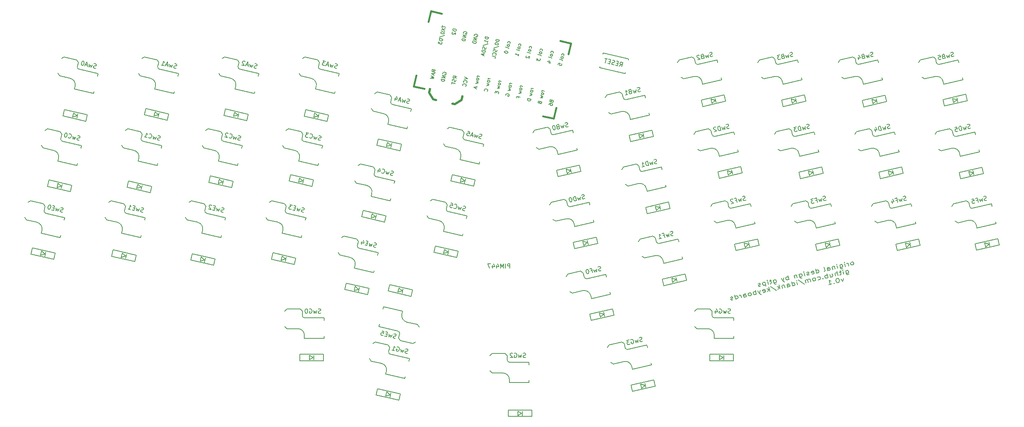
<source format=gbo>
%TF.GenerationSoftware,KiCad,Pcbnew,(7.0.0-0)*%
%TF.CreationDate,2023-05-07T20:22:33+03:00*%
%TF.ProjectId,41_1350_pcb,34315f31-3335-4305-9f70-63622e6b6963,rev?*%
%TF.SameCoordinates,Original*%
%TF.FileFunction,Legend,Bot*%
%TF.FilePolarity,Positive*%
%FSLAX46Y46*%
G04 Gerber Fmt 4.6, Leading zero omitted, Abs format (unit mm)*
G04 Created by KiCad (PCBNEW (7.0.0-0)) date 2023-05-07 20:22:33*
%MOMM*%
%LPD*%
G01*
G04 APERTURE LIST*
G04 Aperture macros list*
%AMRotRect*
0 Rectangle, with rotation*
0 The origin of the aperture is its center*
0 $1 length*
0 $2 width*
0 $3 Rotation angle, in degrees counterclockwise*
0 Add horizontal line*
21,1,$1,$2,0,0,$3*%
G04 Aperture macros list end*
%ADD10C,0.500000*%
%ADD11C,0.200000*%
%ADD12C,0.150000*%
%ADD13C,0.381000*%
%ADD14RotRect,1.752600X1.752600X347.000000*%
%ADD15C,1.752600*%
%ADD16C,0.010000*%
%ADD17C,1.700000*%
%ADD18C,2.000000*%
%ADD19RotRect,1.400000X1.000000X167.000000*%
%ADD20RotRect,1.400000X1.000000X193.000000*%
%ADD21R,1.400000X1.000000*%
%ADD22C,1.701800*%
%ADD23C,3.000000*%
%ADD24C,3.429000*%
%ADD25RotRect,2.600000X2.600000X347.000000*%
%ADD26C,2.032000*%
%ADD27RotRect,2.600000X2.600000X13.000000*%
%ADD28RotRect,2.600000X2.600000X167.000000*%
%ADD29R,2.600000X2.600000*%
G04 APERTURE END LIST*
D10*
X140857242Y-57998264D02*
X141285768Y-56142088D01*
X133861073Y-54427958D02*
X133432541Y-56284135D01*
X133432541Y-56284135D02*
X134384304Y-57807273D01*
X139334102Y-58950026D02*
X140857242Y-57998264D01*
X134384304Y-57807273D02*
X135003027Y-57950118D01*
X138715379Y-58807179D02*
X139334102Y-58950026D01*
D11*
X230827898Y-95910889D02*
X230937822Y-95836639D01*
X230937822Y-95836639D02*
X230987429Y-95776315D01*
X230987429Y-95776315D02*
X231026323Y-95669592D01*
X231026323Y-95669592D02*
X230962051Y-95391201D01*
X230962051Y-95391201D02*
X230880309Y-95312329D01*
X230880309Y-95312329D02*
X230809279Y-95279856D01*
X230809279Y-95279856D02*
X230677931Y-95261309D01*
X230677931Y-95261309D02*
X230496976Y-95303085D01*
X230496976Y-95303085D02*
X230387052Y-95377335D01*
X230387052Y-95377335D02*
X230337446Y-95437659D01*
X230337446Y-95437659D02*
X230298551Y-95544382D01*
X230298551Y-95544382D02*
X230362823Y-95822773D01*
X230362823Y-95822773D02*
X230444565Y-95901645D01*
X230444565Y-95901645D02*
X230515595Y-95934118D01*
X230515595Y-95934118D02*
X230646944Y-95952665D01*
X230646944Y-95952665D02*
X230827898Y-95910889D01*
X229862808Y-96133697D02*
X229712841Y-95484117D01*
X229755689Y-95669712D02*
X229673947Y-95590840D01*
X229673947Y-95590840D02*
X229602916Y-95558367D01*
X229602916Y-95558367D02*
X229471568Y-95539820D01*
X229471568Y-95539820D02*
X229350932Y-95567671D01*
X229078672Y-96314729D02*
X228928705Y-95665149D01*
X228853721Y-95340359D02*
X228924751Y-95372832D01*
X228924751Y-95372832D02*
X228875145Y-95433157D01*
X228875145Y-95433157D02*
X228804115Y-95400684D01*
X228804115Y-95400684D02*
X228853721Y-95340359D01*
X228853721Y-95340359D02*
X228875145Y-95433157D01*
X227782660Y-95929735D02*
X227964763Y-96718511D01*
X227964763Y-96718511D02*
X228046505Y-96797382D01*
X228046505Y-96797382D02*
X228117535Y-96829855D01*
X228117535Y-96829855D02*
X228248883Y-96848403D01*
X228248883Y-96848403D02*
X228429838Y-96806626D01*
X228429838Y-96806626D02*
X228539762Y-96732376D01*
X227921915Y-96532916D02*
X228053263Y-96551464D01*
X228053263Y-96551464D02*
X228294536Y-96495762D01*
X228294536Y-96495762D02*
X228404460Y-96421512D01*
X228404460Y-96421512D02*
X228454066Y-96361188D01*
X228454066Y-96361188D02*
X228492961Y-96254465D01*
X228492961Y-96254465D02*
X228428689Y-95976074D01*
X228428689Y-95976074D02*
X228346947Y-95897202D01*
X228346947Y-95897202D02*
X228275917Y-95864729D01*
X228275917Y-95864729D02*
X228144569Y-95846182D01*
X228144569Y-95846182D02*
X227903296Y-95901884D01*
X227903296Y-95901884D02*
X227793372Y-95976133D01*
X227329446Y-96718570D02*
X227179479Y-96068990D01*
X227104495Y-95744200D02*
X227175525Y-95776673D01*
X227175525Y-95776673D02*
X227125919Y-95836997D01*
X227125919Y-95836997D02*
X227054889Y-95804524D01*
X227054889Y-95804524D02*
X227104495Y-95744200D01*
X227104495Y-95744200D02*
X227125919Y-95836997D01*
X226576297Y-96208246D02*
X226726264Y-96857826D01*
X226597721Y-96301043D02*
X226526691Y-96268570D01*
X226526691Y-96268570D02*
X226395342Y-96250022D01*
X226395342Y-96250022D02*
X226214388Y-96291799D01*
X226214388Y-96291799D02*
X226104464Y-96366048D01*
X226104464Y-96366048D02*
X226065569Y-96472771D01*
X226065569Y-96472771D02*
X226183401Y-96983156D01*
X225037357Y-97247741D02*
X224919525Y-96737356D01*
X224919525Y-96737356D02*
X224958419Y-96630634D01*
X224958419Y-96630634D02*
X225068344Y-96556384D01*
X225068344Y-96556384D02*
X225309616Y-96500682D01*
X225309616Y-96500682D02*
X225440964Y-96519229D01*
X225026645Y-97201342D02*
X225157993Y-97219890D01*
X225157993Y-97219890D02*
X225459584Y-97150262D01*
X225459584Y-97150262D02*
X225569508Y-97076012D01*
X225569508Y-97076012D02*
X225608402Y-96969290D01*
X225608402Y-96969290D02*
X225586978Y-96876492D01*
X225586978Y-96876492D02*
X225505236Y-96797621D01*
X225505236Y-96797621D02*
X225373888Y-96779073D01*
X225373888Y-96779073D02*
X225072297Y-96848701D01*
X225072297Y-96848701D02*
X224940949Y-96830154D01*
X224253221Y-97428773D02*
X224363145Y-97354523D01*
X224363145Y-97354523D02*
X224402040Y-97247800D01*
X224402040Y-97247800D02*
X224209224Y-96412626D01*
X222467804Y-97840969D02*
X222242853Y-96866598D01*
X222457092Y-97794570D02*
X222588441Y-97813117D01*
X222588441Y-97813117D02*
X222829713Y-97757415D01*
X222829713Y-97757415D02*
X222939638Y-97683166D01*
X222939638Y-97683166D02*
X222989244Y-97622842D01*
X222989244Y-97622842D02*
X223028138Y-97516119D01*
X223028138Y-97516119D02*
X222963866Y-97237727D01*
X222963866Y-97237727D02*
X222882124Y-97158856D01*
X222882124Y-97158856D02*
X222811094Y-97126383D01*
X222811094Y-97126383D02*
X222679746Y-97107835D01*
X222679746Y-97107835D02*
X222438473Y-97163537D01*
X222438473Y-97163537D02*
X222328549Y-97237787D01*
X221371366Y-98045230D02*
X221502714Y-98063777D01*
X221502714Y-98063777D02*
X221743987Y-98008075D01*
X221743987Y-98008075D02*
X221853911Y-97933825D01*
X221853911Y-97933825D02*
X221892806Y-97827103D01*
X221892806Y-97827103D02*
X221807110Y-97455914D01*
X221807110Y-97455914D02*
X221725368Y-97377042D01*
X221725368Y-97377042D02*
X221594020Y-97358495D01*
X221594020Y-97358495D02*
X221352747Y-97414197D01*
X221352747Y-97414197D02*
X221242823Y-97488447D01*
X221242823Y-97488447D02*
X221203928Y-97595169D01*
X221203928Y-97595169D02*
X221225352Y-97687967D01*
X221225352Y-97687967D02*
X221849958Y-97641508D01*
X220828503Y-98170560D02*
X220718578Y-98244809D01*
X220718578Y-98244809D02*
X220477306Y-98300511D01*
X220477306Y-98300511D02*
X220345957Y-98281964D01*
X220345957Y-98281964D02*
X220264215Y-98203092D01*
X220264215Y-98203092D02*
X220253503Y-98156694D01*
X220253503Y-98156694D02*
X220292398Y-98049971D01*
X220292398Y-98049971D02*
X220402322Y-97975721D01*
X220402322Y-97975721D02*
X220583276Y-97933945D01*
X220583276Y-97933945D02*
X220693201Y-97859695D01*
X220693201Y-97859695D02*
X220732095Y-97752972D01*
X220732095Y-97752972D02*
X220721383Y-97706574D01*
X220721383Y-97706574D02*
X220639641Y-97627702D01*
X220639641Y-97627702D02*
X220508293Y-97609155D01*
X220508293Y-97609155D02*
X220327338Y-97650931D01*
X220327338Y-97650931D02*
X220217414Y-97725181D01*
X219753488Y-98467618D02*
X219603520Y-97818038D01*
X219528537Y-97493248D02*
X219599567Y-97525721D01*
X219599567Y-97525721D02*
X219549961Y-97586045D01*
X219549961Y-97586045D02*
X219478931Y-97553572D01*
X219478931Y-97553572D02*
X219528537Y-97493248D01*
X219528537Y-97493248D02*
X219549961Y-97586045D01*
X218457475Y-98082623D02*
X218639579Y-98871399D01*
X218639579Y-98871399D02*
X218721321Y-98950271D01*
X218721321Y-98950271D02*
X218792351Y-98982744D01*
X218792351Y-98982744D02*
X218923699Y-99001291D01*
X218923699Y-99001291D02*
X219104653Y-98959514D01*
X219104653Y-98959514D02*
X219214578Y-98885265D01*
X218596731Y-98685805D02*
X218728079Y-98704352D01*
X218728079Y-98704352D02*
X218969352Y-98648650D01*
X218969352Y-98648650D02*
X219079276Y-98574400D01*
X219079276Y-98574400D02*
X219128882Y-98514076D01*
X219128882Y-98514076D02*
X219167776Y-98407354D01*
X219167776Y-98407354D02*
X219103505Y-98128962D01*
X219103505Y-98128962D02*
X219021763Y-98050090D01*
X219021763Y-98050090D02*
X218950732Y-98017617D01*
X218950732Y-98017617D02*
X218819384Y-97999070D01*
X218819384Y-97999070D02*
X218578112Y-98054772D01*
X218578112Y-98054772D02*
X218468187Y-98129022D01*
X217854294Y-98221879D02*
X218004262Y-98871459D01*
X217875718Y-98314676D02*
X217804688Y-98282203D01*
X217804688Y-98282203D02*
X217673340Y-98263655D01*
X217673340Y-98263655D02*
X217492385Y-98305432D01*
X217492385Y-98305432D02*
X217382461Y-98379681D01*
X217382461Y-98379681D02*
X217343567Y-98486404D01*
X217343567Y-98486404D02*
X217461398Y-98996788D01*
X216098209Y-99311506D02*
X215873258Y-98337136D01*
X215958953Y-98708324D02*
X215827605Y-98689777D01*
X215827605Y-98689777D02*
X215586332Y-98745479D01*
X215586332Y-98745479D02*
X215476408Y-98819728D01*
X215476408Y-98819728D02*
X215426802Y-98880053D01*
X215426802Y-98880053D02*
X215387908Y-98986775D01*
X215387908Y-98986775D02*
X215452179Y-99265167D01*
X215452179Y-99265167D02*
X215533921Y-99344038D01*
X215533921Y-99344038D02*
X215604952Y-99376511D01*
X215604952Y-99376511D02*
X215736300Y-99395059D01*
X215736300Y-99395059D02*
X215977572Y-99339357D01*
X215977572Y-99339357D02*
X216087497Y-99265107D01*
X214922833Y-98898660D02*
X214771210Y-99617867D01*
X214319652Y-99037915D02*
X214771210Y-99617867D01*
X214771210Y-99617867D02*
X214945406Y-99822009D01*
X214945406Y-99822009D02*
X215016436Y-99854482D01*
X215016436Y-99854482D02*
X215147784Y-99873030D01*
X212534235Y-99450111D02*
X212716338Y-100238887D01*
X212716338Y-100238887D02*
X212798080Y-100317758D01*
X212798080Y-100317758D02*
X212869110Y-100350231D01*
X212869110Y-100350231D02*
X213000458Y-100368779D01*
X213000458Y-100368779D02*
X213181413Y-100327002D01*
X213181413Y-100327002D02*
X213291337Y-100252753D01*
X212673490Y-100053292D02*
X212804839Y-100071840D01*
X212804839Y-100071840D02*
X213046111Y-100016138D01*
X213046111Y-100016138D02*
X213156035Y-99941888D01*
X213156035Y-99941888D02*
X213205642Y-99881564D01*
X213205642Y-99881564D02*
X213244536Y-99774841D01*
X213244536Y-99774841D02*
X213180264Y-99496450D01*
X213180264Y-99496450D02*
X213098522Y-99417578D01*
X213098522Y-99417578D02*
X213027492Y-99385105D01*
X213027492Y-99385105D02*
X212896144Y-99366558D01*
X212896144Y-99366558D02*
X212654871Y-99422260D01*
X212654871Y-99422260D02*
X212544947Y-99496510D01*
X212112008Y-99547590D02*
X211629463Y-99658994D01*
X211856070Y-99264576D02*
X212048885Y-100099751D01*
X212048885Y-100099751D02*
X212009991Y-100206473D01*
X212009991Y-100206473D02*
X211900067Y-100280723D01*
X211900067Y-100280723D02*
X211779430Y-100308574D01*
X211357204Y-100406053D02*
X211207236Y-99756473D01*
X211132253Y-99431683D02*
X211203283Y-99464156D01*
X211203283Y-99464156D02*
X211153676Y-99524480D01*
X211153676Y-99524480D02*
X211082646Y-99492007D01*
X211082646Y-99492007D02*
X211132253Y-99431683D01*
X211132253Y-99431683D02*
X211153676Y-99524480D01*
X210604054Y-99895728D02*
X210829005Y-100870098D01*
X210614766Y-99942127D02*
X210483418Y-99923579D01*
X210483418Y-99923579D02*
X210242145Y-99979282D01*
X210242145Y-99979282D02*
X210132221Y-100053531D01*
X210132221Y-100053531D02*
X210082615Y-100113855D01*
X210082615Y-100113855D02*
X210043721Y-100220578D01*
X210043721Y-100220578D02*
X210107992Y-100498969D01*
X210107992Y-100498969D02*
X210189735Y-100577841D01*
X210189735Y-100577841D02*
X210260765Y-100610314D01*
X210260765Y-100610314D02*
X210392113Y-100628862D01*
X210392113Y-100628862D02*
X210633385Y-100573159D01*
X210633385Y-100573159D02*
X210743310Y-100498910D01*
X209657584Y-100749569D02*
X209547659Y-100823819D01*
X209547659Y-100823819D02*
X209306387Y-100879521D01*
X209306387Y-100879521D02*
X209175038Y-100860974D01*
X209175038Y-100860974D02*
X209093296Y-100782102D01*
X209093296Y-100782102D02*
X209082584Y-100735704D01*
X209082584Y-100735704D02*
X209121479Y-100628981D01*
X209121479Y-100628981D02*
X209231403Y-100554731D01*
X209231403Y-100554731D02*
X209412357Y-100512955D01*
X209412357Y-100512955D02*
X209522282Y-100438705D01*
X209522282Y-100438705D02*
X209561176Y-100331982D01*
X209561176Y-100331982D02*
X209550464Y-100285584D01*
X209550464Y-100285584D02*
X209468722Y-100206712D01*
X209468722Y-100206712D02*
X209337374Y-100188165D01*
X209337374Y-100188165D02*
X209156419Y-100229941D01*
X209156419Y-100229941D02*
X209046495Y-100304191D01*
X229160426Y-97274266D02*
X229342529Y-98063041D01*
X229342529Y-98063041D02*
X229424271Y-98141913D01*
X229424271Y-98141913D02*
X229495301Y-98174386D01*
X229495301Y-98174386D02*
X229626649Y-98192934D01*
X229626649Y-98192934D02*
X229807604Y-98151157D01*
X229807604Y-98151157D02*
X229917528Y-98076907D01*
X229299681Y-97877447D02*
X229431029Y-97895995D01*
X229431029Y-97895995D02*
X229672302Y-97840292D01*
X229672302Y-97840292D02*
X229782226Y-97766043D01*
X229782226Y-97766043D02*
X229831832Y-97705719D01*
X229831832Y-97705719D02*
X229870727Y-97598996D01*
X229870727Y-97598996D02*
X229806455Y-97320605D01*
X229806455Y-97320605D02*
X229724713Y-97241733D01*
X229724713Y-97241733D02*
X229653683Y-97209260D01*
X229653683Y-97209260D02*
X229522334Y-97190712D01*
X229522334Y-97190712D02*
X229281062Y-97246415D01*
X229281062Y-97246415D02*
X229171137Y-97320664D01*
X228707212Y-98063101D02*
X228557245Y-97413521D01*
X228482261Y-97088731D02*
X228553291Y-97121204D01*
X228553291Y-97121204D02*
X228503685Y-97181528D01*
X228503685Y-97181528D02*
X228432655Y-97149055D01*
X228432655Y-97149055D02*
X228482261Y-97088731D01*
X228482261Y-97088731D02*
X228503685Y-97181528D01*
X228135017Y-97511000D02*
X227652472Y-97622404D01*
X227879079Y-97227986D02*
X228071894Y-98063161D01*
X228071894Y-98063161D02*
X228033000Y-98169884D01*
X228033000Y-98169884D02*
X227923076Y-98244133D01*
X227923076Y-98244133D02*
X227802439Y-98271984D01*
X227380212Y-98369463D02*
X227155261Y-97395093D01*
X226837349Y-98494793D02*
X226719518Y-97984409D01*
X226719518Y-97984409D02*
X226758412Y-97877686D01*
X226758412Y-97877686D02*
X226868336Y-97803436D01*
X226868336Y-97803436D02*
X227049291Y-97761660D01*
X227049291Y-97761660D02*
X227180639Y-97780207D01*
X227180639Y-97780207D02*
X227251669Y-97812680D01*
X225541337Y-98109798D02*
X225691305Y-98759378D01*
X226084201Y-97984468D02*
X226202032Y-98494852D01*
X226202032Y-98494852D02*
X226163138Y-98601575D01*
X226163138Y-98601575D02*
X226053214Y-98675825D01*
X226053214Y-98675825D02*
X225872259Y-98717601D01*
X225872259Y-98717601D02*
X225740911Y-98699054D01*
X225740911Y-98699054D02*
X225669881Y-98666581D01*
X225088124Y-98898633D02*
X224863173Y-97924263D01*
X224948868Y-98295452D02*
X224817520Y-98276904D01*
X224817520Y-98276904D02*
X224576248Y-98332607D01*
X224576248Y-98332607D02*
X224466323Y-98406856D01*
X224466323Y-98406856D02*
X224416717Y-98467180D01*
X224416717Y-98467180D02*
X224377823Y-98573903D01*
X224377823Y-98573903D02*
X224442094Y-98852294D01*
X224442094Y-98852294D02*
X224523837Y-98931166D01*
X224523837Y-98931166D02*
X224594867Y-98963639D01*
X224594867Y-98963639D02*
X224726215Y-98982187D01*
X224726215Y-98982187D02*
X224967487Y-98926484D01*
X224967487Y-98926484D02*
X225077412Y-98852235D01*
X223920656Y-99070421D02*
X223871049Y-99130746D01*
X223871049Y-99130746D02*
X223942079Y-99163219D01*
X223942079Y-99163219D02*
X223991686Y-99102894D01*
X223991686Y-99102894D02*
X223920656Y-99070421D01*
X223920656Y-99070421D02*
X223942079Y-99163219D01*
X222785322Y-99381405D02*
X222916671Y-99399953D01*
X222916671Y-99399953D02*
X223157943Y-99344251D01*
X223157943Y-99344251D02*
X223267867Y-99270001D01*
X223267867Y-99270001D02*
X223317474Y-99209677D01*
X223317474Y-99209677D02*
X223356368Y-99102954D01*
X223356368Y-99102954D02*
X223292096Y-98824563D01*
X223292096Y-98824563D02*
X223210354Y-98745691D01*
X223210354Y-98745691D02*
X223139324Y-98713218D01*
X223139324Y-98713218D02*
X223007976Y-98694671D01*
X223007976Y-98694671D02*
X222766703Y-98750373D01*
X222766703Y-98750373D02*
X222656779Y-98824622D01*
X222072216Y-99594910D02*
X222182141Y-99520661D01*
X222182141Y-99520661D02*
X222231747Y-99460337D01*
X222231747Y-99460337D02*
X222270641Y-99353614D01*
X222270641Y-99353614D02*
X222206369Y-99075223D01*
X222206369Y-99075223D02*
X222124627Y-98996351D01*
X222124627Y-98996351D02*
X222053597Y-98963878D01*
X222053597Y-98963878D02*
X221922249Y-98945330D01*
X221922249Y-98945330D02*
X221741294Y-98987107D01*
X221741294Y-98987107D02*
X221631370Y-99061357D01*
X221631370Y-99061357D02*
X221581764Y-99121681D01*
X221581764Y-99121681D02*
X221542870Y-99228404D01*
X221542870Y-99228404D02*
X221607141Y-99506795D01*
X221607141Y-99506795D02*
X221688883Y-99585667D01*
X221688883Y-99585667D02*
X221759914Y-99618140D01*
X221759914Y-99618140D02*
X221891262Y-99636687D01*
X221891262Y-99636687D02*
X222072216Y-99594910D01*
X221107126Y-99817719D02*
X220957159Y-99168139D01*
X220978583Y-99260936D02*
X220907553Y-99228463D01*
X220907553Y-99228463D02*
X220776205Y-99209916D01*
X220776205Y-99209916D02*
X220595250Y-99251692D01*
X220595250Y-99251692D02*
X220485326Y-99325942D01*
X220485326Y-99325942D02*
X220446432Y-99432665D01*
X220446432Y-99432665D02*
X220564263Y-99943049D01*
X220446432Y-99432665D02*
X220364689Y-99353793D01*
X220364689Y-99353793D02*
X220233341Y-99335245D01*
X220233341Y-99335245D02*
X220052387Y-99377022D01*
X220052387Y-99377022D02*
X219942462Y-99451272D01*
X219942462Y-99451272D02*
X219903568Y-99557994D01*
X219903568Y-99557994D02*
X220021400Y-100068379D01*
X218277783Y-99395749D02*
X219652733Y-100397850D01*
X218091219Y-100513996D02*
X217941252Y-99864416D01*
X217866268Y-99539626D02*
X217937298Y-99572099D01*
X217937298Y-99572099D02*
X217887692Y-99632423D01*
X217887692Y-99632423D02*
X217816662Y-99599950D01*
X217816662Y-99599950D02*
X217866268Y-99539626D01*
X217866268Y-99539626D02*
X217887692Y-99632423D01*
X216945174Y-100778581D02*
X216720223Y-99804211D01*
X216934462Y-100732183D02*
X217065810Y-100750730D01*
X217065810Y-100750730D02*
X217307083Y-100695028D01*
X217307083Y-100695028D02*
X217417007Y-100620779D01*
X217417007Y-100620779D02*
X217466613Y-100560454D01*
X217466613Y-100560454D02*
X217505508Y-100453732D01*
X217505508Y-100453732D02*
X217441236Y-100175340D01*
X217441236Y-100175340D02*
X217359494Y-100096469D01*
X217359494Y-100096469D02*
X217288464Y-100063996D01*
X217288464Y-100063996D02*
X217157115Y-100045448D01*
X217157115Y-100045448D02*
X216915843Y-100101150D01*
X216915843Y-100101150D02*
X216805919Y-100175400D01*
X215799130Y-101043167D02*
X215681298Y-100532782D01*
X215681298Y-100532782D02*
X215720192Y-100426060D01*
X215720192Y-100426060D02*
X215830117Y-100351810D01*
X215830117Y-100351810D02*
X216071389Y-100296108D01*
X216071389Y-100296108D02*
X216202738Y-100314655D01*
X215788418Y-100996768D02*
X215919766Y-101015316D01*
X215919766Y-101015316D02*
X216221357Y-100945688D01*
X216221357Y-100945688D02*
X216331281Y-100871438D01*
X216331281Y-100871438D02*
X216370175Y-100764716D01*
X216370175Y-100764716D02*
X216348751Y-100671918D01*
X216348751Y-100671918D02*
X216267009Y-100593047D01*
X216267009Y-100593047D02*
X216135661Y-100574499D01*
X216135661Y-100574499D02*
X215834070Y-100644127D01*
X215834070Y-100644127D02*
X215702722Y-100625579D01*
X215045981Y-100532842D02*
X215195949Y-101182422D01*
X215067405Y-100625639D02*
X214996375Y-100593166D01*
X214996375Y-100593166D02*
X214865027Y-100574619D01*
X214865027Y-100574619D02*
X214684072Y-100616395D01*
X214684072Y-100616395D02*
X214574148Y-100690645D01*
X214574148Y-100690645D02*
X214535254Y-100797368D01*
X214535254Y-100797368D02*
X214653085Y-101307752D01*
X214049904Y-101447007D02*
X213824953Y-100472637D01*
X213843572Y-101103670D02*
X213567359Y-101558411D01*
X213417392Y-100908831D02*
X213985633Y-101168616D01*
X211884061Y-100871856D02*
X213259010Y-101873958D01*
X211697496Y-101990103D02*
X211472545Y-101015733D01*
X211491164Y-101646766D02*
X211214951Y-102101508D01*
X211064984Y-101451928D02*
X211633225Y-101711712D01*
X210178831Y-102291843D02*
X210310179Y-102310391D01*
X210310179Y-102310391D02*
X210551451Y-102254689D01*
X210551451Y-102254689D02*
X210661376Y-102180439D01*
X210661376Y-102180439D02*
X210700270Y-102073716D01*
X210700270Y-102073716D02*
X210614574Y-101702528D01*
X210614574Y-101702528D02*
X210532832Y-101623656D01*
X210532832Y-101623656D02*
X210401484Y-101605109D01*
X210401484Y-101605109D02*
X210160211Y-101660811D01*
X210160211Y-101660811D02*
X210050287Y-101735060D01*
X210050287Y-101735060D02*
X210011393Y-101841783D01*
X210011393Y-101841783D02*
X210032817Y-101934580D01*
X210032817Y-101934580D02*
X210657422Y-101888122D01*
X209557030Y-101800066D02*
X209405406Y-102519274D01*
X208953848Y-101939322D02*
X209405406Y-102519274D01*
X209405406Y-102519274D02*
X209579602Y-102723416D01*
X209579602Y-102723416D02*
X209650633Y-102755889D01*
X209650633Y-102755889D02*
X209781981Y-102774436D01*
X208621271Y-102700306D02*
X208396320Y-101725936D01*
X208482015Y-102097124D02*
X208350667Y-102078577D01*
X208350667Y-102078577D02*
X208109394Y-102134279D01*
X208109394Y-102134279D02*
X207999470Y-102208529D01*
X207999470Y-102208529D02*
X207949864Y-102268853D01*
X207949864Y-102268853D02*
X207910970Y-102375576D01*
X207910970Y-102375576D02*
X207975241Y-102653967D01*
X207975241Y-102653967D02*
X208056983Y-102732839D01*
X208056983Y-102732839D02*
X208128014Y-102765312D01*
X208128014Y-102765312D02*
X208259362Y-102783859D01*
X208259362Y-102783859D02*
X208500634Y-102728157D01*
X208500634Y-102728157D02*
X208610559Y-102653907D01*
X207294272Y-103006668D02*
X207404196Y-102932418D01*
X207404196Y-102932418D02*
X207453802Y-102872094D01*
X207453802Y-102872094D02*
X207492697Y-102765371D01*
X207492697Y-102765371D02*
X207428425Y-102486980D01*
X207428425Y-102486980D02*
X207346683Y-102408108D01*
X207346683Y-102408108D02*
X207275653Y-102375635D01*
X207275653Y-102375635D02*
X207144304Y-102357088D01*
X207144304Y-102357088D02*
X206963350Y-102398864D01*
X206963350Y-102398864D02*
X206853426Y-102473114D01*
X206853426Y-102473114D02*
X206803820Y-102533438D01*
X206803820Y-102533438D02*
X206764925Y-102640161D01*
X206764925Y-102640161D02*
X206829197Y-102918552D01*
X206829197Y-102918552D02*
X206910939Y-102997424D01*
X206910939Y-102997424D02*
X206981969Y-103029897D01*
X206981969Y-103029897D02*
X207113317Y-103048444D01*
X207113317Y-103048444D02*
X207294272Y-103006668D01*
X205786319Y-103354806D02*
X205668487Y-102844422D01*
X205668487Y-102844422D02*
X205707381Y-102737699D01*
X205707381Y-102737699D02*
X205817306Y-102663450D01*
X205817306Y-102663450D02*
X206058578Y-102607747D01*
X206058578Y-102607747D02*
X206189927Y-102626295D01*
X205775607Y-103308408D02*
X205906955Y-103326955D01*
X205906955Y-103326955D02*
X206208546Y-103257327D01*
X206208546Y-103257327D02*
X206318470Y-103183078D01*
X206318470Y-103183078D02*
X206357364Y-103076355D01*
X206357364Y-103076355D02*
X206335940Y-102983558D01*
X206335940Y-102983558D02*
X206254198Y-102904686D01*
X206254198Y-102904686D02*
X206122850Y-102886139D01*
X206122850Y-102886139D02*
X205821259Y-102955767D01*
X205821259Y-102955767D02*
X205689911Y-102937219D01*
X205183138Y-103494061D02*
X205033170Y-102844481D01*
X205076018Y-103030076D02*
X204994276Y-102951204D01*
X204994276Y-102951204D02*
X204923246Y-102918731D01*
X204923246Y-102918731D02*
X204791898Y-102900184D01*
X204791898Y-102900184D02*
X204671261Y-102928035D01*
X203856138Y-103800423D02*
X203631187Y-102826053D01*
X203845426Y-103754025D02*
X203976775Y-103772572D01*
X203976775Y-103772572D02*
X204218047Y-103716870D01*
X204218047Y-103716870D02*
X204327972Y-103642621D01*
X204327972Y-103642621D02*
X204377578Y-103582296D01*
X204377578Y-103582296D02*
X204416472Y-103475574D01*
X204416472Y-103475574D02*
X204352200Y-103197182D01*
X204352200Y-103197182D02*
X204270458Y-103118311D01*
X204270458Y-103118311D02*
X204199428Y-103085838D01*
X204199428Y-103085838D02*
X204068080Y-103067290D01*
X204068080Y-103067290D02*
X203826807Y-103122992D01*
X203826807Y-103122992D02*
X203716883Y-103197242D01*
X203302564Y-103879355D02*
X203192639Y-103953604D01*
X203192639Y-103953604D02*
X202951367Y-104009306D01*
X202951367Y-104009306D02*
X202820018Y-103990759D01*
X202820018Y-103990759D02*
X202738276Y-103911887D01*
X202738276Y-103911887D02*
X202727564Y-103865489D01*
X202727564Y-103865489D02*
X202766459Y-103758766D01*
X202766459Y-103758766D02*
X202876383Y-103684516D01*
X202876383Y-103684516D02*
X203057337Y-103642740D01*
X203057337Y-103642740D02*
X203167262Y-103568490D01*
X203167262Y-103568490D02*
X203206156Y-103461767D01*
X203206156Y-103461767D02*
X203195444Y-103415369D01*
X203195444Y-103415369D02*
X203113702Y-103336497D01*
X203113702Y-103336497D02*
X202982354Y-103317950D01*
X202982354Y-103317950D02*
X202801399Y-103359726D01*
X202801399Y-103359726D02*
X202691475Y-103433976D01*
X228668329Y-99050488D02*
X228516705Y-99769696D01*
X228516705Y-99769696D02*
X228065147Y-99189744D01*
X227266346Y-99032060D02*
X227145710Y-99059911D01*
X227145710Y-99059911D02*
X227035785Y-99134161D01*
X227035785Y-99134161D02*
X226986179Y-99194485D01*
X226986179Y-99194485D02*
X226947285Y-99301208D01*
X226947285Y-99301208D02*
X226929815Y-99500728D01*
X226929815Y-99500728D02*
X226983374Y-99732720D01*
X226983374Y-99732720D02*
X227086540Y-99904389D01*
X227086540Y-99904389D02*
X227168283Y-99983261D01*
X227168283Y-99983261D02*
X227239313Y-100015734D01*
X227239313Y-100015734D02*
X227370661Y-100034281D01*
X227370661Y-100034281D02*
X227491297Y-100006430D01*
X227491297Y-100006430D02*
X227601221Y-99932181D01*
X227601221Y-99932181D02*
X227650828Y-99871857D01*
X227650828Y-99871857D02*
X227689722Y-99765134D01*
X227689722Y-99765134D02*
X227707192Y-99565614D01*
X227707192Y-99565614D02*
X227653632Y-99333621D01*
X227653632Y-99333621D02*
X227550466Y-99161952D01*
X227550466Y-99161952D02*
X227468724Y-99083081D01*
X227468724Y-99083081D02*
X227397694Y-99050608D01*
X227397694Y-99050608D02*
X227266346Y-99032060D01*
X226504783Y-100136442D02*
X226455177Y-100196766D01*
X226455177Y-100196766D02*
X226526207Y-100229239D01*
X226526207Y-100229239D02*
X226575813Y-100168915D01*
X226575813Y-100168915D02*
X226504783Y-100136442D01*
X226504783Y-100136442D02*
X226526207Y-100229239D01*
X225259526Y-100521675D02*
X225983343Y-100354569D01*
X225621434Y-100438122D02*
X225396483Y-99463752D01*
X225396483Y-99463752D02*
X225549256Y-99575097D01*
X225549256Y-99575097D02*
X225691316Y-99640043D01*
X225691316Y-99640043D02*
X225822664Y-99658590D01*
D12*
%TO.C,J3*%
X151984221Y-96671599D02*
X151984221Y-95671599D01*
X151984221Y-95671599D02*
X151603269Y-95671599D01*
X151603269Y-95671599D02*
X151508031Y-95719219D01*
X151508031Y-95719219D02*
X151460412Y-95766838D01*
X151460412Y-95766838D02*
X151412793Y-95862076D01*
X151412793Y-95862076D02*
X151412793Y-96004933D01*
X151412793Y-96004933D02*
X151460412Y-96100171D01*
X151460412Y-96100171D02*
X151508031Y-96147790D01*
X151508031Y-96147790D02*
X151603269Y-96195409D01*
X151603269Y-96195409D02*
X151984221Y-96195409D01*
X150984221Y-96671599D02*
X150984221Y-95671599D01*
X150508031Y-96671599D02*
X150508031Y-95671599D01*
X150508031Y-95671599D02*
X150174698Y-96385885D01*
X150174698Y-96385885D02*
X149841365Y-95671599D01*
X149841365Y-95671599D02*
X149841365Y-96671599D01*
X148936603Y-96004933D02*
X148936603Y-96671599D01*
X149174698Y-95623980D02*
X149412793Y-96338266D01*
X149412793Y-96338266D02*
X148793746Y-96338266D01*
X147984222Y-96004933D02*
X147984222Y-96671599D01*
X148222317Y-95623980D02*
X148460412Y-96338266D01*
X148460412Y-96338266D02*
X147841365Y-96338266D01*
X147555650Y-95671599D02*
X146888984Y-95671599D01*
X146888984Y-95671599D02*
X147317555Y-96671599D01*
%TO.C,RSW1*%
X177140991Y-50176110D02*
X177572900Y-49787108D01*
X177697773Y-50304654D02*
X177922724Y-49330284D01*
X177922724Y-49330284D02*
X177551536Y-49244588D01*
X177551536Y-49244588D02*
X177448027Y-49269563D01*
X177448027Y-49269563D02*
X177390916Y-49305249D01*
X177390916Y-49305249D02*
X177323094Y-49387334D01*
X177323094Y-49387334D02*
X177290958Y-49526530D01*
X177290958Y-49526530D02*
X177315933Y-49630039D01*
X177315933Y-49630039D02*
X177351619Y-49687150D01*
X177351619Y-49687150D02*
X177433704Y-49754972D01*
X177433704Y-49754972D02*
X177804893Y-49840668D01*
X176841235Y-49569318D02*
X176516445Y-49494335D01*
X176259418Y-49972583D02*
X176723403Y-50079703D01*
X176723403Y-50079703D02*
X176948354Y-49105333D01*
X176948354Y-49105333D02*
X176484369Y-48998213D01*
X175898941Y-49840489D02*
X175749033Y-49854752D01*
X175749033Y-49854752D02*
X175517040Y-49801192D01*
X175517040Y-49801192D02*
X175434955Y-49733369D01*
X175434955Y-49733369D02*
X175399269Y-49676259D01*
X175399269Y-49676259D02*
X175374294Y-49572750D01*
X175374294Y-49572750D02*
X175395718Y-49479952D01*
X175395718Y-49479952D02*
X175463540Y-49397867D01*
X175463540Y-49397867D02*
X175520651Y-49362181D01*
X175520651Y-49362181D02*
X175624160Y-49337206D01*
X175624160Y-49337206D02*
X175820466Y-49333655D01*
X175820466Y-49333655D02*
X175923975Y-49308681D01*
X175923975Y-49308681D02*
X175981086Y-49272994D01*
X175981086Y-49272994D02*
X176048908Y-49190909D01*
X176048908Y-49190909D02*
X176070332Y-49098112D01*
X176070332Y-49098112D02*
X176045357Y-48994603D01*
X176045357Y-48994603D02*
X176009671Y-48937492D01*
X176009671Y-48937492D02*
X175927586Y-48869669D01*
X175927586Y-48869669D02*
X175695593Y-48816110D01*
X175695593Y-48816110D02*
X175545685Y-48830372D01*
X175031690Y-49151552D02*
X174706900Y-49076568D01*
X174449873Y-49554817D02*
X174913859Y-49661936D01*
X174913859Y-49661936D02*
X175138810Y-48687566D01*
X175138810Y-48687566D02*
X174674824Y-48580447D01*
X174396433Y-48516175D02*
X173839650Y-48387631D01*
X173893090Y-49426273D02*
X174118041Y-48451903D01*
%TO.C,SwE3*%
X104552781Y-83787269D02*
X104402874Y-83801532D01*
X104402874Y-83801532D02*
X104170881Y-83747972D01*
X104170881Y-83747972D02*
X104088796Y-83680150D01*
X104088796Y-83680150D02*
X104053109Y-83623039D01*
X104053109Y-83623039D02*
X104028134Y-83519530D01*
X104028134Y-83519530D02*
X104049558Y-83426733D01*
X104049558Y-83426733D02*
X104117381Y-83344648D01*
X104117381Y-83344648D02*
X104174491Y-83308961D01*
X104174491Y-83308961D02*
X104278000Y-83283986D01*
X104278000Y-83283986D02*
X104474307Y-83280436D01*
X104474307Y-83280436D02*
X104577816Y-83255461D01*
X104577816Y-83255461D02*
X104634926Y-83219774D01*
X104634926Y-83219774D02*
X104702749Y-83137689D01*
X104702749Y-83137689D02*
X104724173Y-83044892D01*
X104724173Y-83044892D02*
X104699198Y-82941383D01*
X104699198Y-82941383D02*
X104663511Y-82884272D01*
X104663511Y-82884272D02*
X104581426Y-82816450D01*
X104581426Y-82816450D02*
X104349433Y-82762890D01*
X104349433Y-82762890D02*
X104199526Y-82777153D01*
X103810464Y-82980561D02*
X103474902Y-83587293D01*
X103474902Y-83587293D02*
X103396427Y-83080459D01*
X103396427Y-83080459D02*
X103103713Y-83501597D01*
X103103713Y-83501597D02*
X103068087Y-82809169D01*
X102664762Y-82862669D02*
X102339972Y-82787686D01*
X102082945Y-83265934D02*
X102546931Y-83373054D01*
X102546931Y-83373054D02*
X102771882Y-82398684D01*
X102771882Y-82398684D02*
X102307896Y-82291564D01*
X101983106Y-82216580D02*
X101379924Y-82077325D01*
X101379924Y-82077325D02*
X101619019Y-82523497D01*
X101619019Y-82523497D02*
X101479823Y-82491361D01*
X101479823Y-82491361D02*
X101376314Y-82516336D01*
X101376314Y-82516336D02*
X101319203Y-82552023D01*
X101319203Y-82552023D02*
X101251381Y-82634108D01*
X101251381Y-82634108D02*
X101197821Y-82866101D01*
X101197821Y-82866101D02*
X101222796Y-82969610D01*
X101222796Y-82969610D02*
X101258482Y-83026720D01*
X101258482Y-83026720D02*
X101340568Y-83094543D01*
X101340568Y-83094543D02*
X101618959Y-83158815D01*
X101618959Y-83158815D02*
X101722468Y-83133840D01*
X101722468Y-83133840D02*
X101779579Y-83098153D01*
%TO.C,SwE2*%
X86079302Y-83787269D02*
X85929395Y-83801532D01*
X85929395Y-83801532D02*
X85697402Y-83747972D01*
X85697402Y-83747972D02*
X85615317Y-83680150D01*
X85615317Y-83680150D02*
X85579630Y-83623039D01*
X85579630Y-83623039D02*
X85554655Y-83519530D01*
X85554655Y-83519530D02*
X85576079Y-83426733D01*
X85576079Y-83426733D02*
X85643902Y-83344648D01*
X85643902Y-83344648D02*
X85701012Y-83308961D01*
X85701012Y-83308961D02*
X85804521Y-83283986D01*
X85804521Y-83283986D02*
X86000828Y-83280436D01*
X86000828Y-83280436D02*
X86104337Y-83255461D01*
X86104337Y-83255461D02*
X86161447Y-83219774D01*
X86161447Y-83219774D02*
X86229270Y-83137689D01*
X86229270Y-83137689D02*
X86250694Y-83044892D01*
X86250694Y-83044892D02*
X86225719Y-82941383D01*
X86225719Y-82941383D02*
X86190032Y-82884272D01*
X86190032Y-82884272D02*
X86107947Y-82816450D01*
X86107947Y-82816450D02*
X85875954Y-82762890D01*
X85875954Y-82762890D02*
X85726047Y-82777153D01*
X85336985Y-82980561D02*
X85001423Y-83587293D01*
X85001423Y-83587293D02*
X84922948Y-83080459D01*
X84922948Y-83080459D02*
X84630234Y-83501597D01*
X84630234Y-83501597D02*
X84594608Y-82809169D01*
X84191283Y-82862669D02*
X83866493Y-82787686D01*
X83609466Y-83265934D02*
X84073452Y-83373054D01*
X84073452Y-83373054D02*
X84298403Y-82398684D01*
X84298403Y-82398684D02*
X83834417Y-82291564D01*
X83441804Y-82298666D02*
X83406118Y-82241555D01*
X83406118Y-82241555D02*
X83324033Y-82173733D01*
X83324033Y-82173733D02*
X83092040Y-82120173D01*
X83092040Y-82120173D02*
X82988531Y-82145147D01*
X82988531Y-82145147D02*
X82931420Y-82180834D01*
X82931420Y-82180834D02*
X82863598Y-82262919D01*
X82863598Y-82262919D02*
X82842174Y-82355716D01*
X82842174Y-82355716D02*
X82856436Y-82505624D01*
X82856436Y-82505624D02*
X83284676Y-83190950D01*
X83284676Y-83190950D02*
X82681494Y-83051695D01*
%TO.C,SwE1*%
X67605830Y-83787268D02*
X67455923Y-83801531D01*
X67455923Y-83801531D02*
X67223930Y-83747971D01*
X67223930Y-83747971D02*
X67141845Y-83680149D01*
X67141845Y-83680149D02*
X67106158Y-83623038D01*
X67106158Y-83623038D02*
X67081183Y-83519529D01*
X67081183Y-83519529D02*
X67102607Y-83426732D01*
X67102607Y-83426732D02*
X67170430Y-83344647D01*
X67170430Y-83344647D02*
X67227540Y-83308960D01*
X67227540Y-83308960D02*
X67331049Y-83283985D01*
X67331049Y-83283985D02*
X67527356Y-83280435D01*
X67527356Y-83280435D02*
X67630865Y-83255460D01*
X67630865Y-83255460D02*
X67687975Y-83219773D01*
X67687975Y-83219773D02*
X67755798Y-83137688D01*
X67755798Y-83137688D02*
X67777222Y-83044891D01*
X67777222Y-83044891D02*
X67752247Y-82941382D01*
X67752247Y-82941382D02*
X67716560Y-82884271D01*
X67716560Y-82884271D02*
X67634475Y-82816449D01*
X67634475Y-82816449D02*
X67402482Y-82762889D01*
X67402482Y-82762889D02*
X67252575Y-82777152D01*
X66863513Y-82980560D02*
X66527951Y-83587292D01*
X66527951Y-83587292D02*
X66449476Y-83080458D01*
X66449476Y-83080458D02*
X66156762Y-83501596D01*
X66156762Y-83501596D02*
X66121136Y-82809168D01*
X65717811Y-82862668D02*
X65393021Y-82787685D01*
X65135994Y-83265933D02*
X65599980Y-83373053D01*
X65599980Y-83373053D02*
X65824931Y-82398683D01*
X65824931Y-82398683D02*
X65360945Y-82291563D01*
X64208022Y-83051694D02*
X64764805Y-83180237D01*
X64486414Y-83115966D02*
X64711365Y-82141596D01*
X64711365Y-82141596D02*
X64772026Y-82302215D01*
X64772026Y-82302215D02*
X64843399Y-82416436D01*
X64843399Y-82416436D02*
X64925485Y-82484259D01*
%TO.C,SwE0*%
X49132357Y-83787265D02*
X48982450Y-83801528D01*
X48982450Y-83801528D02*
X48750457Y-83747968D01*
X48750457Y-83747968D02*
X48668372Y-83680146D01*
X48668372Y-83680146D02*
X48632685Y-83623035D01*
X48632685Y-83623035D02*
X48607710Y-83519526D01*
X48607710Y-83519526D02*
X48629134Y-83426729D01*
X48629134Y-83426729D02*
X48696957Y-83344644D01*
X48696957Y-83344644D02*
X48754067Y-83308957D01*
X48754067Y-83308957D02*
X48857576Y-83283982D01*
X48857576Y-83283982D02*
X49053883Y-83280432D01*
X49053883Y-83280432D02*
X49157392Y-83255457D01*
X49157392Y-83255457D02*
X49214502Y-83219770D01*
X49214502Y-83219770D02*
X49282325Y-83137685D01*
X49282325Y-83137685D02*
X49303749Y-83044888D01*
X49303749Y-83044888D02*
X49278774Y-82941379D01*
X49278774Y-82941379D02*
X49243087Y-82884268D01*
X49243087Y-82884268D02*
X49161002Y-82816446D01*
X49161002Y-82816446D02*
X48929009Y-82762886D01*
X48929009Y-82762886D02*
X48779102Y-82777149D01*
X48390040Y-82980557D02*
X48054478Y-83587289D01*
X48054478Y-83587289D02*
X47976003Y-83080455D01*
X47976003Y-83080455D02*
X47683289Y-83501593D01*
X47683289Y-83501593D02*
X47647663Y-82809165D01*
X47244338Y-82862665D02*
X46919548Y-82787682D01*
X46662521Y-83265930D02*
X47126507Y-83373050D01*
X47126507Y-83373050D02*
X47351458Y-82398680D01*
X47351458Y-82398680D02*
X46887472Y-82291560D01*
X46284290Y-82152305D02*
X46191493Y-82130881D01*
X46191493Y-82130881D02*
X46087984Y-82155855D01*
X46087984Y-82155855D02*
X46030874Y-82191542D01*
X46030874Y-82191542D02*
X45963051Y-82273627D01*
X45963051Y-82273627D02*
X45873805Y-82448510D01*
X45873805Y-82448510D02*
X45820245Y-82680502D01*
X45820245Y-82680502D02*
X45823796Y-82876809D01*
X45823796Y-82876809D02*
X45848770Y-82980318D01*
X45848770Y-82980318D02*
X45884457Y-83037428D01*
X45884457Y-83037428D02*
X45966542Y-83105251D01*
X45966542Y-83105251D02*
X46059339Y-83126675D01*
X46059339Y-83126675D02*
X46162848Y-83101700D01*
X46162848Y-83101700D02*
X46219959Y-83066013D01*
X46219959Y-83066013D02*
X46287781Y-82983928D01*
X46287781Y-82983928D02*
X46377028Y-82809046D01*
X46377028Y-82809046D02*
X46430588Y-82577053D01*
X46430588Y-82577053D02*
X46427037Y-82380747D01*
X46427037Y-82380747D02*
X46402062Y-82277238D01*
X46402062Y-82277238D02*
X46366376Y-82220127D01*
X46366376Y-82220127D02*
X46284290Y-82152305D01*
%TO.C,SwD5*%
X257855560Y-64430477D02*
X257727077Y-64509011D01*
X257727077Y-64509011D02*
X257495084Y-64562571D01*
X257495084Y-64562571D02*
X257391575Y-64537596D01*
X257391575Y-64537596D02*
X257334464Y-64501910D01*
X257334464Y-64501910D02*
X257266642Y-64419824D01*
X257266642Y-64419824D02*
X257245218Y-64327027D01*
X257245218Y-64327027D02*
X257270192Y-64223518D01*
X257270192Y-64223518D02*
X257305879Y-64166408D01*
X257305879Y-64166408D02*
X257387964Y-64098585D01*
X257387964Y-64098585D02*
X257562847Y-64009339D01*
X257562847Y-64009339D02*
X257644932Y-63941516D01*
X257644932Y-63941516D02*
X257680618Y-63884406D01*
X257680618Y-63884406D02*
X257705593Y-63780897D01*
X257705593Y-63780897D02*
X257684169Y-63688100D01*
X257684169Y-63688100D02*
X257616347Y-63606014D01*
X257616347Y-63606014D02*
X257559236Y-63570328D01*
X257559236Y-63570328D02*
X257455727Y-63545353D01*
X257455727Y-63545353D02*
X257223734Y-63598913D01*
X257223734Y-63598913D02*
X257095250Y-63677447D01*
X256834732Y-64030822D02*
X256799105Y-64723250D01*
X256799105Y-64723250D02*
X256506391Y-64302112D01*
X256506391Y-64302112D02*
X256427916Y-64808946D01*
X256427916Y-64808946D02*
X256092355Y-64202214D01*
X255871134Y-64937489D02*
X255646183Y-63963119D01*
X255646183Y-63963119D02*
X255414190Y-64016679D01*
X255414190Y-64016679D02*
X255285706Y-64095214D01*
X255285706Y-64095214D02*
X255214333Y-64209435D01*
X255214333Y-64209435D02*
X255189358Y-64312944D01*
X255189358Y-64312944D02*
X255185807Y-64509250D01*
X255185807Y-64509250D02*
X255217943Y-64648446D01*
X255217943Y-64648446D02*
X255307190Y-64823328D01*
X255307190Y-64823328D02*
X255375012Y-64905413D01*
X255375012Y-64905413D02*
X255489233Y-64976786D01*
X255489233Y-64976786D02*
X255639141Y-64991049D01*
X255639141Y-64991049D02*
X255871134Y-64937489D01*
X254207827Y-64295190D02*
X254671812Y-64188070D01*
X254671812Y-64188070D02*
X254825331Y-64641344D01*
X254825331Y-64641344D02*
X254768220Y-64605658D01*
X254768220Y-64605658D02*
X254664711Y-64580683D01*
X254664711Y-64580683D02*
X254432718Y-64634243D01*
X254432718Y-64634243D02*
X254350633Y-64702065D01*
X254350633Y-64702065D02*
X254314946Y-64759176D01*
X254314946Y-64759176D02*
X254289972Y-64862685D01*
X254289972Y-64862685D02*
X254343531Y-65094678D01*
X254343531Y-65094678D02*
X254411354Y-65176763D01*
X254411354Y-65176763D02*
X254468464Y-65212449D01*
X254468464Y-65212449D02*
X254571974Y-65237424D01*
X254571974Y-65237424D02*
X254803966Y-65183864D01*
X254803966Y-65183864D02*
X254886052Y-65116042D01*
X254886052Y-65116042D02*
X254921738Y-65058931D01*
%TO.C,SwD4*%
X239382079Y-64430478D02*
X239253596Y-64509012D01*
X239253596Y-64509012D02*
X239021603Y-64562572D01*
X239021603Y-64562572D02*
X238918094Y-64537597D01*
X238918094Y-64537597D02*
X238860983Y-64501911D01*
X238860983Y-64501911D02*
X238793161Y-64419825D01*
X238793161Y-64419825D02*
X238771737Y-64327028D01*
X238771737Y-64327028D02*
X238796711Y-64223519D01*
X238796711Y-64223519D02*
X238832398Y-64166409D01*
X238832398Y-64166409D02*
X238914483Y-64098586D01*
X238914483Y-64098586D02*
X239089366Y-64009340D01*
X239089366Y-64009340D02*
X239171451Y-63941517D01*
X239171451Y-63941517D02*
X239207137Y-63884407D01*
X239207137Y-63884407D02*
X239232112Y-63780898D01*
X239232112Y-63780898D02*
X239210688Y-63688101D01*
X239210688Y-63688101D02*
X239142866Y-63606015D01*
X239142866Y-63606015D02*
X239085755Y-63570329D01*
X239085755Y-63570329D02*
X238982246Y-63545354D01*
X238982246Y-63545354D02*
X238750253Y-63598914D01*
X238750253Y-63598914D02*
X238621769Y-63677448D01*
X238361251Y-64030823D02*
X238325624Y-64723251D01*
X238325624Y-64723251D02*
X238032910Y-64302113D01*
X238032910Y-64302113D02*
X237954435Y-64808947D01*
X237954435Y-64808947D02*
X237618874Y-64202215D01*
X237397653Y-64937490D02*
X237172702Y-63963120D01*
X237172702Y-63963120D02*
X236940709Y-64016680D01*
X236940709Y-64016680D02*
X236812225Y-64095215D01*
X236812225Y-64095215D02*
X236740852Y-64209436D01*
X236740852Y-64209436D02*
X236715877Y-64312945D01*
X236715877Y-64312945D02*
X236712326Y-64509251D01*
X236712326Y-64509251D02*
X236744462Y-64648447D01*
X236744462Y-64648447D02*
X236833709Y-64823329D01*
X236833709Y-64823329D02*
X236901531Y-64905414D01*
X236901531Y-64905414D02*
X237015752Y-64976787D01*
X237015752Y-64976787D02*
X237165660Y-64991050D01*
X237165660Y-64991050D02*
X237397653Y-64937490D01*
X235855728Y-64609269D02*
X236005695Y-65258849D01*
X236002025Y-64184521D02*
X236394697Y-64826939D01*
X236394697Y-64826939D02*
X235791516Y-64966195D01*
%TO.C,SwD3*%
X220908611Y-64430471D02*
X220780128Y-64509005D01*
X220780128Y-64509005D02*
X220548135Y-64562565D01*
X220548135Y-64562565D02*
X220444626Y-64537590D01*
X220444626Y-64537590D02*
X220387515Y-64501904D01*
X220387515Y-64501904D02*
X220319693Y-64419818D01*
X220319693Y-64419818D02*
X220298269Y-64327021D01*
X220298269Y-64327021D02*
X220323243Y-64223512D01*
X220323243Y-64223512D02*
X220358930Y-64166402D01*
X220358930Y-64166402D02*
X220441015Y-64098579D01*
X220441015Y-64098579D02*
X220615898Y-64009333D01*
X220615898Y-64009333D02*
X220697983Y-63941510D01*
X220697983Y-63941510D02*
X220733669Y-63884400D01*
X220733669Y-63884400D02*
X220758644Y-63780891D01*
X220758644Y-63780891D02*
X220737220Y-63688094D01*
X220737220Y-63688094D02*
X220669398Y-63606008D01*
X220669398Y-63606008D02*
X220612287Y-63570322D01*
X220612287Y-63570322D02*
X220508778Y-63545347D01*
X220508778Y-63545347D02*
X220276785Y-63598907D01*
X220276785Y-63598907D02*
X220148301Y-63677441D01*
X219887783Y-64030816D02*
X219852156Y-64723244D01*
X219852156Y-64723244D02*
X219559442Y-64302106D01*
X219559442Y-64302106D02*
X219480967Y-64808940D01*
X219480967Y-64808940D02*
X219145406Y-64202208D01*
X218924185Y-64937483D02*
X218699234Y-63963113D01*
X218699234Y-63963113D02*
X218467241Y-64016673D01*
X218467241Y-64016673D02*
X218338757Y-64095208D01*
X218338757Y-64095208D02*
X218267384Y-64209429D01*
X218267384Y-64209429D02*
X218242409Y-64312938D01*
X218242409Y-64312938D02*
X218238858Y-64509244D01*
X218238858Y-64509244D02*
X218270994Y-64648440D01*
X218270994Y-64648440D02*
X218360241Y-64823322D01*
X218360241Y-64823322D02*
X218428063Y-64905407D01*
X218428063Y-64905407D02*
X218542284Y-64976780D01*
X218542284Y-64976780D02*
X218692192Y-64991043D01*
X218692192Y-64991043D02*
X218924185Y-64937483D01*
X217817661Y-64166640D02*
X217214479Y-64305896D01*
X217214479Y-64305896D02*
X217624965Y-64602101D01*
X217624965Y-64602101D02*
X217485769Y-64634237D01*
X217485769Y-64634237D02*
X217403684Y-64702059D01*
X217403684Y-64702059D02*
X217367997Y-64759170D01*
X217367997Y-64759170D02*
X217343023Y-64862679D01*
X217343023Y-64862679D02*
X217396582Y-65094672D01*
X217396582Y-65094672D02*
X217464405Y-65176757D01*
X217464405Y-65176757D02*
X217521515Y-65212443D01*
X217521515Y-65212443D02*
X217625025Y-65237418D01*
X217625025Y-65237418D02*
X217903416Y-65173146D01*
X217903416Y-65173146D02*
X217985501Y-65105324D01*
X217985501Y-65105324D02*
X218021188Y-65048213D01*
%TO.C,SwD1*%
X185831287Y-72528713D02*
X185702804Y-72607247D01*
X185702804Y-72607247D02*
X185470811Y-72660807D01*
X185470811Y-72660807D02*
X185367302Y-72635832D01*
X185367302Y-72635832D02*
X185310191Y-72600146D01*
X185310191Y-72600146D02*
X185242369Y-72518060D01*
X185242369Y-72518060D02*
X185220945Y-72425263D01*
X185220945Y-72425263D02*
X185245919Y-72321754D01*
X185245919Y-72321754D02*
X185281606Y-72264644D01*
X185281606Y-72264644D02*
X185363691Y-72196821D01*
X185363691Y-72196821D02*
X185538574Y-72107575D01*
X185538574Y-72107575D02*
X185620659Y-72039752D01*
X185620659Y-72039752D02*
X185656345Y-71982642D01*
X185656345Y-71982642D02*
X185681320Y-71879133D01*
X185681320Y-71879133D02*
X185659896Y-71786336D01*
X185659896Y-71786336D02*
X185592074Y-71704250D01*
X185592074Y-71704250D02*
X185534963Y-71668564D01*
X185534963Y-71668564D02*
X185431454Y-71643589D01*
X185431454Y-71643589D02*
X185199461Y-71697149D01*
X185199461Y-71697149D02*
X185070977Y-71775683D01*
X184810459Y-72129058D02*
X184774832Y-72821486D01*
X184774832Y-72821486D02*
X184482118Y-72400348D01*
X184482118Y-72400348D02*
X184403643Y-72907182D01*
X184403643Y-72907182D02*
X184068082Y-72300450D01*
X183846861Y-73035725D02*
X183621910Y-72061355D01*
X183621910Y-72061355D02*
X183389917Y-72114915D01*
X183389917Y-72114915D02*
X183261433Y-72193450D01*
X183261433Y-72193450D02*
X183190060Y-72307671D01*
X183190060Y-72307671D02*
X183165085Y-72411180D01*
X183165085Y-72411180D02*
X183161534Y-72607486D01*
X183161534Y-72607486D02*
X183193670Y-72746682D01*
X183193670Y-72746682D02*
X183282917Y-72921564D01*
X183282917Y-72921564D02*
X183350739Y-73003649D01*
X183350739Y-73003649D02*
X183464960Y-73075022D01*
X183464960Y-73075022D02*
X183614868Y-73089285D01*
X183614868Y-73089285D02*
X183846861Y-73035725D01*
X182362106Y-73378508D02*
X182918889Y-73249964D01*
X182640498Y-73314236D02*
X182415547Y-72339866D01*
X182415547Y-72339866D02*
X182540480Y-72457638D01*
X182540480Y-72457638D02*
X182654701Y-72529011D01*
X182654701Y-72529011D02*
X182758210Y-72553986D01*
%TO.C,SwD0*%
X169227437Y-80626958D02*
X169098954Y-80705492D01*
X169098954Y-80705492D02*
X168866961Y-80759052D01*
X168866961Y-80759052D02*
X168763452Y-80734077D01*
X168763452Y-80734077D02*
X168706341Y-80698391D01*
X168706341Y-80698391D02*
X168638519Y-80616305D01*
X168638519Y-80616305D02*
X168617095Y-80523508D01*
X168617095Y-80523508D02*
X168642069Y-80419999D01*
X168642069Y-80419999D02*
X168677756Y-80362889D01*
X168677756Y-80362889D02*
X168759841Y-80295066D01*
X168759841Y-80295066D02*
X168934724Y-80205820D01*
X168934724Y-80205820D02*
X169016809Y-80137997D01*
X169016809Y-80137997D02*
X169052495Y-80080887D01*
X169052495Y-80080887D02*
X169077470Y-79977378D01*
X169077470Y-79977378D02*
X169056046Y-79884581D01*
X169056046Y-79884581D02*
X168988224Y-79802495D01*
X168988224Y-79802495D02*
X168931113Y-79766809D01*
X168931113Y-79766809D02*
X168827604Y-79741834D01*
X168827604Y-79741834D02*
X168595611Y-79795394D01*
X168595611Y-79795394D02*
X168467127Y-79873928D01*
X168206609Y-80227303D02*
X168170982Y-80919731D01*
X168170982Y-80919731D02*
X167878268Y-80498593D01*
X167878268Y-80498593D02*
X167799793Y-81005427D01*
X167799793Y-81005427D02*
X167464232Y-80398695D01*
X167243011Y-81133970D02*
X167018060Y-80159600D01*
X167018060Y-80159600D02*
X166786067Y-80213160D01*
X166786067Y-80213160D02*
X166657583Y-80291695D01*
X166657583Y-80291695D02*
X166586210Y-80405916D01*
X166586210Y-80405916D02*
X166561235Y-80509425D01*
X166561235Y-80509425D02*
X166557684Y-80705731D01*
X166557684Y-80705731D02*
X166589820Y-80844927D01*
X166589820Y-80844927D02*
X166679067Y-81019809D01*
X166679067Y-81019809D02*
X166746889Y-81101894D01*
X166746889Y-81101894D02*
X166861110Y-81173267D01*
X166861110Y-81173267D02*
X167011018Y-81187530D01*
X167011018Y-81187530D02*
X167243011Y-81133970D01*
X165858095Y-80427399D02*
X165765298Y-80448823D01*
X165765298Y-80448823D02*
X165683213Y-80516646D01*
X165683213Y-80516646D02*
X165647526Y-80573756D01*
X165647526Y-80573756D02*
X165622552Y-80677265D01*
X165622552Y-80677265D02*
X165619001Y-80873571D01*
X165619001Y-80873571D02*
X165672561Y-81105564D01*
X165672561Y-81105564D02*
X165761807Y-81280447D01*
X165761807Y-81280447D02*
X165829629Y-81362532D01*
X165829629Y-81362532D02*
X165886740Y-81398218D01*
X165886740Y-81398218D02*
X165990249Y-81423193D01*
X165990249Y-81423193D02*
X166083046Y-81401769D01*
X166083046Y-81401769D02*
X166165131Y-81333947D01*
X166165131Y-81333947D02*
X166200818Y-81276836D01*
X166200818Y-81276836D02*
X166225793Y-81173327D01*
X166225793Y-81173327D02*
X166229343Y-80977021D01*
X166229343Y-80977021D02*
X166175784Y-80745028D01*
X166175784Y-80745028D02*
X166086537Y-80570146D01*
X166086537Y-80570146D02*
X166018715Y-80488060D01*
X166018715Y-80488060D02*
X165961604Y-80452374D01*
X165961604Y-80452374D02*
X165858095Y-80427399D01*
%TO.C,SwC5*%
X141631043Y-83430159D02*
X141481135Y-83444422D01*
X141481135Y-83444422D02*
X141249142Y-83390862D01*
X141249142Y-83390862D02*
X141167057Y-83323040D01*
X141167057Y-83323040D02*
X141131370Y-83265929D01*
X141131370Y-83265929D02*
X141106396Y-83162420D01*
X141106396Y-83162420D02*
X141127820Y-83069623D01*
X141127820Y-83069623D02*
X141195642Y-82987538D01*
X141195642Y-82987538D02*
X141252753Y-82951851D01*
X141252753Y-82951851D02*
X141356262Y-82926876D01*
X141356262Y-82926876D02*
X141552568Y-82923326D01*
X141552568Y-82923326D02*
X141656077Y-82898351D01*
X141656077Y-82898351D02*
X141713188Y-82862664D01*
X141713188Y-82862664D02*
X141781010Y-82780579D01*
X141781010Y-82780579D02*
X141802434Y-82687782D01*
X141802434Y-82687782D02*
X141777459Y-82584273D01*
X141777459Y-82584273D02*
X141741773Y-82527162D01*
X141741773Y-82527162D02*
X141659688Y-82459340D01*
X141659688Y-82459340D02*
X141427695Y-82405780D01*
X141427695Y-82405780D02*
X141277787Y-82420043D01*
X140888725Y-82623451D02*
X140553164Y-83230183D01*
X140553164Y-83230183D02*
X140474689Y-82723349D01*
X140474689Y-82723349D02*
X140181975Y-83144487D01*
X140181975Y-83144487D02*
X140146348Y-82452059D01*
X139089833Y-82794603D02*
X139125520Y-82851714D01*
X139125520Y-82851714D02*
X139254004Y-82930248D01*
X139254004Y-82930248D02*
X139346801Y-82951672D01*
X139346801Y-82951672D02*
X139496708Y-82937409D01*
X139496708Y-82937409D02*
X139610929Y-82866036D01*
X139610929Y-82866036D02*
X139678752Y-82783951D01*
X139678752Y-82783951D02*
X139767998Y-82609068D01*
X139767998Y-82609068D02*
X139800134Y-82469873D01*
X139800134Y-82469873D02*
X139796583Y-82273566D01*
X139796583Y-82273566D02*
X139771609Y-82170057D01*
X139771609Y-82170057D02*
X139700236Y-82055836D01*
X139700236Y-82055836D02*
X139571752Y-81977302D01*
X139571752Y-81977302D02*
X139478955Y-81955878D01*
X139478955Y-81955878D02*
X139329047Y-81970141D01*
X139329047Y-81970141D02*
X139271936Y-82005827D01*
X138411787Y-81709503D02*
X138875773Y-81816623D01*
X138875773Y-81816623D02*
X138815052Y-82291320D01*
X138815052Y-82291320D02*
X138779366Y-82234210D01*
X138779366Y-82234210D02*
X138697280Y-82166387D01*
X138697280Y-82166387D02*
X138465287Y-82112827D01*
X138465287Y-82112827D02*
X138361778Y-82137802D01*
X138361778Y-82137802D02*
X138304668Y-82173489D01*
X138304668Y-82173489D02*
X138236845Y-82255574D01*
X138236845Y-82255574D02*
X138183286Y-82487567D01*
X138183286Y-82487567D02*
X138208260Y-82591076D01*
X138208260Y-82591076D02*
X138243947Y-82648186D01*
X138243947Y-82648186D02*
X138326032Y-82716009D01*
X138326032Y-82716009D02*
X138558025Y-82769569D01*
X138558025Y-82769569D02*
X138661534Y-82744594D01*
X138661534Y-82744594D02*
X138718645Y-82708907D01*
%TO.C,SwB0*%
X165403271Y-64062665D02*
X165274788Y-64141199D01*
X165274788Y-64141199D02*
X165042795Y-64194759D01*
X165042795Y-64194759D02*
X164939286Y-64169784D01*
X164939286Y-64169784D02*
X164882175Y-64134098D01*
X164882175Y-64134098D02*
X164814353Y-64052012D01*
X164814353Y-64052012D02*
X164792929Y-63959215D01*
X164792929Y-63959215D02*
X164817903Y-63855706D01*
X164817903Y-63855706D02*
X164853590Y-63798596D01*
X164853590Y-63798596D02*
X164935675Y-63730773D01*
X164935675Y-63730773D02*
X165110558Y-63641527D01*
X165110558Y-63641527D02*
X165192643Y-63573704D01*
X165192643Y-63573704D02*
X165228329Y-63516594D01*
X165228329Y-63516594D02*
X165253304Y-63413085D01*
X165253304Y-63413085D02*
X165231880Y-63320288D01*
X165231880Y-63320288D02*
X165164058Y-63238202D01*
X165164058Y-63238202D02*
X165106947Y-63202516D01*
X165106947Y-63202516D02*
X165003438Y-63177541D01*
X165003438Y-63177541D02*
X164771445Y-63231101D01*
X164771445Y-63231101D02*
X164642961Y-63309635D01*
X164382443Y-63663010D02*
X164346816Y-64355438D01*
X164346816Y-64355438D02*
X164054102Y-63934300D01*
X164054102Y-63934300D02*
X163975627Y-64441134D01*
X163975627Y-64441134D02*
X163640066Y-63834402D01*
X162976223Y-64134277D02*
X162847739Y-64212811D01*
X162847739Y-64212811D02*
X162812053Y-64269922D01*
X162812053Y-64269922D02*
X162787078Y-64373431D01*
X162787078Y-64373431D02*
X162819214Y-64512627D01*
X162819214Y-64512627D02*
X162887036Y-64594712D01*
X162887036Y-64594712D02*
X162944147Y-64630398D01*
X162944147Y-64630398D02*
X163047656Y-64655373D01*
X163047656Y-64655373D02*
X163418845Y-64569677D01*
X163418845Y-64569677D02*
X163193894Y-63595307D01*
X163193894Y-63595307D02*
X162869104Y-63670291D01*
X162869104Y-63670291D02*
X162787018Y-63738113D01*
X162787018Y-63738113D02*
X162751332Y-63795224D01*
X162751332Y-63795224D02*
X162726357Y-63898733D01*
X162726357Y-63898733D02*
X162747781Y-63991530D01*
X162747781Y-63991530D02*
X162815603Y-64073615D01*
X162815603Y-64073615D02*
X162872714Y-64109302D01*
X162872714Y-64109302D02*
X162976223Y-64134277D01*
X162976223Y-64134277D02*
X163301013Y-64059293D01*
X162033929Y-63863106D02*
X161941132Y-63884530D01*
X161941132Y-63884530D02*
X161859047Y-63952353D01*
X161859047Y-63952353D02*
X161823360Y-64009463D01*
X161823360Y-64009463D02*
X161798386Y-64112972D01*
X161798386Y-64112972D02*
X161794835Y-64309278D01*
X161794835Y-64309278D02*
X161848395Y-64541271D01*
X161848395Y-64541271D02*
X161937641Y-64716154D01*
X161937641Y-64716154D02*
X162005463Y-64798239D01*
X162005463Y-64798239D02*
X162062574Y-64833925D01*
X162062574Y-64833925D02*
X162166083Y-64858900D01*
X162166083Y-64858900D02*
X162258880Y-64837476D01*
X162258880Y-64837476D02*
X162340965Y-64769654D01*
X162340965Y-64769654D02*
X162376652Y-64712543D01*
X162376652Y-64712543D02*
X162401627Y-64609034D01*
X162401627Y-64609034D02*
X162405177Y-64412728D01*
X162405177Y-64412728D02*
X162351618Y-64180735D01*
X162351618Y-64180735D02*
X162262371Y-64005853D01*
X162262371Y-64005853D02*
X162194549Y-63923767D01*
X162194549Y-63923767D02*
X162137438Y-63888081D01*
X162137438Y-63888081D02*
X162033929Y-63863106D01*
%TO.C,SwD2*%
X202435130Y-64430479D02*
X202306647Y-64509013D01*
X202306647Y-64509013D02*
X202074654Y-64562573D01*
X202074654Y-64562573D02*
X201971145Y-64537598D01*
X201971145Y-64537598D02*
X201914034Y-64501912D01*
X201914034Y-64501912D02*
X201846212Y-64419826D01*
X201846212Y-64419826D02*
X201824788Y-64327029D01*
X201824788Y-64327029D02*
X201849762Y-64223520D01*
X201849762Y-64223520D02*
X201885449Y-64166410D01*
X201885449Y-64166410D02*
X201967534Y-64098587D01*
X201967534Y-64098587D02*
X202142417Y-64009341D01*
X202142417Y-64009341D02*
X202224502Y-63941518D01*
X202224502Y-63941518D02*
X202260188Y-63884408D01*
X202260188Y-63884408D02*
X202285163Y-63780899D01*
X202285163Y-63780899D02*
X202263739Y-63688102D01*
X202263739Y-63688102D02*
X202195917Y-63606016D01*
X202195917Y-63606016D02*
X202138806Y-63570330D01*
X202138806Y-63570330D02*
X202035297Y-63545355D01*
X202035297Y-63545355D02*
X201803304Y-63598915D01*
X201803304Y-63598915D02*
X201674820Y-63677449D01*
X201414302Y-64030824D02*
X201378675Y-64723252D01*
X201378675Y-64723252D02*
X201085961Y-64302114D01*
X201085961Y-64302114D02*
X201007486Y-64808948D01*
X201007486Y-64808948D02*
X200671925Y-64202216D01*
X200450704Y-64937491D02*
X200225753Y-63963121D01*
X200225753Y-63963121D02*
X199993760Y-64016681D01*
X199993760Y-64016681D02*
X199865276Y-64095216D01*
X199865276Y-64095216D02*
X199793903Y-64209437D01*
X199793903Y-64209437D02*
X199768928Y-64312946D01*
X199768928Y-64312946D02*
X199765377Y-64509252D01*
X199765377Y-64509252D02*
X199797513Y-64648448D01*
X199797513Y-64648448D02*
X199886760Y-64823330D01*
X199886760Y-64823330D02*
X199954582Y-64905415D01*
X199954582Y-64905415D02*
X200068803Y-64976788D01*
X200068803Y-64976788D02*
X200218711Y-64991051D01*
X200218711Y-64991051D02*
X200450704Y-64937491D01*
X199319205Y-64270158D02*
X199262094Y-64234471D01*
X199262094Y-64234471D02*
X199158585Y-64209496D01*
X199158585Y-64209496D02*
X198926592Y-64263056D01*
X198926592Y-64263056D02*
X198844507Y-64330879D01*
X198844507Y-64330879D02*
X198808821Y-64387989D01*
X198808821Y-64387989D02*
X198783846Y-64491498D01*
X198783846Y-64491498D02*
X198805270Y-64584295D01*
X198805270Y-64584295D02*
X198883804Y-64712779D01*
X198883804Y-64712779D02*
X199569131Y-65141019D01*
X199569131Y-65141019D02*
X198965949Y-65280274D01*
%TO.C,SwC4*%
X125027191Y-75331924D02*
X124877283Y-75346187D01*
X124877283Y-75346187D02*
X124645290Y-75292627D01*
X124645290Y-75292627D02*
X124563205Y-75224805D01*
X124563205Y-75224805D02*
X124527518Y-75167694D01*
X124527518Y-75167694D02*
X124502544Y-75064185D01*
X124502544Y-75064185D02*
X124523968Y-74971388D01*
X124523968Y-74971388D02*
X124591790Y-74889303D01*
X124591790Y-74889303D02*
X124648901Y-74853616D01*
X124648901Y-74853616D02*
X124752410Y-74828641D01*
X124752410Y-74828641D02*
X124948716Y-74825091D01*
X124948716Y-74825091D02*
X125052225Y-74800116D01*
X125052225Y-74800116D02*
X125109336Y-74764429D01*
X125109336Y-74764429D02*
X125177158Y-74682344D01*
X125177158Y-74682344D02*
X125198582Y-74589547D01*
X125198582Y-74589547D02*
X125173607Y-74486038D01*
X125173607Y-74486038D02*
X125137921Y-74428927D01*
X125137921Y-74428927D02*
X125055836Y-74361105D01*
X125055836Y-74361105D02*
X124823843Y-74307545D01*
X124823843Y-74307545D02*
X124673935Y-74321808D01*
X124284873Y-74525216D02*
X123949312Y-75131948D01*
X123949312Y-75131948D02*
X123870837Y-74625114D01*
X123870837Y-74625114D02*
X123578123Y-75046252D01*
X123578123Y-75046252D02*
X123542496Y-74353824D01*
X122485981Y-74696368D02*
X122521668Y-74753479D01*
X122521668Y-74753479D02*
X122650152Y-74832013D01*
X122650152Y-74832013D02*
X122742949Y-74853437D01*
X122742949Y-74853437D02*
X122892856Y-74839174D01*
X122892856Y-74839174D02*
X123007077Y-74767801D01*
X123007077Y-74767801D02*
X123074900Y-74685716D01*
X123074900Y-74685716D02*
X123164146Y-74510833D01*
X123164146Y-74510833D02*
X123196282Y-74371638D01*
X123196282Y-74371638D02*
X123192731Y-74175331D01*
X123192731Y-74175331D02*
X123167757Y-74071822D01*
X123167757Y-74071822D02*
X123096384Y-73957601D01*
X123096384Y-73957601D02*
X122967900Y-73879067D01*
X122967900Y-73879067D02*
X122875103Y-73857643D01*
X122875103Y-73857643D02*
X122725195Y-73871906D01*
X122725195Y-73871906D02*
X122668084Y-73907592D01*
X121779350Y-73946770D02*
X121629383Y-74596350D01*
X122097039Y-73629141D02*
X122168352Y-74378680D01*
X122168352Y-74378680D02*
X121565171Y-74239424D01*
%TO.C,SwC3*%
X108423345Y-67233687D02*
X108273437Y-67247950D01*
X108273437Y-67247950D02*
X108041444Y-67194390D01*
X108041444Y-67194390D02*
X107959359Y-67126568D01*
X107959359Y-67126568D02*
X107923672Y-67069457D01*
X107923672Y-67069457D02*
X107898698Y-66965948D01*
X107898698Y-66965948D02*
X107920122Y-66873151D01*
X107920122Y-66873151D02*
X107987944Y-66791066D01*
X107987944Y-66791066D02*
X108045055Y-66755379D01*
X108045055Y-66755379D02*
X108148564Y-66730404D01*
X108148564Y-66730404D02*
X108344870Y-66726854D01*
X108344870Y-66726854D02*
X108448379Y-66701879D01*
X108448379Y-66701879D02*
X108505490Y-66666192D01*
X108505490Y-66666192D02*
X108573312Y-66584107D01*
X108573312Y-66584107D02*
X108594736Y-66491310D01*
X108594736Y-66491310D02*
X108569761Y-66387801D01*
X108569761Y-66387801D02*
X108534075Y-66330690D01*
X108534075Y-66330690D02*
X108451990Y-66262868D01*
X108451990Y-66262868D02*
X108219997Y-66209308D01*
X108219997Y-66209308D02*
X108070089Y-66223571D01*
X107681027Y-66426979D02*
X107345466Y-67033711D01*
X107345466Y-67033711D02*
X107266991Y-66526877D01*
X107266991Y-66526877D02*
X106974277Y-66948015D01*
X106974277Y-66948015D02*
X106938650Y-66255587D01*
X105882135Y-66598131D02*
X105917822Y-66655242D01*
X105917822Y-66655242D02*
X106046306Y-66733776D01*
X106046306Y-66733776D02*
X106139103Y-66755200D01*
X106139103Y-66755200D02*
X106289010Y-66740937D01*
X106289010Y-66740937D02*
X106403231Y-66669564D01*
X106403231Y-66669564D02*
X106471054Y-66587479D01*
X106471054Y-66587479D02*
X106560300Y-66412596D01*
X106560300Y-66412596D02*
X106592436Y-66273401D01*
X106592436Y-66273401D02*
X106588885Y-66077094D01*
X106588885Y-66077094D02*
X106563911Y-65973585D01*
X106563911Y-65973585D02*
X106492538Y-65859364D01*
X106492538Y-65859364D02*
X106364054Y-65780830D01*
X106364054Y-65780830D02*
X106271257Y-65759406D01*
X106271257Y-65759406D02*
X106121349Y-65773669D01*
X106121349Y-65773669D02*
X106064238Y-65809355D01*
X105760872Y-65641574D02*
X105157691Y-65502319D01*
X105157691Y-65502319D02*
X105396785Y-65948491D01*
X105396785Y-65948491D02*
X105257589Y-65916355D01*
X105257589Y-65916355D02*
X105154080Y-65941330D01*
X105154080Y-65941330D02*
X105096970Y-65977017D01*
X105096970Y-65977017D02*
X105029147Y-66059102D01*
X105029147Y-66059102D02*
X104975588Y-66291095D01*
X104975588Y-66291095D02*
X105000562Y-66394604D01*
X105000562Y-66394604D02*
X105036249Y-66451714D01*
X105036249Y-66451714D02*
X105118334Y-66519537D01*
X105118334Y-66519537D02*
X105396726Y-66583809D01*
X105396726Y-66583809D02*
X105500235Y-66558834D01*
X105500235Y-66558834D02*
X105557345Y-66523147D01*
%TO.C,SwC2*%
X89949869Y-67233687D02*
X89799961Y-67247950D01*
X89799961Y-67247950D02*
X89567968Y-67194390D01*
X89567968Y-67194390D02*
X89485883Y-67126568D01*
X89485883Y-67126568D02*
X89450196Y-67069457D01*
X89450196Y-67069457D02*
X89425222Y-66965948D01*
X89425222Y-66965948D02*
X89446646Y-66873151D01*
X89446646Y-66873151D02*
X89514468Y-66791066D01*
X89514468Y-66791066D02*
X89571579Y-66755379D01*
X89571579Y-66755379D02*
X89675088Y-66730404D01*
X89675088Y-66730404D02*
X89871394Y-66726854D01*
X89871394Y-66726854D02*
X89974903Y-66701879D01*
X89974903Y-66701879D02*
X90032014Y-66666192D01*
X90032014Y-66666192D02*
X90099836Y-66584107D01*
X90099836Y-66584107D02*
X90121260Y-66491310D01*
X90121260Y-66491310D02*
X90096285Y-66387801D01*
X90096285Y-66387801D02*
X90060599Y-66330690D01*
X90060599Y-66330690D02*
X89978514Y-66262868D01*
X89978514Y-66262868D02*
X89746521Y-66209308D01*
X89746521Y-66209308D02*
X89596613Y-66223571D01*
X89207551Y-66426979D02*
X88871990Y-67033711D01*
X88871990Y-67033711D02*
X88793515Y-66526877D01*
X88793515Y-66526877D02*
X88500801Y-66948015D01*
X88500801Y-66948015D02*
X88465174Y-66255587D01*
X87408659Y-66598131D02*
X87444346Y-66655242D01*
X87444346Y-66655242D02*
X87572830Y-66733776D01*
X87572830Y-66733776D02*
X87665627Y-66755200D01*
X87665627Y-66755200D02*
X87815534Y-66740937D01*
X87815534Y-66740937D02*
X87929755Y-66669564D01*
X87929755Y-66669564D02*
X87997578Y-66587479D01*
X87997578Y-66587479D02*
X88086824Y-66412596D01*
X88086824Y-66412596D02*
X88118960Y-66273401D01*
X88118960Y-66273401D02*
X88115409Y-66077094D01*
X88115409Y-66077094D02*
X88090435Y-65973585D01*
X88090435Y-65973585D02*
X88019062Y-65859364D01*
X88019062Y-65859364D02*
X87890578Y-65780830D01*
X87890578Y-65780830D02*
X87797781Y-65759406D01*
X87797781Y-65759406D02*
X87647873Y-65773669D01*
X87647873Y-65773669D02*
X87590762Y-65809355D01*
X87219574Y-65723660D02*
X87183887Y-65666549D01*
X87183887Y-65666549D02*
X87101802Y-65598727D01*
X87101802Y-65598727D02*
X86869809Y-65545167D01*
X86869809Y-65545167D02*
X86766300Y-65570142D01*
X86766300Y-65570142D02*
X86709189Y-65605828D01*
X86709189Y-65605828D02*
X86641367Y-65687913D01*
X86641367Y-65687913D02*
X86619943Y-65780710D01*
X86619943Y-65780710D02*
X86634206Y-65930618D01*
X86634206Y-65930618D02*
X87062445Y-66615944D01*
X87062445Y-66615944D02*
X86459264Y-66476689D01*
%TO.C,SwC1*%
X71476399Y-67233687D02*
X71326491Y-67247950D01*
X71326491Y-67247950D02*
X71094498Y-67194390D01*
X71094498Y-67194390D02*
X71012413Y-67126568D01*
X71012413Y-67126568D02*
X70976726Y-67069457D01*
X70976726Y-67069457D02*
X70951752Y-66965948D01*
X70951752Y-66965948D02*
X70973176Y-66873151D01*
X70973176Y-66873151D02*
X71040998Y-66791066D01*
X71040998Y-66791066D02*
X71098109Y-66755379D01*
X71098109Y-66755379D02*
X71201618Y-66730404D01*
X71201618Y-66730404D02*
X71397924Y-66726854D01*
X71397924Y-66726854D02*
X71501433Y-66701879D01*
X71501433Y-66701879D02*
X71558544Y-66666192D01*
X71558544Y-66666192D02*
X71626366Y-66584107D01*
X71626366Y-66584107D02*
X71647790Y-66491310D01*
X71647790Y-66491310D02*
X71622815Y-66387801D01*
X71622815Y-66387801D02*
X71587129Y-66330690D01*
X71587129Y-66330690D02*
X71505044Y-66262868D01*
X71505044Y-66262868D02*
X71273051Y-66209308D01*
X71273051Y-66209308D02*
X71123143Y-66223571D01*
X70734081Y-66426979D02*
X70398520Y-67033711D01*
X70398520Y-67033711D02*
X70320045Y-66526877D01*
X70320045Y-66526877D02*
X70027331Y-66948015D01*
X70027331Y-66948015D02*
X69991704Y-66255587D01*
X68935189Y-66598131D02*
X68970876Y-66655242D01*
X68970876Y-66655242D02*
X69099360Y-66733776D01*
X69099360Y-66733776D02*
X69192157Y-66755200D01*
X69192157Y-66755200D02*
X69342064Y-66740937D01*
X69342064Y-66740937D02*
X69456285Y-66669564D01*
X69456285Y-66669564D02*
X69524108Y-66587479D01*
X69524108Y-66587479D02*
X69613354Y-66412596D01*
X69613354Y-66412596D02*
X69645490Y-66273401D01*
X69645490Y-66273401D02*
X69641939Y-66077094D01*
X69641939Y-66077094D02*
X69616965Y-65973585D01*
X69616965Y-65973585D02*
X69545592Y-65859364D01*
X69545592Y-65859364D02*
X69417108Y-65780830D01*
X69417108Y-65780830D02*
X69324311Y-65759406D01*
X69324311Y-65759406D02*
X69174403Y-65773669D01*
X69174403Y-65773669D02*
X69117292Y-65809355D01*
X67985794Y-66476689D02*
X68542577Y-66605233D01*
X68264185Y-66540961D02*
X68489136Y-65566591D01*
X68489136Y-65566591D02*
X68549798Y-65727210D01*
X68549798Y-65727210D02*
X68621171Y-65841431D01*
X68621171Y-65841431D02*
X68703256Y-65909254D01*
%TO.C,SwC0*%
X53002920Y-67233683D02*
X52853012Y-67247946D01*
X52853012Y-67247946D02*
X52621019Y-67194386D01*
X52621019Y-67194386D02*
X52538934Y-67126564D01*
X52538934Y-67126564D02*
X52503247Y-67069453D01*
X52503247Y-67069453D02*
X52478273Y-66965944D01*
X52478273Y-66965944D02*
X52499697Y-66873147D01*
X52499697Y-66873147D02*
X52567519Y-66791062D01*
X52567519Y-66791062D02*
X52624630Y-66755375D01*
X52624630Y-66755375D02*
X52728139Y-66730400D01*
X52728139Y-66730400D02*
X52924445Y-66726850D01*
X52924445Y-66726850D02*
X53027954Y-66701875D01*
X53027954Y-66701875D02*
X53085065Y-66666188D01*
X53085065Y-66666188D02*
X53152887Y-66584103D01*
X53152887Y-66584103D02*
X53174311Y-66491306D01*
X53174311Y-66491306D02*
X53149336Y-66387797D01*
X53149336Y-66387797D02*
X53113650Y-66330686D01*
X53113650Y-66330686D02*
X53031565Y-66262864D01*
X53031565Y-66262864D02*
X52799572Y-66209304D01*
X52799572Y-66209304D02*
X52649664Y-66223567D01*
X52260602Y-66426975D02*
X51925041Y-67033707D01*
X51925041Y-67033707D02*
X51846566Y-66526873D01*
X51846566Y-66526873D02*
X51553852Y-66948011D01*
X51553852Y-66948011D02*
X51518225Y-66255583D01*
X50461710Y-66598127D02*
X50497397Y-66655238D01*
X50497397Y-66655238D02*
X50625881Y-66733772D01*
X50625881Y-66733772D02*
X50718678Y-66755196D01*
X50718678Y-66755196D02*
X50868585Y-66740933D01*
X50868585Y-66740933D02*
X50982806Y-66669560D01*
X50982806Y-66669560D02*
X51050629Y-66587475D01*
X51050629Y-66587475D02*
X51139875Y-66412592D01*
X51139875Y-66412592D02*
X51172011Y-66273397D01*
X51172011Y-66273397D02*
X51168460Y-66077090D01*
X51168460Y-66077090D02*
X51143486Y-65973581D01*
X51143486Y-65973581D02*
X51072113Y-65859360D01*
X51072113Y-65859360D02*
X50943629Y-65780826D01*
X50943629Y-65780826D02*
X50850832Y-65759402D01*
X50850832Y-65759402D02*
X50700924Y-65773665D01*
X50700924Y-65773665D02*
X50643813Y-65809351D01*
X50062056Y-65577299D02*
X49969259Y-65555875D01*
X49969259Y-65555875D02*
X49865750Y-65580849D01*
X49865750Y-65580849D02*
X49808639Y-65616536D01*
X49808639Y-65616536D02*
X49740817Y-65698621D01*
X49740817Y-65698621D02*
X49651570Y-65873504D01*
X49651570Y-65873504D02*
X49598010Y-66105496D01*
X49598010Y-66105496D02*
X49601561Y-66301803D01*
X49601561Y-66301803D02*
X49626536Y-66405312D01*
X49626536Y-66405312D02*
X49662222Y-66462422D01*
X49662222Y-66462422D02*
X49744308Y-66530245D01*
X49744308Y-66530245D02*
X49837105Y-66551669D01*
X49837105Y-66551669D02*
X49940614Y-66526694D01*
X49940614Y-66526694D02*
X49997724Y-66491007D01*
X49997724Y-66491007D02*
X50065547Y-66408922D01*
X50065547Y-66408922D02*
X50154793Y-66234040D01*
X50154793Y-66234040D02*
X50208353Y-66002047D01*
X50208353Y-66002047D02*
X50204802Y-65805741D01*
X50204802Y-65805741D02*
X50179828Y-65702232D01*
X50179828Y-65702232D02*
X50144141Y-65645121D01*
X50144141Y-65645121D02*
X50062056Y-65577299D01*
%TO.C,SwB5*%
X254031386Y-47866184D02*
X253902903Y-47944718D01*
X253902903Y-47944718D02*
X253670910Y-47998278D01*
X253670910Y-47998278D02*
X253567401Y-47973303D01*
X253567401Y-47973303D02*
X253510290Y-47937617D01*
X253510290Y-47937617D02*
X253442468Y-47855531D01*
X253442468Y-47855531D02*
X253421044Y-47762734D01*
X253421044Y-47762734D02*
X253446018Y-47659225D01*
X253446018Y-47659225D02*
X253481705Y-47602115D01*
X253481705Y-47602115D02*
X253563790Y-47534292D01*
X253563790Y-47534292D02*
X253738673Y-47445046D01*
X253738673Y-47445046D02*
X253820758Y-47377223D01*
X253820758Y-47377223D02*
X253856444Y-47320113D01*
X253856444Y-47320113D02*
X253881419Y-47216604D01*
X253881419Y-47216604D02*
X253859995Y-47123807D01*
X253859995Y-47123807D02*
X253792173Y-47041721D01*
X253792173Y-47041721D02*
X253735062Y-47006035D01*
X253735062Y-47006035D02*
X253631553Y-46981060D01*
X253631553Y-46981060D02*
X253399560Y-47034620D01*
X253399560Y-47034620D02*
X253271076Y-47113154D01*
X253010558Y-47466529D02*
X252974931Y-48158957D01*
X252974931Y-48158957D02*
X252682217Y-47737819D01*
X252682217Y-47737819D02*
X252603742Y-48244653D01*
X252603742Y-48244653D02*
X252268181Y-47637921D01*
X251604338Y-47937796D02*
X251475854Y-48016330D01*
X251475854Y-48016330D02*
X251440168Y-48073441D01*
X251440168Y-48073441D02*
X251415193Y-48176950D01*
X251415193Y-48176950D02*
X251447329Y-48316146D01*
X251447329Y-48316146D02*
X251515151Y-48398231D01*
X251515151Y-48398231D02*
X251572262Y-48433917D01*
X251572262Y-48433917D02*
X251675771Y-48458892D01*
X251675771Y-48458892D02*
X252046960Y-48373196D01*
X252046960Y-48373196D02*
X251822009Y-47398826D01*
X251822009Y-47398826D02*
X251497219Y-47473810D01*
X251497219Y-47473810D02*
X251415133Y-47541632D01*
X251415133Y-47541632D02*
X251379447Y-47598743D01*
X251379447Y-47598743D02*
X251354472Y-47702252D01*
X251354472Y-47702252D02*
X251375896Y-47795049D01*
X251375896Y-47795049D02*
X251443718Y-47877134D01*
X251443718Y-47877134D02*
X251500829Y-47912821D01*
X251500829Y-47912821D02*
X251604338Y-47937796D01*
X251604338Y-47937796D02*
X251929128Y-47862812D01*
X250383653Y-47730897D02*
X250847638Y-47623777D01*
X250847638Y-47623777D02*
X251001157Y-48077051D01*
X251001157Y-48077051D02*
X250944046Y-48041365D01*
X250944046Y-48041365D02*
X250840537Y-48016390D01*
X250840537Y-48016390D02*
X250608544Y-48069950D01*
X250608544Y-48069950D02*
X250526459Y-48137772D01*
X250526459Y-48137772D02*
X250490772Y-48194883D01*
X250490772Y-48194883D02*
X250465798Y-48298392D01*
X250465798Y-48298392D02*
X250519357Y-48530385D01*
X250519357Y-48530385D02*
X250587180Y-48612470D01*
X250587180Y-48612470D02*
X250644290Y-48648156D01*
X250644290Y-48648156D02*
X250747800Y-48673131D01*
X250747800Y-48673131D02*
X250979792Y-48619571D01*
X250979792Y-48619571D02*
X251061878Y-48551749D01*
X251061878Y-48551749D02*
X251097564Y-48494638D01*
%TO.C,SwG1*%
X128390023Y-116293875D02*
X128240115Y-116308138D01*
X128240115Y-116308138D02*
X128008122Y-116254578D01*
X128008122Y-116254578D02*
X127926037Y-116186756D01*
X127926037Y-116186756D02*
X127890350Y-116129645D01*
X127890350Y-116129645D02*
X127865376Y-116026136D01*
X127865376Y-116026136D02*
X127886800Y-115933339D01*
X127886800Y-115933339D02*
X127954622Y-115851254D01*
X127954622Y-115851254D02*
X128011733Y-115815567D01*
X128011733Y-115815567D02*
X128115242Y-115790592D01*
X128115242Y-115790592D02*
X128311548Y-115787042D01*
X128311548Y-115787042D02*
X128415057Y-115762067D01*
X128415057Y-115762067D02*
X128472168Y-115726380D01*
X128472168Y-115726380D02*
X128539990Y-115644295D01*
X128539990Y-115644295D02*
X128561414Y-115551498D01*
X128561414Y-115551498D02*
X128536439Y-115447989D01*
X128536439Y-115447989D02*
X128500753Y-115390878D01*
X128500753Y-115390878D02*
X128418668Y-115323056D01*
X128418668Y-115323056D02*
X128186675Y-115269496D01*
X128186675Y-115269496D02*
X128036767Y-115283759D01*
X127647705Y-115487167D02*
X127312144Y-116093899D01*
X127312144Y-116093899D02*
X127233669Y-115587065D01*
X127233669Y-115587065D02*
X126940955Y-116008203D01*
X126940955Y-116008203D02*
X126905328Y-115315775D01*
X126088027Y-114833857D02*
X126191536Y-114808882D01*
X126191536Y-114808882D02*
X126330732Y-114841018D01*
X126330732Y-114841018D02*
X126459216Y-114919552D01*
X126459216Y-114919552D02*
X126530589Y-115033773D01*
X126530589Y-115033773D02*
X126555563Y-115137282D01*
X126555563Y-115137282D02*
X126559114Y-115333589D01*
X126559114Y-115333589D02*
X126526978Y-115472784D01*
X126526978Y-115472784D02*
X126437732Y-115647667D01*
X126437732Y-115647667D02*
X126369909Y-115729752D01*
X126369909Y-115729752D02*
X126255688Y-115801125D01*
X126255688Y-115801125D02*
X126105781Y-115815388D01*
X126105781Y-115815388D02*
X126012984Y-115793964D01*
X126012984Y-115793964D02*
X125884500Y-115715430D01*
X125884500Y-115715430D02*
X125848813Y-115658319D01*
X125848813Y-115658319D02*
X125923797Y-115333529D01*
X125923797Y-115333529D02*
X126109391Y-115376377D01*
X124899418Y-115536877D02*
X125456201Y-115665421D01*
X125177809Y-115601149D02*
X125402760Y-114626779D01*
X125402760Y-114626779D02*
X125463422Y-114787398D01*
X125463422Y-114787398D02*
X125534795Y-114901619D01*
X125534795Y-114901619D02*
X125616880Y-114969442D01*
%TO.C,SwB4*%
X235557914Y-47866188D02*
X235429431Y-47944722D01*
X235429431Y-47944722D02*
X235197438Y-47998282D01*
X235197438Y-47998282D02*
X235093929Y-47973307D01*
X235093929Y-47973307D02*
X235036818Y-47937621D01*
X235036818Y-47937621D02*
X234968996Y-47855535D01*
X234968996Y-47855535D02*
X234947572Y-47762738D01*
X234947572Y-47762738D02*
X234972546Y-47659229D01*
X234972546Y-47659229D02*
X235008233Y-47602119D01*
X235008233Y-47602119D02*
X235090318Y-47534296D01*
X235090318Y-47534296D02*
X235265201Y-47445050D01*
X235265201Y-47445050D02*
X235347286Y-47377227D01*
X235347286Y-47377227D02*
X235382972Y-47320117D01*
X235382972Y-47320117D02*
X235407947Y-47216608D01*
X235407947Y-47216608D02*
X235386523Y-47123811D01*
X235386523Y-47123811D02*
X235318701Y-47041725D01*
X235318701Y-47041725D02*
X235261590Y-47006039D01*
X235261590Y-47006039D02*
X235158081Y-46981064D01*
X235158081Y-46981064D02*
X234926088Y-47034624D01*
X234926088Y-47034624D02*
X234797604Y-47113158D01*
X234537086Y-47466533D02*
X234501459Y-48158961D01*
X234501459Y-48158961D02*
X234208745Y-47737823D01*
X234208745Y-47737823D02*
X234130270Y-48244657D01*
X234130270Y-48244657D02*
X233794709Y-47637925D01*
X233130866Y-47937800D02*
X233002382Y-48016334D01*
X233002382Y-48016334D02*
X232966696Y-48073445D01*
X232966696Y-48073445D02*
X232941721Y-48176954D01*
X232941721Y-48176954D02*
X232973857Y-48316150D01*
X232973857Y-48316150D02*
X233041679Y-48398235D01*
X233041679Y-48398235D02*
X233098790Y-48433921D01*
X233098790Y-48433921D02*
X233202299Y-48458896D01*
X233202299Y-48458896D02*
X233573488Y-48373200D01*
X233573488Y-48373200D02*
X233348537Y-47398830D01*
X233348537Y-47398830D02*
X233023747Y-47473814D01*
X233023747Y-47473814D02*
X232941661Y-47541636D01*
X232941661Y-47541636D02*
X232905975Y-47598747D01*
X232905975Y-47598747D02*
X232881000Y-47702256D01*
X232881000Y-47702256D02*
X232902424Y-47795053D01*
X232902424Y-47795053D02*
X232970246Y-47877138D01*
X232970246Y-47877138D02*
X233027357Y-47912825D01*
X233027357Y-47912825D02*
X233130866Y-47937800D01*
X233130866Y-47937800D02*
X233455656Y-47862816D01*
X232031563Y-48044979D02*
X232181530Y-48694559D01*
X232177860Y-47620231D02*
X232570532Y-48262649D01*
X232570532Y-48262649D02*
X231967351Y-48401905D01*
%TO.C,SwA0*%
X56757498Y-50653323D02*
X56607591Y-50667586D01*
X56607591Y-50667586D02*
X56375598Y-50614026D01*
X56375598Y-50614026D02*
X56293513Y-50546204D01*
X56293513Y-50546204D02*
X56257826Y-50489093D01*
X56257826Y-50489093D02*
X56232851Y-50385584D01*
X56232851Y-50385584D02*
X56254275Y-50292787D01*
X56254275Y-50292787D02*
X56322098Y-50210702D01*
X56322098Y-50210702D02*
X56379208Y-50175015D01*
X56379208Y-50175015D02*
X56482717Y-50150041D01*
X56482717Y-50150041D02*
X56679024Y-50146490D01*
X56679024Y-50146490D02*
X56782533Y-50121515D01*
X56782533Y-50121515D02*
X56839643Y-50085828D01*
X56839643Y-50085828D02*
X56907466Y-50003743D01*
X56907466Y-50003743D02*
X56928890Y-49910946D01*
X56928890Y-49910946D02*
X56903915Y-49807437D01*
X56903915Y-49807437D02*
X56868228Y-49750327D01*
X56868228Y-49750327D02*
X56786143Y-49682504D01*
X56786143Y-49682504D02*
X56554150Y-49628944D01*
X56554150Y-49628944D02*
X56404243Y-49643207D01*
X56015181Y-49846615D02*
X55679619Y-50453347D01*
X55679619Y-50453347D02*
X55601145Y-49946513D01*
X55601145Y-49946513D02*
X55308431Y-50367651D01*
X55308431Y-50367651D02*
X55272804Y-49675223D01*
X54862318Y-49971428D02*
X54398332Y-49864309D01*
X54890844Y-50271244D02*
X54791005Y-49221890D01*
X54791005Y-49221890D02*
X54241264Y-50121276D01*
X53955830Y-49029075D02*
X53863033Y-49007651D01*
X53863033Y-49007651D02*
X53759524Y-49032625D01*
X53759524Y-49032625D02*
X53702413Y-49068312D01*
X53702413Y-49068312D02*
X53634591Y-49150397D01*
X53634591Y-49150397D02*
X53545344Y-49325280D01*
X53545344Y-49325280D02*
X53491785Y-49557273D01*
X53491785Y-49557273D02*
X53495335Y-49753579D01*
X53495335Y-49753579D02*
X53520310Y-49857088D01*
X53520310Y-49857088D02*
X53555997Y-49914198D01*
X53555997Y-49914198D02*
X53638082Y-49982021D01*
X53638082Y-49982021D02*
X53730879Y-50003445D01*
X53730879Y-50003445D02*
X53834388Y-49978470D01*
X53834388Y-49978470D02*
X53891499Y-49942784D01*
X53891499Y-49942784D02*
X53959321Y-49860698D01*
X53959321Y-49860698D02*
X54048568Y-49685816D01*
X54048568Y-49685816D02*
X54102127Y-49453823D01*
X54102127Y-49453823D02*
X54098577Y-49257517D01*
X54098577Y-49257517D02*
X54073602Y-49154008D01*
X54073602Y-49154008D02*
X54037915Y-49096897D01*
X54037915Y-49096897D02*
X53955830Y-49029075D01*
%TO.C,SwA4*%
X128781766Y-58751567D02*
X128631859Y-58765830D01*
X128631859Y-58765830D02*
X128399866Y-58712270D01*
X128399866Y-58712270D02*
X128317781Y-58644448D01*
X128317781Y-58644448D02*
X128282094Y-58587337D01*
X128282094Y-58587337D02*
X128257119Y-58483828D01*
X128257119Y-58483828D02*
X128278543Y-58391031D01*
X128278543Y-58391031D02*
X128346366Y-58308946D01*
X128346366Y-58308946D02*
X128403476Y-58273259D01*
X128403476Y-58273259D02*
X128506985Y-58248285D01*
X128506985Y-58248285D02*
X128703292Y-58244734D01*
X128703292Y-58244734D02*
X128806801Y-58219759D01*
X128806801Y-58219759D02*
X128863911Y-58184072D01*
X128863911Y-58184072D02*
X128931734Y-58101987D01*
X128931734Y-58101987D02*
X128953158Y-58009190D01*
X128953158Y-58009190D02*
X128928183Y-57905681D01*
X128928183Y-57905681D02*
X128892496Y-57848571D01*
X128892496Y-57848571D02*
X128810411Y-57780748D01*
X128810411Y-57780748D02*
X128578418Y-57727188D01*
X128578418Y-57727188D02*
X128428511Y-57741451D01*
X128039449Y-57944859D02*
X127703887Y-58551591D01*
X127703887Y-58551591D02*
X127625413Y-58044757D01*
X127625413Y-58044757D02*
X127332699Y-58465895D01*
X127332699Y-58465895D02*
X127297072Y-57773467D01*
X126886586Y-58069672D02*
X126422600Y-57962553D01*
X126915112Y-58369488D02*
X126815273Y-57320134D01*
X126815273Y-57320134D02*
X126265532Y-58219520D01*
X125673122Y-57398549D02*
X125523154Y-58048129D01*
X125990810Y-57080920D02*
X126062124Y-57830459D01*
X126062124Y-57830459D02*
X125458942Y-57691203D01*
%TO.C,SwA3*%
X112177912Y-50653332D02*
X112028005Y-50667595D01*
X112028005Y-50667595D02*
X111796012Y-50614035D01*
X111796012Y-50614035D02*
X111713927Y-50546213D01*
X111713927Y-50546213D02*
X111678240Y-50489102D01*
X111678240Y-50489102D02*
X111653265Y-50385593D01*
X111653265Y-50385593D02*
X111674689Y-50292796D01*
X111674689Y-50292796D02*
X111742512Y-50210711D01*
X111742512Y-50210711D02*
X111799622Y-50175024D01*
X111799622Y-50175024D02*
X111903131Y-50150050D01*
X111903131Y-50150050D02*
X112099438Y-50146499D01*
X112099438Y-50146499D02*
X112202947Y-50121524D01*
X112202947Y-50121524D02*
X112260057Y-50085837D01*
X112260057Y-50085837D02*
X112327880Y-50003752D01*
X112327880Y-50003752D02*
X112349304Y-49910955D01*
X112349304Y-49910955D02*
X112324329Y-49807446D01*
X112324329Y-49807446D02*
X112288642Y-49750336D01*
X112288642Y-49750336D02*
X112206557Y-49682513D01*
X112206557Y-49682513D02*
X111974564Y-49628953D01*
X111974564Y-49628953D02*
X111824657Y-49643216D01*
X111435595Y-49846624D02*
X111100033Y-50453356D01*
X111100033Y-50453356D02*
X111021559Y-49946522D01*
X111021559Y-49946522D02*
X110728845Y-50367660D01*
X110728845Y-50367660D02*
X110693218Y-49675232D01*
X110282732Y-49971437D02*
X109818746Y-49864318D01*
X110311258Y-50271253D02*
X110211419Y-49221899D01*
X110211419Y-49221899D02*
X109661678Y-50121285D01*
X109654636Y-49093355D02*
X109051454Y-48954100D01*
X109051454Y-48954100D02*
X109290548Y-49400272D01*
X109290548Y-49400272D02*
X109151353Y-49368136D01*
X109151353Y-49368136D02*
X109047844Y-49393111D01*
X109047844Y-49393111D02*
X108990733Y-49428798D01*
X108990733Y-49428798D02*
X108922911Y-49510883D01*
X108922911Y-49510883D02*
X108869351Y-49742876D01*
X108869351Y-49742876D02*
X108894326Y-49846385D01*
X108894326Y-49846385D02*
X108930012Y-49903495D01*
X108930012Y-49903495D02*
X109012097Y-49971318D01*
X109012097Y-49971318D02*
X109290489Y-50035590D01*
X109290489Y-50035590D02*
X109393998Y-50010615D01*
X109393998Y-50010615D02*
X109451108Y-49974928D01*
%TO.C,SwB1*%
X182007118Y-55964427D02*
X181878635Y-56042961D01*
X181878635Y-56042961D02*
X181646642Y-56096521D01*
X181646642Y-56096521D02*
X181543133Y-56071546D01*
X181543133Y-56071546D02*
X181486022Y-56035860D01*
X181486022Y-56035860D02*
X181418200Y-55953774D01*
X181418200Y-55953774D02*
X181396776Y-55860977D01*
X181396776Y-55860977D02*
X181421750Y-55757468D01*
X181421750Y-55757468D02*
X181457437Y-55700358D01*
X181457437Y-55700358D02*
X181539522Y-55632535D01*
X181539522Y-55632535D02*
X181714405Y-55543289D01*
X181714405Y-55543289D02*
X181796490Y-55475466D01*
X181796490Y-55475466D02*
X181832176Y-55418356D01*
X181832176Y-55418356D02*
X181857151Y-55314847D01*
X181857151Y-55314847D02*
X181835727Y-55222050D01*
X181835727Y-55222050D02*
X181767905Y-55139964D01*
X181767905Y-55139964D02*
X181710794Y-55104278D01*
X181710794Y-55104278D02*
X181607285Y-55079303D01*
X181607285Y-55079303D02*
X181375292Y-55132863D01*
X181375292Y-55132863D02*
X181246808Y-55211397D01*
X180986290Y-55564772D02*
X180950663Y-56257200D01*
X180950663Y-56257200D02*
X180657949Y-55836062D01*
X180657949Y-55836062D02*
X180579474Y-56342896D01*
X180579474Y-56342896D02*
X180243913Y-55736164D01*
X179580070Y-56036039D02*
X179451586Y-56114573D01*
X179451586Y-56114573D02*
X179415900Y-56171684D01*
X179415900Y-56171684D02*
X179390925Y-56275193D01*
X179390925Y-56275193D02*
X179423061Y-56414389D01*
X179423061Y-56414389D02*
X179490883Y-56496474D01*
X179490883Y-56496474D02*
X179547994Y-56532160D01*
X179547994Y-56532160D02*
X179651503Y-56557135D01*
X179651503Y-56557135D02*
X180022692Y-56471439D01*
X180022692Y-56471439D02*
X179797741Y-55497069D01*
X179797741Y-55497069D02*
X179472951Y-55572053D01*
X179472951Y-55572053D02*
X179390865Y-55639875D01*
X179390865Y-55639875D02*
X179355179Y-55696986D01*
X179355179Y-55696986D02*
X179330204Y-55800495D01*
X179330204Y-55800495D02*
X179351628Y-55893292D01*
X179351628Y-55893292D02*
X179419450Y-55975377D01*
X179419450Y-55975377D02*
X179476561Y-56011064D01*
X179476561Y-56011064D02*
X179580070Y-56036039D01*
X179580070Y-56036039D02*
X179904860Y-55961055D01*
X178537937Y-56814222D02*
X179094720Y-56685678D01*
X178816329Y-56749950D02*
X178591378Y-55775580D01*
X178591378Y-55775580D02*
X178716311Y-55893352D01*
X178716311Y-55893352D02*
X178830532Y-55964725D01*
X178830532Y-55964725D02*
X178934041Y-55989700D01*
%TO.C,SwF0*%
X172982010Y-97207309D02*
X172853526Y-97285843D01*
X172853526Y-97285843D02*
X172621533Y-97339403D01*
X172621533Y-97339403D02*
X172518024Y-97314428D01*
X172518024Y-97314428D02*
X172460914Y-97278741D01*
X172460914Y-97278741D02*
X172393091Y-97196656D01*
X172393091Y-97196656D02*
X172371667Y-97103859D01*
X172371667Y-97103859D02*
X172396642Y-97000350D01*
X172396642Y-97000350D02*
X172432329Y-96943239D01*
X172432329Y-96943239D02*
X172514414Y-96875417D01*
X172514414Y-96875417D02*
X172689296Y-96786171D01*
X172689296Y-96786171D02*
X172771381Y-96718348D01*
X172771381Y-96718348D02*
X172807068Y-96661238D01*
X172807068Y-96661238D02*
X172832043Y-96557728D01*
X172832043Y-96557728D02*
X172810619Y-96464931D01*
X172810619Y-96464931D02*
X172742796Y-96382846D01*
X172742796Y-96382846D02*
X172685686Y-96347160D01*
X172685686Y-96347160D02*
X172582177Y-96322185D01*
X172582177Y-96322185D02*
X172350184Y-96375745D01*
X172350184Y-96375745D02*
X172221700Y-96454279D01*
X171961182Y-96807654D02*
X171925555Y-97500082D01*
X171925555Y-97500082D02*
X171632841Y-97078944D01*
X171632841Y-97078944D02*
X171554366Y-97585778D01*
X171554366Y-97585778D02*
X171218804Y-96979045D01*
X170554962Y-97278921D02*
X170879752Y-97203937D01*
X170997583Y-97714321D02*
X170772632Y-96739951D01*
X170772632Y-96739951D02*
X170308647Y-96847071D01*
X169751863Y-96975614D02*
X169659066Y-96997038D01*
X169659066Y-96997038D02*
X169576981Y-97064861D01*
X169576981Y-97064861D02*
X169541295Y-97121971D01*
X169541295Y-97121971D02*
X169516320Y-97225480D01*
X169516320Y-97225480D02*
X169512769Y-97421786D01*
X169512769Y-97421786D02*
X169566329Y-97653779D01*
X169566329Y-97653779D02*
X169655575Y-97828662D01*
X169655575Y-97828662D02*
X169723398Y-97910747D01*
X169723398Y-97910747D02*
X169780508Y-97946433D01*
X169780508Y-97946433D02*
X169884017Y-97971408D01*
X169884017Y-97971408D02*
X169976815Y-97949984D01*
X169976815Y-97949984D02*
X170058900Y-97882162D01*
X170058900Y-97882162D02*
X170094586Y-97825051D01*
X170094586Y-97825051D02*
X170119561Y-97721542D01*
X170119561Y-97721542D02*
X170123112Y-97525236D01*
X170123112Y-97525236D02*
X170069552Y-97293243D01*
X170069552Y-97293243D02*
X169980306Y-97118361D01*
X169980306Y-97118361D02*
X169912483Y-97036275D01*
X169912483Y-97036275D02*
X169855373Y-97000589D01*
X169855373Y-97000589D02*
X169751863Y-96975614D01*
%TO.C,SwA1*%
X75230963Y-50653336D02*
X75081056Y-50667599D01*
X75081056Y-50667599D02*
X74849063Y-50614039D01*
X74849063Y-50614039D02*
X74766978Y-50546217D01*
X74766978Y-50546217D02*
X74731291Y-50489106D01*
X74731291Y-50489106D02*
X74706316Y-50385597D01*
X74706316Y-50385597D02*
X74727740Y-50292800D01*
X74727740Y-50292800D02*
X74795563Y-50210715D01*
X74795563Y-50210715D02*
X74852673Y-50175028D01*
X74852673Y-50175028D02*
X74956182Y-50150054D01*
X74956182Y-50150054D02*
X75152489Y-50146503D01*
X75152489Y-50146503D02*
X75255998Y-50121528D01*
X75255998Y-50121528D02*
X75313108Y-50085841D01*
X75313108Y-50085841D02*
X75380931Y-50003756D01*
X75380931Y-50003756D02*
X75402355Y-49910959D01*
X75402355Y-49910959D02*
X75377380Y-49807450D01*
X75377380Y-49807450D02*
X75341693Y-49750340D01*
X75341693Y-49750340D02*
X75259608Y-49682517D01*
X75259608Y-49682517D02*
X75027615Y-49628957D01*
X75027615Y-49628957D02*
X74877708Y-49643220D01*
X74488646Y-49846628D02*
X74153084Y-50453360D01*
X74153084Y-50453360D02*
X74074610Y-49946526D01*
X74074610Y-49946526D02*
X73781896Y-50367664D01*
X73781896Y-50367664D02*
X73746269Y-49675236D01*
X73335783Y-49971441D02*
X72871797Y-49864322D01*
X73364309Y-50271257D02*
X73264470Y-49221903D01*
X73264470Y-49221903D02*
X72714729Y-50121289D01*
X71879554Y-49928474D02*
X72436337Y-50057018D01*
X72157945Y-49992746D02*
X72382897Y-49018376D01*
X72382897Y-49018376D02*
X72443558Y-49178995D01*
X72443558Y-49178995D02*
X72514931Y-49293216D01*
X72514931Y-49293216D02*
X72597016Y-49361039D01*
%TO.C,SwB3*%
X217084447Y-47866188D02*
X216955964Y-47944722D01*
X216955964Y-47944722D02*
X216723971Y-47998282D01*
X216723971Y-47998282D02*
X216620462Y-47973307D01*
X216620462Y-47973307D02*
X216563351Y-47937621D01*
X216563351Y-47937621D02*
X216495529Y-47855535D01*
X216495529Y-47855535D02*
X216474105Y-47762738D01*
X216474105Y-47762738D02*
X216499079Y-47659229D01*
X216499079Y-47659229D02*
X216534766Y-47602119D01*
X216534766Y-47602119D02*
X216616851Y-47534296D01*
X216616851Y-47534296D02*
X216791734Y-47445050D01*
X216791734Y-47445050D02*
X216873819Y-47377227D01*
X216873819Y-47377227D02*
X216909505Y-47320117D01*
X216909505Y-47320117D02*
X216934480Y-47216608D01*
X216934480Y-47216608D02*
X216913056Y-47123811D01*
X216913056Y-47123811D02*
X216845234Y-47041725D01*
X216845234Y-47041725D02*
X216788123Y-47006039D01*
X216788123Y-47006039D02*
X216684614Y-46981064D01*
X216684614Y-46981064D02*
X216452621Y-47034624D01*
X216452621Y-47034624D02*
X216324137Y-47113158D01*
X216063619Y-47466533D02*
X216027992Y-48158961D01*
X216027992Y-48158961D02*
X215735278Y-47737823D01*
X215735278Y-47737823D02*
X215656803Y-48244657D01*
X215656803Y-48244657D02*
X215321242Y-47637925D01*
X214657399Y-47937800D02*
X214528915Y-48016334D01*
X214528915Y-48016334D02*
X214493229Y-48073445D01*
X214493229Y-48073445D02*
X214468254Y-48176954D01*
X214468254Y-48176954D02*
X214500390Y-48316150D01*
X214500390Y-48316150D02*
X214568212Y-48398235D01*
X214568212Y-48398235D02*
X214625323Y-48433921D01*
X214625323Y-48433921D02*
X214728832Y-48458896D01*
X214728832Y-48458896D02*
X215100021Y-48373200D01*
X215100021Y-48373200D02*
X214875070Y-47398830D01*
X214875070Y-47398830D02*
X214550280Y-47473814D01*
X214550280Y-47473814D02*
X214468194Y-47541636D01*
X214468194Y-47541636D02*
X214432508Y-47598747D01*
X214432508Y-47598747D02*
X214407533Y-47702256D01*
X214407533Y-47702256D02*
X214428957Y-47795053D01*
X214428957Y-47795053D02*
X214496779Y-47877138D01*
X214496779Y-47877138D02*
X214553890Y-47912825D01*
X214553890Y-47912825D02*
X214657399Y-47937800D01*
X214657399Y-47937800D02*
X214982189Y-47862816D01*
X213993497Y-47602357D02*
X213390315Y-47741613D01*
X213390315Y-47741613D02*
X213800801Y-48037818D01*
X213800801Y-48037818D02*
X213661605Y-48069954D01*
X213661605Y-48069954D02*
X213579520Y-48137776D01*
X213579520Y-48137776D02*
X213543833Y-48194887D01*
X213543833Y-48194887D02*
X213518859Y-48298396D01*
X213518859Y-48298396D02*
X213572418Y-48530389D01*
X213572418Y-48530389D02*
X213640241Y-48612474D01*
X213640241Y-48612474D02*
X213697351Y-48648160D01*
X213697351Y-48648160D02*
X213800861Y-48673135D01*
X213800861Y-48673135D02*
X214079252Y-48608863D01*
X214079252Y-48608863D02*
X214161337Y-48541041D01*
X214161337Y-48541041D02*
X214197024Y-48483930D01*
%TO.C,SwB2*%
X198610968Y-47866188D02*
X198482485Y-47944722D01*
X198482485Y-47944722D02*
X198250492Y-47998282D01*
X198250492Y-47998282D02*
X198146983Y-47973307D01*
X198146983Y-47973307D02*
X198089872Y-47937621D01*
X198089872Y-47937621D02*
X198022050Y-47855535D01*
X198022050Y-47855535D02*
X198000626Y-47762738D01*
X198000626Y-47762738D02*
X198025600Y-47659229D01*
X198025600Y-47659229D02*
X198061287Y-47602119D01*
X198061287Y-47602119D02*
X198143372Y-47534296D01*
X198143372Y-47534296D02*
X198318255Y-47445050D01*
X198318255Y-47445050D02*
X198400340Y-47377227D01*
X198400340Y-47377227D02*
X198436026Y-47320117D01*
X198436026Y-47320117D02*
X198461001Y-47216608D01*
X198461001Y-47216608D02*
X198439577Y-47123811D01*
X198439577Y-47123811D02*
X198371755Y-47041725D01*
X198371755Y-47041725D02*
X198314644Y-47006039D01*
X198314644Y-47006039D02*
X198211135Y-46981064D01*
X198211135Y-46981064D02*
X197979142Y-47034624D01*
X197979142Y-47034624D02*
X197850658Y-47113158D01*
X197590140Y-47466533D02*
X197554513Y-48158961D01*
X197554513Y-48158961D02*
X197261799Y-47737823D01*
X197261799Y-47737823D02*
X197183324Y-48244657D01*
X197183324Y-48244657D02*
X196847763Y-47637925D01*
X196183920Y-47937800D02*
X196055436Y-48016334D01*
X196055436Y-48016334D02*
X196019750Y-48073445D01*
X196019750Y-48073445D02*
X195994775Y-48176954D01*
X195994775Y-48176954D02*
X196026911Y-48316150D01*
X196026911Y-48316150D02*
X196094733Y-48398235D01*
X196094733Y-48398235D02*
X196151844Y-48433921D01*
X196151844Y-48433921D02*
X196255353Y-48458896D01*
X196255353Y-48458896D02*
X196626542Y-48373200D01*
X196626542Y-48373200D02*
X196401591Y-47398830D01*
X196401591Y-47398830D02*
X196076801Y-47473814D01*
X196076801Y-47473814D02*
X195994715Y-47541636D01*
X195994715Y-47541636D02*
X195959029Y-47598747D01*
X195959029Y-47598747D02*
X195934054Y-47702256D01*
X195934054Y-47702256D02*
X195955478Y-47795053D01*
X195955478Y-47795053D02*
X196023300Y-47877138D01*
X196023300Y-47877138D02*
X196080411Y-47912825D01*
X196080411Y-47912825D02*
X196183920Y-47937800D01*
X196183920Y-47937800D02*
X196508710Y-47862816D01*
X195495043Y-47705867D02*
X195437932Y-47670180D01*
X195437932Y-47670180D02*
X195334423Y-47645205D01*
X195334423Y-47645205D02*
X195102430Y-47698765D01*
X195102430Y-47698765D02*
X195020345Y-47766588D01*
X195020345Y-47766588D02*
X194984659Y-47823698D01*
X194984659Y-47823698D02*
X194959684Y-47927207D01*
X194959684Y-47927207D02*
X194981108Y-48020004D01*
X194981108Y-48020004D02*
X195059642Y-48148488D01*
X195059642Y-48148488D02*
X195744969Y-48576728D01*
X195744969Y-48576728D02*
X195141787Y-48715983D01*
%TO.C,SwF5*%
X261610127Y-81010841D02*
X261481643Y-81089375D01*
X261481643Y-81089375D02*
X261249650Y-81142935D01*
X261249650Y-81142935D02*
X261146141Y-81117960D01*
X261146141Y-81117960D02*
X261089031Y-81082273D01*
X261089031Y-81082273D02*
X261021208Y-81000188D01*
X261021208Y-81000188D02*
X260999784Y-80907391D01*
X260999784Y-80907391D02*
X261024759Y-80803882D01*
X261024759Y-80803882D02*
X261060446Y-80746771D01*
X261060446Y-80746771D02*
X261142531Y-80678949D01*
X261142531Y-80678949D02*
X261317413Y-80589703D01*
X261317413Y-80589703D02*
X261399498Y-80521880D01*
X261399498Y-80521880D02*
X261435185Y-80464770D01*
X261435185Y-80464770D02*
X261460160Y-80361260D01*
X261460160Y-80361260D02*
X261438736Y-80268463D01*
X261438736Y-80268463D02*
X261370913Y-80186378D01*
X261370913Y-80186378D02*
X261313803Y-80150692D01*
X261313803Y-80150692D02*
X261210294Y-80125717D01*
X261210294Y-80125717D02*
X260978301Y-80179277D01*
X260978301Y-80179277D02*
X260849817Y-80257811D01*
X260589299Y-80611186D02*
X260553672Y-81303614D01*
X260553672Y-81303614D02*
X260260958Y-80882476D01*
X260260958Y-80882476D02*
X260182483Y-81389310D01*
X260182483Y-81389310D02*
X259846921Y-80782577D01*
X259183079Y-81082453D02*
X259507869Y-81007469D01*
X259625700Y-81517853D02*
X259400749Y-80543483D01*
X259400749Y-80543483D02*
X258936764Y-80650603D01*
X258101589Y-80843418D02*
X258565575Y-80736298D01*
X258565575Y-80736298D02*
X258719093Y-81189572D01*
X258719093Y-81189572D02*
X258661982Y-81153885D01*
X258661982Y-81153885D02*
X258558473Y-81128911D01*
X258558473Y-81128911D02*
X258326480Y-81182471D01*
X258326480Y-81182471D02*
X258244395Y-81250293D01*
X258244395Y-81250293D02*
X258208709Y-81307404D01*
X258208709Y-81307404D02*
X258183734Y-81410913D01*
X258183734Y-81410913D02*
X258237294Y-81642906D01*
X258237294Y-81642906D02*
X258305116Y-81724991D01*
X258305116Y-81724991D02*
X258362227Y-81760677D01*
X258362227Y-81760677D02*
X258465736Y-81785652D01*
X258465736Y-81785652D02*
X258697729Y-81732092D01*
X258697729Y-81732092D02*
X258779814Y-81664270D01*
X258779814Y-81664270D02*
X258815500Y-81607159D01*
%TO.C,SwF4*%
X243136654Y-81010837D02*
X243008170Y-81089371D01*
X243008170Y-81089371D02*
X242776177Y-81142931D01*
X242776177Y-81142931D02*
X242672668Y-81117956D01*
X242672668Y-81117956D02*
X242615558Y-81082269D01*
X242615558Y-81082269D02*
X242547735Y-81000184D01*
X242547735Y-81000184D02*
X242526311Y-80907387D01*
X242526311Y-80907387D02*
X242551286Y-80803878D01*
X242551286Y-80803878D02*
X242586973Y-80746767D01*
X242586973Y-80746767D02*
X242669058Y-80678945D01*
X242669058Y-80678945D02*
X242843940Y-80589699D01*
X242843940Y-80589699D02*
X242926025Y-80521876D01*
X242926025Y-80521876D02*
X242961712Y-80464766D01*
X242961712Y-80464766D02*
X242986687Y-80361256D01*
X242986687Y-80361256D02*
X242965263Y-80268459D01*
X242965263Y-80268459D02*
X242897440Y-80186374D01*
X242897440Y-80186374D02*
X242840330Y-80150688D01*
X242840330Y-80150688D02*
X242736821Y-80125713D01*
X242736821Y-80125713D02*
X242504828Y-80179273D01*
X242504828Y-80179273D02*
X242376344Y-80257807D01*
X242115826Y-80611182D02*
X242080199Y-81303610D01*
X242080199Y-81303610D02*
X241787485Y-80882472D01*
X241787485Y-80882472D02*
X241709010Y-81389306D01*
X241709010Y-81389306D02*
X241373448Y-80782573D01*
X240709606Y-81082449D02*
X241034396Y-81007465D01*
X241152227Y-81517849D02*
X240927276Y-80543479D01*
X240927276Y-80543479D02*
X240463291Y-80650599D01*
X239749498Y-81157492D02*
X239899466Y-81807072D01*
X239895796Y-80732744D02*
X240288468Y-81375162D01*
X240288468Y-81375162D02*
X239685286Y-81514418D01*
%TO.C,SwF3*%
X224663180Y-81010839D02*
X224534696Y-81089373D01*
X224534696Y-81089373D02*
X224302703Y-81142933D01*
X224302703Y-81142933D02*
X224199194Y-81117958D01*
X224199194Y-81117958D02*
X224142084Y-81082271D01*
X224142084Y-81082271D02*
X224074261Y-81000186D01*
X224074261Y-81000186D02*
X224052837Y-80907389D01*
X224052837Y-80907389D02*
X224077812Y-80803880D01*
X224077812Y-80803880D02*
X224113499Y-80746769D01*
X224113499Y-80746769D02*
X224195584Y-80678947D01*
X224195584Y-80678947D02*
X224370466Y-80589701D01*
X224370466Y-80589701D02*
X224452551Y-80521878D01*
X224452551Y-80521878D02*
X224488238Y-80464768D01*
X224488238Y-80464768D02*
X224513213Y-80361258D01*
X224513213Y-80361258D02*
X224491789Y-80268461D01*
X224491789Y-80268461D02*
X224423966Y-80186376D01*
X224423966Y-80186376D02*
X224366856Y-80150690D01*
X224366856Y-80150690D02*
X224263347Y-80125715D01*
X224263347Y-80125715D02*
X224031354Y-80179275D01*
X224031354Y-80179275D02*
X223902870Y-80257809D01*
X223642352Y-80611184D02*
X223606725Y-81303612D01*
X223606725Y-81303612D02*
X223314011Y-80882474D01*
X223314011Y-80882474D02*
X223235536Y-81389308D01*
X223235536Y-81389308D02*
X222899974Y-80782575D01*
X222236132Y-81082451D02*
X222560922Y-81007467D01*
X222678753Y-81517851D02*
X222453802Y-80543481D01*
X222453802Y-80543481D02*
X221989817Y-80650601D01*
X221711425Y-80714872D02*
X221108243Y-80854128D01*
X221108243Y-80854128D02*
X221518729Y-81150333D01*
X221518729Y-81150333D02*
X221379533Y-81182469D01*
X221379533Y-81182469D02*
X221297448Y-81250291D01*
X221297448Y-81250291D02*
X221261762Y-81307402D01*
X221261762Y-81307402D02*
X221236787Y-81410911D01*
X221236787Y-81410911D02*
X221290347Y-81642904D01*
X221290347Y-81642904D02*
X221358169Y-81724989D01*
X221358169Y-81724989D02*
X221415280Y-81760675D01*
X221415280Y-81760675D02*
X221518789Y-81785650D01*
X221518789Y-81785650D02*
X221797180Y-81721378D01*
X221797180Y-81721378D02*
X221879265Y-81653556D01*
X221879265Y-81653556D02*
X221914952Y-81596445D01*
%TO.C,SwF2*%
X206189705Y-81010838D02*
X206061221Y-81089372D01*
X206061221Y-81089372D02*
X205829228Y-81142932D01*
X205829228Y-81142932D02*
X205725719Y-81117957D01*
X205725719Y-81117957D02*
X205668609Y-81082270D01*
X205668609Y-81082270D02*
X205600786Y-81000185D01*
X205600786Y-81000185D02*
X205579362Y-80907388D01*
X205579362Y-80907388D02*
X205604337Y-80803879D01*
X205604337Y-80803879D02*
X205640024Y-80746768D01*
X205640024Y-80746768D02*
X205722109Y-80678946D01*
X205722109Y-80678946D02*
X205896991Y-80589700D01*
X205896991Y-80589700D02*
X205979076Y-80521877D01*
X205979076Y-80521877D02*
X206014763Y-80464767D01*
X206014763Y-80464767D02*
X206039738Y-80361257D01*
X206039738Y-80361257D02*
X206018314Y-80268460D01*
X206018314Y-80268460D02*
X205950491Y-80186375D01*
X205950491Y-80186375D02*
X205893381Y-80150689D01*
X205893381Y-80150689D02*
X205789872Y-80125714D01*
X205789872Y-80125714D02*
X205557879Y-80179274D01*
X205557879Y-80179274D02*
X205429395Y-80257808D01*
X205168877Y-80611183D02*
X205133250Y-81303611D01*
X205133250Y-81303611D02*
X204840536Y-80882473D01*
X204840536Y-80882473D02*
X204762061Y-81389307D01*
X204762061Y-81389307D02*
X204426499Y-80782574D01*
X203762657Y-81082450D02*
X204087447Y-81007466D01*
X204205278Y-81517850D02*
X203980327Y-80543480D01*
X203980327Y-80543480D02*
X203516342Y-80650600D01*
X203212975Y-80818381D02*
X203155865Y-80782694D01*
X203155865Y-80782694D02*
X203052356Y-80757719D01*
X203052356Y-80757719D02*
X202820363Y-80811279D01*
X202820363Y-80811279D02*
X202738278Y-80879101D01*
X202738278Y-80879101D02*
X202702591Y-80936212D01*
X202702591Y-80936212D02*
X202677616Y-81039721D01*
X202677616Y-81039721D02*
X202699040Y-81132518D01*
X202699040Y-81132518D02*
X202777575Y-81261002D01*
X202777575Y-81261002D02*
X203462901Y-81689241D01*
X203462901Y-81689241D02*
X202859720Y-81828497D01*
%TO.C,SwF1*%
X189585856Y-89109070D02*
X189457372Y-89187604D01*
X189457372Y-89187604D02*
X189225379Y-89241164D01*
X189225379Y-89241164D02*
X189121870Y-89216189D01*
X189121870Y-89216189D02*
X189064760Y-89180502D01*
X189064760Y-89180502D02*
X188996937Y-89098417D01*
X188996937Y-89098417D02*
X188975513Y-89005620D01*
X188975513Y-89005620D02*
X189000488Y-88902111D01*
X189000488Y-88902111D02*
X189036175Y-88845000D01*
X189036175Y-88845000D02*
X189118260Y-88777178D01*
X189118260Y-88777178D02*
X189293142Y-88687932D01*
X189293142Y-88687932D02*
X189375227Y-88620109D01*
X189375227Y-88620109D02*
X189410914Y-88562999D01*
X189410914Y-88562999D02*
X189435889Y-88459489D01*
X189435889Y-88459489D02*
X189414465Y-88366692D01*
X189414465Y-88366692D02*
X189346642Y-88284607D01*
X189346642Y-88284607D02*
X189289532Y-88248921D01*
X189289532Y-88248921D02*
X189186023Y-88223946D01*
X189186023Y-88223946D02*
X188954030Y-88277506D01*
X188954030Y-88277506D02*
X188825546Y-88356040D01*
X188565028Y-88709415D02*
X188529401Y-89401843D01*
X188529401Y-89401843D02*
X188236687Y-88980705D01*
X188236687Y-88980705D02*
X188158212Y-89487539D01*
X188158212Y-89487539D02*
X187822650Y-88880806D01*
X187158808Y-89180682D02*
X187483598Y-89105698D01*
X187601429Y-89616082D02*
X187376478Y-88641712D01*
X187376478Y-88641712D02*
X186912493Y-88748832D01*
X186255871Y-89926729D02*
X186812653Y-89798185D01*
X186534262Y-89862457D02*
X186309311Y-88888087D01*
X186309311Y-88888087D02*
X186434244Y-89005859D01*
X186434244Y-89005859D02*
X186548465Y-89077232D01*
X186548465Y-89077232D02*
X186651974Y-89102207D01*
%TO.C,SwE5*%
X125670071Y-112833323D02*
X125520164Y-112847586D01*
X125520164Y-112847586D02*
X125288171Y-112794026D01*
X125288171Y-112794026D02*
X125206086Y-112726204D01*
X125206086Y-112726204D02*
X125170399Y-112669093D01*
X125170399Y-112669093D02*
X125145424Y-112565584D01*
X125145424Y-112565584D02*
X125166848Y-112472787D01*
X125166848Y-112472787D02*
X125234671Y-112390702D01*
X125234671Y-112390702D02*
X125291781Y-112355015D01*
X125291781Y-112355015D02*
X125395290Y-112330040D01*
X125395290Y-112330040D02*
X125591597Y-112326490D01*
X125591597Y-112326490D02*
X125695106Y-112301515D01*
X125695106Y-112301515D02*
X125752216Y-112265828D01*
X125752216Y-112265828D02*
X125820039Y-112183743D01*
X125820039Y-112183743D02*
X125841463Y-112090946D01*
X125841463Y-112090946D02*
X125816488Y-111987437D01*
X125816488Y-111987437D02*
X125780801Y-111930326D01*
X125780801Y-111930326D02*
X125698716Y-111862504D01*
X125698716Y-111862504D02*
X125466723Y-111808944D01*
X125466723Y-111808944D02*
X125316816Y-111823207D01*
X124927754Y-112026615D02*
X124592192Y-112633347D01*
X124592192Y-112633347D02*
X124513717Y-112126513D01*
X124513717Y-112126513D02*
X124221003Y-112547651D01*
X124221003Y-112547651D02*
X124185377Y-111855223D01*
X123782052Y-111908723D02*
X123457262Y-111833740D01*
X123200235Y-112311988D02*
X123664221Y-112419108D01*
X123664221Y-112419108D02*
X123889172Y-111444738D01*
X123889172Y-111444738D02*
X123425186Y-111337618D01*
X122543613Y-111134091D02*
X123007599Y-111241210D01*
X123007599Y-111241210D02*
X122946878Y-111715908D01*
X122946878Y-111715908D02*
X122911191Y-111658798D01*
X122911191Y-111658798D02*
X122829106Y-111590975D01*
X122829106Y-111590975D02*
X122597113Y-111537415D01*
X122597113Y-111537415D02*
X122493604Y-111562390D01*
X122493604Y-111562390D02*
X122436493Y-111598077D01*
X122436493Y-111598077D02*
X122368671Y-111680162D01*
X122368671Y-111680162D02*
X122315111Y-111912155D01*
X122315111Y-111912155D02*
X122340086Y-112015664D01*
X122340086Y-112015664D02*
X122375772Y-112072774D01*
X122375772Y-112072774D02*
X122457858Y-112140597D01*
X122457858Y-112140597D02*
X122689850Y-112194157D01*
X122689850Y-112194157D02*
X122793360Y-112169182D01*
X122793360Y-112169182D02*
X122850470Y-112133495D01*
%TO.C,SwE4*%
X121156624Y-91885506D02*
X121006717Y-91899769D01*
X121006717Y-91899769D02*
X120774724Y-91846209D01*
X120774724Y-91846209D02*
X120692639Y-91778387D01*
X120692639Y-91778387D02*
X120656952Y-91721276D01*
X120656952Y-91721276D02*
X120631977Y-91617767D01*
X120631977Y-91617767D02*
X120653401Y-91524970D01*
X120653401Y-91524970D02*
X120721224Y-91442885D01*
X120721224Y-91442885D02*
X120778334Y-91407198D01*
X120778334Y-91407198D02*
X120881843Y-91382223D01*
X120881843Y-91382223D02*
X121078150Y-91378673D01*
X121078150Y-91378673D02*
X121181659Y-91353698D01*
X121181659Y-91353698D02*
X121238769Y-91318011D01*
X121238769Y-91318011D02*
X121306592Y-91235926D01*
X121306592Y-91235926D02*
X121328016Y-91143129D01*
X121328016Y-91143129D02*
X121303041Y-91039620D01*
X121303041Y-91039620D02*
X121267354Y-90982509D01*
X121267354Y-90982509D02*
X121185269Y-90914687D01*
X121185269Y-90914687D02*
X120953276Y-90861127D01*
X120953276Y-90861127D02*
X120803369Y-90875390D01*
X120414307Y-91078798D02*
X120078745Y-91685530D01*
X120078745Y-91685530D02*
X120000270Y-91178696D01*
X120000270Y-91178696D02*
X119707556Y-91599834D01*
X119707556Y-91599834D02*
X119671930Y-90907406D01*
X119268605Y-90960906D02*
X118943815Y-90885923D01*
X118686788Y-91364171D02*
X119150774Y-91471291D01*
X119150774Y-91471291D02*
X119375725Y-90496921D01*
X119375725Y-90496921D02*
X118911739Y-90389801D01*
X118001581Y-90521776D02*
X117851613Y-91171356D01*
X118319269Y-90204147D02*
X118390583Y-90953685D01*
X118390583Y-90953685D02*
X117787401Y-90814430D01*
%TO.C,SwA2*%
X93704439Y-50653331D02*
X93554532Y-50667594D01*
X93554532Y-50667594D02*
X93322539Y-50614034D01*
X93322539Y-50614034D02*
X93240454Y-50546212D01*
X93240454Y-50546212D02*
X93204767Y-50489101D01*
X93204767Y-50489101D02*
X93179792Y-50385592D01*
X93179792Y-50385592D02*
X93201216Y-50292795D01*
X93201216Y-50292795D02*
X93269039Y-50210710D01*
X93269039Y-50210710D02*
X93326149Y-50175023D01*
X93326149Y-50175023D02*
X93429658Y-50150049D01*
X93429658Y-50150049D02*
X93625965Y-50146498D01*
X93625965Y-50146498D02*
X93729474Y-50121523D01*
X93729474Y-50121523D02*
X93786584Y-50085836D01*
X93786584Y-50085836D02*
X93854407Y-50003751D01*
X93854407Y-50003751D02*
X93875831Y-49910954D01*
X93875831Y-49910954D02*
X93850856Y-49807445D01*
X93850856Y-49807445D02*
X93815169Y-49750335D01*
X93815169Y-49750335D02*
X93733084Y-49682512D01*
X93733084Y-49682512D02*
X93501091Y-49628952D01*
X93501091Y-49628952D02*
X93351184Y-49643215D01*
X92962122Y-49846623D02*
X92626560Y-50453355D01*
X92626560Y-50453355D02*
X92548086Y-49946521D01*
X92548086Y-49946521D02*
X92255372Y-50367659D01*
X92255372Y-50367659D02*
X92219745Y-49675231D01*
X91809259Y-49971436D02*
X91345273Y-49864317D01*
X91837785Y-50271252D02*
X91737946Y-49221898D01*
X91737946Y-49221898D02*
X91188205Y-50121284D01*
X91113340Y-49175440D02*
X91077653Y-49118329D01*
X91077653Y-49118329D02*
X90995568Y-49050507D01*
X90995568Y-49050507D02*
X90763575Y-48996947D01*
X90763575Y-48996947D02*
X90660066Y-49021922D01*
X90660066Y-49021922D02*
X90602956Y-49057608D01*
X90602956Y-49057608D02*
X90535133Y-49139693D01*
X90535133Y-49139693D02*
X90513709Y-49232490D01*
X90513709Y-49232490D02*
X90527972Y-49382398D01*
X90527972Y-49382398D02*
X90956212Y-50067725D01*
X90956212Y-50067725D02*
X90353030Y-49928469D01*
%TO.C,SwA5*%
X145385612Y-66849803D02*
X145235705Y-66864066D01*
X145235705Y-66864066D02*
X145003712Y-66810506D01*
X145003712Y-66810506D02*
X144921627Y-66742684D01*
X144921627Y-66742684D02*
X144885940Y-66685573D01*
X144885940Y-66685573D02*
X144860965Y-66582064D01*
X144860965Y-66582064D02*
X144882389Y-66489267D01*
X144882389Y-66489267D02*
X144950212Y-66407182D01*
X144950212Y-66407182D02*
X145007322Y-66371495D01*
X145007322Y-66371495D02*
X145110831Y-66346521D01*
X145110831Y-66346521D02*
X145307138Y-66342970D01*
X145307138Y-66342970D02*
X145410647Y-66317995D01*
X145410647Y-66317995D02*
X145467757Y-66282308D01*
X145467757Y-66282308D02*
X145535580Y-66200223D01*
X145535580Y-66200223D02*
X145557004Y-66107426D01*
X145557004Y-66107426D02*
X145532029Y-66003917D01*
X145532029Y-66003917D02*
X145496342Y-65946807D01*
X145496342Y-65946807D02*
X145414257Y-65878984D01*
X145414257Y-65878984D02*
X145182264Y-65825424D01*
X145182264Y-65825424D02*
X145032357Y-65839687D01*
X144643295Y-66043095D02*
X144307733Y-66649827D01*
X144307733Y-66649827D02*
X144229259Y-66142993D01*
X144229259Y-66142993D02*
X143936545Y-66564131D01*
X143936545Y-66564131D02*
X143900918Y-65871703D01*
X143490432Y-66167908D02*
X143026446Y-66060789D01*
X143518958Y-66467724D02*
X143419119Y-65418370D01*
X143419119Y-65418370D02*
X142869378Y-66317756D01*
X142305553Y-65161283D02*
X142769538Y-65268403D01*
X142769538Y-65268403D02*
X142708817Y-65743100D01*
X142708817Y-65743100D02*
X142673131Y-65685990D01*
X142673131Y-65685990D02*
X142591046Y-65618167D01*
X142591046Y-65618167D02*
X142359053Y-65564607D01*
X142359053Y-65564607D02*
X142255544Y-65589582D01*
X142255544Y-65589582D02*
X142198433Y-65625269D01*
X142198433Y-65625269D02*
X142130611Y-65707354D01*
X142130611Y-65707354D02*
X142077051Y-65939347D01*
X142077051Y-65939347D02*
X142102026Y-66042856D01*
X142102026Y-66042856D02*
X142137712Y-66099966D01*
X142137712Y-66099966D02*
X142219797Y-66167789D01*
X142219797Y-66167789D02*
X142451790Y-66221349D01*
X142451790Y-66221349D02*
X142555299Y-66196374D01*
X142555299Y-66196374D02*
X142612410Y-66160687D01*
%TO.C,SwG0*%
X108483879Y-107014721D02*
X108341022Y-107062340D01*
X108341022Y-107062340D02*
X108102927Y-107062340D01*
X108102927Y-107062340D02*
X108007689Y-107014721D01*
X108007689Y-107014721D02*
X107960070Y-106967102D01*
X107960070Y-106967102D02*
X107912451Y-106871864D01*
X107912451Y-106871864D02*
X107912451Y-106776626D01*
X107912451Y-106776626D02*
X107960070Y-106681388D01*
X107960070Y-106681388D02*
X108007689Y-106633769D01*
X108007689Y-106633769D02*
X108102927Y-106586150D01*
X108102927Y-106586150D02*
X108293403Y-106538531D01*
X108293403Y-106538531D02*
X108388641Y-106490912D01*
X108388641Y-106490912D02*
X108436260Y-106443293D01*
X108436260Y-106443293D02*
X108483879Y-106348055D01*
X108483879Y-106348055D02*
X108483879Y-106252817D01*
X108483879Y-106252817D02*
X108436260Y-106157579D01*
X108436260Y-106157579D02*
X108388641Y-106109960D01*
X108388641Y-106109960D02*
X108293403Y-106062340D01*
X108293403Y-106062340D02*
X108055308Y-106062340D01*
X108055308Y-106062340D02*
X107912451Y-106109960D01*
X107579117Y-106395674D02*
X107388641Y-107062340D01*
X107388641Y-107062340D02*
X107198165Y-106586150D01*
X107198165Y-106586150D02*
X107007689Y-107062340D01*
X107007689Y-107062340D02*
X106817213Y-106395674D01*
X105912451Y-106109960D02*
X106007689Y-106062340D01*
X106007689Y-106062340D02*
X106150546Y-106062340D01*
X106150546Y-106062340D02*
X106293403Y-106109960D01*
X106293403Y-106109960D02*
X106388641Y-106205198D01*
X106388641Y-106205198D02*
X106436260Y-106300436D01*
X106436260Y-106300436D02*
X106483879Y-106490912D01*
X106483879Y-106490912D02*
X106483879Y-106633769D01*
X106483879Y-106633769D02*
X106436260Y-106824245D01*
X106436260Y-106824245D02*
X106388641Y-106919483D01*
X106388641Y-106919483D02*
X106293403Y-107014721D01*
X106293403Y-107014721D02*
X106150546Y-107062340D01*
X106150546Y-107062340D02*
X106055308Y-107062340D01*
X106055308Y-107062340D02*
X105912451Y-107014721D01*
X105912451Y-107014721D02*
X105864832Y-106967102D01*
X105864832Y-106967102D02*
X105864832Y-106633769D01*
X105864832Y-106633769D02*
X106055308Y-106633769D01*
X105245784Y-106062340D02*
X105150546Y-106062340D01*
X105150546Y-106062340D02*
X105055308Y-106109960D01*
X105055308Y-106109960D02*
X105007689Y-106157579D01*
X105007689Y-106157579D02*
X104960070Y-106252817D01*
X104960070Y-106252817D02*
X104912451Y-106443293D01*
X104912451Y-106443293D02*
X104912451Y-106681388D01*
X104912451Y-106681388D02*
X104960070Y-106871864D01*
X104960070Y-106871864D02*
X105007689Y-106967102D01*
X105007689Y-106967102D02*
X105055308Y-107014721D01*
X105055308Y-107014721D02*
X105150546Y-107062340D01*
X105150546Y-107062340D02*
X105245784Y-107062340D01*
X105245784Y-107062340D02*
X105341022Y-107014721D01*
X105341022Y-107014721D02*
X105388641Y-106967102D01*
X105388641Y-106967102D02*
X105436260Y-106871864D01*
X105436260Y-106871864D02*
X105483879Y-106681388D01*
X105483879Y-106681388D02*
X105483879Y-106443293D01*
X105483879Y-106443293D02*
X105436260Y-106252817D01*
X105436260Y-106252817D02*
X105388641Y-106157579D01*
X105388641Y-106157579D02*
X105341022Y-106109960D01*
X105341022Y-106109960D02*
X105245784Y-106062340D01*
%TO.C,SwG3*%
X182468460Y-113490668D02*
X182339977Y-113569202D01*
X182339977Y-113569202D02*
X182107984Y-113622762D01*
X182107984Y-113622762D02*
X182004475Y-113597787D01*
X182004475Y-113597787D02*
X181947364Y-113562101D01*
X181947364Y-113562101D02*
X181879542Y-113480015D01*
X181879542Y-113480015D02*
X181858118Y-113387218D01*
X181858118Y-113387218D02*
X181883092Y-113283709D01*
X181883092Y-113283709D02*
X181918779Y-113226599D01*
X181918779Y-113226599D02*
X182000864Y-113158776D01*
X182000864Y-113158776D02*
X182175747Y-113069530D01*
X182175747Y-113069530D02*
X182257832Y-113001707D01*
X182257832Y-113001707D02*
X182293518Y-112944597D01*
X182293518Y-112944597D02*
X182318493Y-112841088D01*
X182318493Y-112841088D02*
X182297069Y-112748291D01*
X182297069Y-112748291D02*
X182229247Y-112666205D01*
X182229247Y-112666205D02*
X182172136Y-112630519D01*
X182172136Y-112630519D02*
X182068627Y-112605544D01*
X182068627Y-112605544D02*
X181836634Y-112659104D01*
X181836634Y-112659104D02*
X181708150Y-112737638D01*
X181447632Y-113091013D02*
X181412005Y-113783441D01*
X181412005Y-113783441D02*
X181119291Y-113362303D01*
X181119291Y-113362303D02*
X181040816Y-113869137D01*
X181040816Y-113869137D02*
X180705255Y-113262405D01*
X179759410Y-113187540D02*
X179841495Y-113119718D01*
X179841495Y-113119718D02*
X179980691Y-113087582D01*
X179980691Y-113087582D02*
X180130599Y-113101845D01*
X180130599Y-113101845D02*
X180244820Y-113173218D01*
X180244820Y-113173218D02*
X180312642Y-113255303D01*
X180312642Y-113255303D02*
X180401889Y-113430186D01*
X180401889Y-113430186D02*
X180434025Y-113569381D01*
X180434025Y-113569381D02*
X180430474Y-113765687D01*
X180430474Y-113765687D02*
X180405499Y-113869197D01*
X180405499Y-113869197D02*
X180334126Y-113983418D01*
X180334126Y-113983418D02*
X180205642Y-114061952D01*
X180205642Y-114061952D02*
X180112845Y-114083376D01*
X180112845Y-114083376D02*
X179962937Y-114069113D01*
X179962937Y-114069113D02*
X179905827Y-114033427D01*
X179905827Y-114033427D02*
X179830843Y-113708637D01*
X179830843Y-113708637D02*
X180016437Y-113665789D01*
X179377510Y-113226837D02*
X178774328Y-113366093D01*
X178774328Y-113366093D02*
X179184814Y-113662298D01*
X179184814Y-113662298D02*
X179045618Y-113694434D01*
X179045618Y-113694434D02*
X178963533Y-113762256D01*
X178963533Y-113762256D02*
X178927846Y-113819367D01*
X178927846Y-113819367D02*
X178902872Y-113922876D01*
X178902872Y-113922876D02*
X178956431Y-114154869D01*
X178956431Y-114154869D02*
X179024254Y-114236954D01*
X179024254Y-114236954D02*
X179081364Y-114272640D01*
X179081364Y-114272640D02*
X179184874Y-114297615D01*
X179184874Y-114297615D02*
X179463265Y-114233343D01*
X179463265Y-114233343D02*
X179545350Y-114165521D01*
X179545350Y-114165521D02*
X179581037Y-114108410D01*
%TO.C,SwG4*%
X202693988Y-107014720D02*
X202551131Y-107062339D01*
X202551131Y-107062339D02*
X202313036Y-107062339D01*
X202313036Y-107062339D02*
X202217798Y-107014720D01*
X202217798Y-107014720D02*
X202170179Y-106967101D01*
X202170179Y-106967101D02*
X202122560Y-106871863D01*
X202122560Y-106871863D02*
X202122560Y-106776625D01*
X202122560Y-106776625D02*
X202170179Y-106681387D01*
X202170179Y-106681387D02*
X202217798Y-106633768D01*
X202217798Y-106633768D02*
X202313036Y-106586149D01*
X202313036Y-106586149D02*
X202503512Y-106538530D01*
X202503512Y-106538530D02*
X202598750Y-106490911D01*
X202598750Y-106490911D02*
X202646369Y-106443292D01*
X202646369Y-106443292D02*
X202693988Y-106348054D01*
X202693988Y-106348054D02*
X202693988Y-106252816D01*
X202693988Y-106252816D02*
X202646369Y-106157578D01*
X202646369Y-106157578D02*
X202598750Y-106109959D01*
X202598750Y-106109959D02*
X202503512Y-106062339D01*
X202503512Y-106062339D02*
X202265417Y-106062339D01*
X202265417Y-106062339D02*
X202122560Y-106109959D01*
X201789226Y-106395673D02*
X201598750Y-107062339D01*
X201598750Y-107062339D02*
X201408274Y-106586149D01*
X201408274Y-106586149D02*
X201217798Y-107062339D01*
X201217798Y-107062339D02*
X201027322Y-106395673D01*
X200122560Y-106109959D02*
X200217798Y-106062339D01*
X200217798Y-106062339D02*
X200360655Y-106062339D01*
X200360655Y-106062339D02*
X200503512Y-106109959D01*
X200503512Y-106109959D02*
X200598750Y-106205197D01*
X200598750Y-106205197D02*
X200646369Y-106300435D01*
X200646369Y-106300435D02*
X200693988Y-106490911D01*
X200693988Y-106490911D02*
X200693988Y-106633768D01*
X200693988Y-106633768D02*
X200646369Y-106824244D01*
X200646369Y-106824244D02*
X200598750Y-106919482D01*
X200598750Y-106919482D02*
X200503512Y-107014720D01*
X200503512Y-107014720D02*
X200360655Y-107062339D01*
X200360655Y-107062339D02*
X200265417Y-107062339D01*
X200265417Y-107062339D02*
X200122560Y-107014720D01*
X200122560Y-107014720D02*
X200074941Y-106967101D01*
X200074941Y-106967101D02*
X200074941Y-106633768D01*
X200074941Y-106633768D02*
X200265417Y-106633768D01*
X199217798Y-106395673D02*
X199217798Y-107062339D01*
X199455893Y-106014720D02*
X199693988Y-106729006D01*
X199693988Y-106729006D02*
X199074941Y-106729006D01*
%TO.C,SwG2*%
X155588935Y-117212448D02*
X155446078Y-117260067D01*
X155446078Y-117260067D02*
X155207983Y-117260067D01*
X155207983Y-117260067D02*
X155112745Y-117212448D01*
X155112745Y-117212448D02*
X155065126Y-117164829D01*
X155065126Y-117164829D02*
X155017507Y-117069591D01*
X155017507Y-117069591D02*
X155017507Y-116974353D01*
X155017507Y-116974353D02*
X155065126Y-116879115D01*
X155065126Y-116879115D02*
X155112745Y-116831496D01*
X155112745Y-116831496D02*
X155207983Y-116783877D01*
X155207983Y-116783877D02*
X155398459Y-116736258D01*
X155398459Y-116736258D02*
X155493697Y-116688639D01*
X155493697Y-116688639D02*
X155541316Y-116641020D01*
X155541316Y-116641020D02*
X155588935Y-116545782D01*
X155588935Y-116545782D02*
X155588935Y-116450544D01*
X155588935Y-116450544D02*
X155541316Y-116355306D01*
X155541316Y-116355306D02*
X155493697Y-116307687D01*
X155493697Y-116307687D02*
X155398459Y-116260067D01*
X155398459Y-116260067D02*
X155160364Y-116260067D01*
X155160364Y-116260067D02*
X155017507Y-116307687D01*
X154684173Y-116593401D02*
X154493697Y-117260067D01*
X154493697Y-117260067D02*
X154303221Y-116783877D01*
X154303221Y-116783877D02*
X154112745Y-117260067D01*
X154112745Y-117260067D02*
X153922269Y-116593401D01*
X153017507Y-116307687D02*
X153112745Y-116260067D01*
X153112745Y-116260067D02*
X153255602Y-116260067D01*
X153255602Y-116260067D02*
X153398459Y-116307687D01*
X153398459Y-116307687D02*
X153493697Y-116402925D01*
X153493697Y-116402925D02*
X153541316Y-116498163D01*
X153541316Y-116498163D02*
X153588935Y-116688639D01*
X153588935Y-116688639D02*
X153588935Y-116831496D01*
X153588935Y-116831496D02*
X153541316Y-117021972D01*
X153541316Y-117021972D02*
X153493697Y-117117210D01*
X153493697Y-117117210D02*
X153398459Y-117212448D01*
X153398459Y-117212448D02*
X153255602Y-117260067D01*
X153255602Y-117260067D02*
X153160364Y-117260067D01*
X153160364Y-117260067D02*
X153017507Y-117212448D01*
X153017507Y-117212448D02*
X152969888Y-117164829D01*
X152969888Y-117164829D02*
X152969888Y-116831496D01*
X152969888Y-116831496D02*
X153160364Y-116831496D01*
X152588935Y-116355306D02*
X152541316Y-116307687D01*
X152541316Y-116307687D02*
X152446078Y-116260067D01*
X152446078Y-116260067D02*
X152207983Y-116260067D01*
X152207983Y-116260067D02*
X152112745Y-116307687D01*
X152112745Y-116307687D02*
X152065126Y-116355306D01*
X152065126Y-116355306D02*
X152017507Y-116450544D01*
X152017507Y-116450544D02*
X152017507Y-116545782D01*
X152017507Y-116545782D02*
X152065126Y-116688639D01*
X152065126Y-116688639D02*
X152636554Y-117260067D01*
X152636554Y-117260067D02*
X152017507Y-117260067D01*
%TO.C,U1*%
X154921122Y-54844154D02*
X154401458Y-54724180D01*
X154549934Y-54758458D02*
X154467126Y-54778438D01*
X154467126Y-54778438D02*
X154421438Y-54806987D01*
X154421438Y-54806987D02*
X154367180Y-54872655D01*
X154367180Y-54872655D02*
X154350041Y-54946893D01*
X154784009Y-55438055D02*
X154764029Y-55355248D01*
X154764029Y-55355248D02*
X154735480Y-55309560D01*
X154735480Y-55309560D02*
X154669812Y-55255302D01*
X154669812Y-55255302D02*
X154447099Y-55203884D01*
X154447099Y-55203884D02*
X154364291Y-55223864D01*
X154364291Y-55223864D02*
X154318603Y-55252413D01*
X154318603Y-55252413D02*
X154264345Y-55318082D01*
X154264345Y-55318082D02*
X154238636Y-55429438D01*
X154238636Y-55429438D02*
X154258616Y-55512245D01*
X154258616Y-55512245D02*
X154287165Y-55557934D01*
X154287165Y-55557934D02*
X154352834Y-55612192D01*
X154352834Y-55612192D02*
X154575547Y-55663609D01*
X154575547Y-55663609D02*
X154658354Y-55643629D01*
X154658354Y-55643629D02*
X154704042Y-55615080D01*
X154704042Y-55615080D02*
X154758300Y-55549412D01*
X154758300Y-55549412D02*
X154784009Y-55438055D01*
X154144371Y-55837746D02*
X154629757Y-56106195D01*
X154629757Y-56106195D02*
X154224290Y-56168975D01*
X154224290Y-56168975D02*
X154561200Y-56403146D01*
X154561200Y-56403146D02*
X154007258Y-56431648D01*
X153882095Y-57481837D02*
X153942082Y-57222005D01*
X154350389Y-57316270D02*
X153570893Y-57136309D01*
X153570893Y-57136309D02*
X153485197Y-57507498D01*
X143792940Y-43201896D02*
X143772960Y-43119089D01*
X143772960Y-43119089D02*
X143798669Y-43007732D01*
X143798669Y-43007732D02*
X143861497Y-42904945D01*
X143861497Y-42904945D02*
X143952874Y-42847847D01*
X143952874Y-42847847D02*
X144035681Y-42827867D01*
X144035681Y-42827867D02*
X144192726Y-42825026D01*
X144192726Y-42825026D02*
X144304082Y-42850735D01*
X144304082Y-42850735D02*
X144443988Y-42922132D01*
X144443988Y-42922132D02*
X144509656Y-42976390D01*
X144509656Y-42976390D02*
X144566755Y-43067767D01*
X144566755Y-43067767D02*
X144578165Y-43187693D01*
X144578165Y-43187693D02*
X144561026Y-43261931D01*
X144561026Y-43261931D02*
X144498199Y-43364718D01*
X144498199Y-43364718D02*
X144452510Y-43393267D01*
X144452510Y-43393267D02*
X144192678Y-43333280D01*
X144192678Y-43333280D02*
X144226956Y-43184805D01*
X144449622Y-43744476D02*
X143670126Y-43564515D01*
X143670126Y-43564515D02*
X144346787Y-44189902D01*
X144346787Y-44189902D02*
X143567291Y-44009942D01*
X144261091Y-44561091D02*
X143481595Y-44381130D01*
X143481595Y-44381130D02*
X143438748Y-44566724D01*
X143438748Y-44566724D02*
X143450158Y-44686650D01*
X143450158Y-44686650D02*
X143507256Y-44778027D01*
X143507256Y-44778027D02*
X143572924Y-44832285D01*
X143572924Y-44832285D02*
X143712830Y-44903682D01*
X143712830Y-44903682D02*
X143824187Y-44929391D01*
X143824187Y-44929391D02*
X143981232Y-44926550D01*
X143981232Y-44926550D02*
X144064039Y-44906571D01*
X144064039Y-44906571D02*
X144155416Y-44849472D01*
X144155416Y-44849472D02*
X144218244Y-44746685D01*
X144218244Y-44746685D02*
X144261091Y-44561091D01*
X147095881Y-43573614D02*
X146316385Y-43393653D01*
X146316385Y-43393653D02*
X146273537Y-43579248D01*
X146273537Y-43579248D02*
X146284947Y-43699174D01*
X146284947Y-43699174D02*
X146342046Y-43790551D01*
X146342046Y-43790551D02*
X146407714Y-43844808D01*
X146407714Y-43844808D02*
X146547620Y-43916206D01*
X146547620Y-43916206D02*
X146658976Y-43941914D01*
X146658976Y-43941914D02*
X146816021Y-43939074D01*
X146816021Y-43939074D02*
X146898829Y-43919094D01*
X146898829Y-43919094D02*
X146990206Y-43861995D01*
X146990206Y-43861995D02*
X147053033Y-43759208D01*
X147053033Y-43759208D02*
X147095881Y-43573614D01*
X146821655Y-44761418D02*
X146924490Y-44315991D01*
X146873072Y-44538704D02*
X146093576Y-44358744D01*
X146093576Y-44358744D02*
X146222072Y-44310215D01*
X146222072Y-44310215D02*
X146313449Y-44253116D01*
X146313449Y-44253116D02*
X146367707Y-44187448D01*
X145799370Y-45463740D02*
X146955832Y-45026979D01*
X146527449Y-45866414D02*
X146538859Y-45986340D01*
X146538859Y-45986340D02*
X146496011Y-46171934D01*
X146496011Y-46171934D02*
X146441754Y-46237602D01*
X146441754Y-46237602D02*
X146396065Y-46266152D01*
X146396065Y-46266152D02*
X146313258Y-46286131D01*
X146313258Y-46286131D02*
X146239020Y-46268992D01*
X146239020Y-46268992D02*
X146173352Y-46214734D01*
X146173352Y-46214734D02*
X146144803Y-46169046D01*
X146144803Y-46169046D02*
X146124823Y-46086239D01*
X146124823Y-46086239D02*
X146121982Y-45929194D01*
X146121982Y-45929194D02*
X146102003Y-45846386D01*
X146102003Y-45846386D02*
X146073453Y-45800698D01*
X146073453Y-45800698D02*
X146007785Y-45746440D01*
X146007785Y-45746440D02*
X145933547Y-45729301D01*
X145933547Y-45729301D02*
X145850740Y-45749280D01*
X145850740Y-45749280D02*
X145805052Y-45777830D01*
X145805052Y-45777830D02*
X145750794Y-45843498D01*
X145750794Y-45843498D02*
X145707946Y-46029092D01*
X145707946Y-46029092D02*
X145719356Y-46149018D01*
X146384607Y-46654480D02*
X145605111Y-46474519D01*
X145605111Y-46474519D02*
X145562263Y-46660113D01*
X145562263Y-46660113D02*
X145573673Y-46780039D01*
X145573673Y-46780039D02*
X145630772Y-46871416D01*
X145630772Y-46871416D02*
X145696440Y-46925674D01*
X145696440Y-46925674D02*
X145836346Y-46997071D01*
X145836346Y-46997071D02*
X145947703Y-47022780D01*
X145947703Y-47022780D02*
X146104748Y-47019939D01*
X146104748Y-47019939D02*
X146187555Y-46999960D01*
X146187555Y-46999960D02*
X146278932Y-46942861D01*
X146278932Y-46942861D02*
X146341759Y-46840074D01*
X146341759Y-46840074D02*
X146384607Y-46654480D01*
X145990503Y-47345439D02*
X145904807Y-47716628D01*
X146230355Y-47322619D02*
X145390872Y-47402490D01*
X145390872Y-47402490D02*
X146110381Y-47842283D01*
X157408876Y-55359851D02*
X156889212Y-55239877D01*
X157037688Y-55274156D02*
X156954881Y-55294135D01*
X156954881Y-55294135D02*
X156909192Y-55322685D01*
X156909192Y-55322685D02*
X156854934Y-55388353D01*
X156854934Y-55388353D02*
X156837795Y-55462591D01*
X157271763Y-55953753D02*
X157251784Y-55870946D01*
X157251784Y-55870946D02*
X157223234Y-55825257D01*
X157223234Y-55825257D02*
X157157566Y-55770999D01*
X157157566Y-55770999D02*
X156934853Y-55719582D01*
X156934853Y-55719582D02*
X156852046Y-55739562D01*
X156852046Y-55739562D02*
X156806357Y-55768111D01*
X156806357Y-55768111D02*
X156752099Y-55833779D01*
X156752099Y-55833779D02*
X156726391Y-55945136D01*
X156726391Y-55945136D02*
X156746370Y-56027943D01*
X156746370Y-56027943D02*
X156774920Y-56073631D01*
X156774920Y-56073631D02*
X156840588Y-56127889D01*
X156840588Y-56127889D02*
X157063301Y-56179307D01*
X157063301Y-56179307D02*
X157146108Y-56159327D01*
X157146108Y-56159327D02*
X157191797Y-56130778D01*
X157191797Y-56130778D02*
X157246055Y-56065110D01*
X157246055Y-56065110D02*
X157271763Y-55953753D01*
X156632125Y-56353444D02*
X157117511Y-56621893D01*
X157117511Y-56621893D02*
X156712044Y-56684673D01*
X156712044Y-56684673D02*
X157048955Y-56918844D01*
X157048955Y-56918844D02*
X156495012Y-56947345D01*
X156838143Y-57831968D02*
X156058647Y-57652007D01*
X156058647Y-57652007D02*
X156015800Y-57837601D01*
X156015800Y-57837601D02*
X156027210Y-57957527D01*
X156027210Y-57957527D02*
X156084308Y-58048904D01*
X156084308Y-58048904D02*
X156149977Y-58103162D01*
X156149977Y-58103162D02*
X156289882Y-58174559D01*
X156289882Y-58174559D02*
X156401239Y-58200268D01*
X156401239Y-58200268D02*
X156558284Y-58197427D01*
X156558284Y-58197427D02*
X156641091Y-58177447D01*
X156641091Y-58177447D02*
X156732468Y-58120349D01*
X156732468Y-58120349D02*
X156795296Y-58017562D01*
X156795296Y-58017562D02*
X156838143Y-57831968D01*
X151954028Y-44944010D02*
X152008286Y-44878342D01*
X152008286Y-44878342D02*
X152042564Y-44729867D01*
X152042564Y-44729867D02*
X152022585Y-44647059D01*
X152022585Y-44647059D02*
X151994035Y-44601371D01*
X151994035Y-44601371D02*
X151928367Y-44547113D01*
X151928367Y-44547113D02*
X151705654Y-44495696D01*
X151705654Y-44495696D02*
X151622847Y-44515675D01*
X151622847Y-44515675D02*
X151577158Y-44544225D01*
X151577158Y-44544225D02*
X151522900Y-44609893D01*
X151522900Y-44609893D02*
X151488622Y-44758368D01*
X151488622Y-44758368D02*
X151508602Y-44841175D01*
X151888312Y-45398006D02*
X151868333Y-45315199D01*
X151868333Y-45315199D02*
X151839783Y-45269510D01*
X151839783Y-45269510D02*
X151774115Y-45215252D01*
X151774115Y-45215252D02*
X151551402Y-45163835D01*
X151551402Y-45163835D02*
X151468595Y-45183814D01*
X151468595Y-45183814D02*
X151422906Y-45212364D01*
X151422906Y-45212364D02*
X151368648Y-45278032D01*
X151368648Y-45278032D02*
X151342940Y-45389388D01*
X151342940Y-45389388D02*
X151362919Y-45472196D01*
X151362919Y-45472196D02*
X151391469Y-45517884D01*
X151391469Y-45517884D02*
X151457137Y-45572142D01*
X151457137Y-45572142D02*
X151679850Y-45623560D01*
X151679850Y-45623560D02*
X151762657Y-45603580D01*
X151762657Y-45603580D02*
X151808346Y-45575031D01*
X151808346Y-45575031D02*
X151862604Y-45509362D01*
X151862604Y-45509362D02*
X151888312Y-45398006D01*
X151725490Y-46103265D02*
X151705511Y-46020457D01*
X151705511Y-46020457D02*
X151639843Y-45966199D01*
X151639843Y-45966199D02*
X150971703Y-45811947D01*
X150735183Y-46836428D02*
X150718044Y-46910666D01*
X150718044Y-46910666D02*
X150738024Y-46993473D01*
X150738024Y-46993473D02*
X150766573Y-47039162D01*
X150766573Y-47039162D02*
X150832241Y-47093419D01*
X150832241Y-47093419D02*
X150972147Y-47164817D01*
X150972147Y-47164817D02*
X151157741Y-47207664D01*
X151157741Y-47207664D02*
X151314786Y-47204824D01*
X151314786Y-47204824D02*
X151397594Y-47184844D01*
X151397594Y-47184844D02*
X151443282Y-47156295D01*
X151443282Y-47156295D02*
X151497540Y-47090627D01*
X151497540Y-47090627D02*
X151514679Y-47016389D01*
X151514679Y-47016389D02*
X151494699Y-46933582D01*
X151494699Y-46933582D02*
X151466150Y-46887893D01*
X151466150Y-46887893D02*
X151400482Y-46833635D01*
X151400482Y-46833635D02*
X151260576Y-46762238D01*
X151260576Y-46762238D02*
X151074982Y-46719390D01*
X151074982Y-46719390D02*
X150917937Y-46722231D01*
X150917937Y-46722231D02*
X150835129Y-46742211D01*
X150835129Y-46742211D02*
X150789441Y-46770760D01*
X150789441Y-46770760D02*
X150735183Y-46836428D01*
X164337171Y-47763451D02*
X164391429Y-47697783D01*
X164391429Y-47697783D02*
X164425707Y-47549308D01*
X164425707Y-47549308D02*
X164405728Y-47466500D01*
X164405728Y-47466500D02*
X164377178Y-47420812D01*
X164377178Y-47420812D02*
X164311510Y-47366554D01*
X164311510Y-47366554D02*
X164088797Y-47315137D01*
X164088797Y-47315137D02*
X164005990Y-47335116D01*
X164005990Y-47335116D02*
X163960301Y-47363666D01*
X163960301Y-47363666D02*
X163906043Y-47429334D01*
X163906043Y-47429334D02*
X163871765Y-47577809D01*
X163871765Y-47577809D02*
X163891745Y-47660616D01*
X164271455Y-48217447D02*
X164251476Y-48134640D01*
X164251476Y-48134640D02*
X164222926Y-48088951D01*
X164222926Y-48088951D02*
X164157258Y-48034693D01*
X164157258Y-48034693D02*
X163934545Y-47983276D01*
X163934545Y-47983276D02*
X163851738Y-48003255D01*
X163851738Y-48003255D02*
X163806049Y-48031805D01*
X163806049Y-48031805D02*
X163751791Y-48097473D01*
X163751791Y-48097473D02*
X163726083Y-48208829D01*
X163726083Y-48208829D02*
X163746062Y-48291637D01*
X163746062Y-48291637D02*
X163774612Y-48337325D01*
X163774612Y-48337325D02*
X163840280Y-48391583D01*
X163840280Y-48391583D02*
X164062993Y-48443001D01*
X164062993Y-48443001D02*
X164145800Y-48423021D01*
X164145800Y-48423021D02*
X164191489Y-48394472D01*
X164191489Y-48394472D02*
X164245747Y-48328803D01*
X164245747Y-48328803D02*
X164271455Y-48217447D01*
X164108633Y-48922706D02*
X164088654Y-48839898D01*
X164088654Y-48839898D02*
X164022986Y-48785640D01*
X164022986Y-48785640D02*
X163354846Y-48631388D01*
X163066909Y-49878582D02*
X163152604Y-49507394D01*
X163152604Y-49507394D02*
X163532362Y-49555970D01*
X163532362Y-49555970D02*
X163486674Y-49584520D01*
X163486674Y-49584520D02*
X163432416Y-49650188D01*
X163432416Y-49650188D02*
X163389568Y-49835782D01*
X163389568Y-49835782D02*
X163409548Y-49918589D01*
X163409548Y-49918589D02*
X163438097Y-49964278D01*
X163438097Y-49964278D02*
X163503765Y-50018536D01*
X163503765Y-50018536D02*
X163689360Y-50061384D01*
X163689360Y-50061384D02*
X163772167Y-50041404D01*
X163772167Y-50041404D02*
X163817855Y-50012855D01*
X163817855Y-50012855D02*
X163872113Y-49947187D01*
X163872113Y-49947187D02*
X163914961Y-49761592D01*
X163914961Y-49761592D02*
X163894982Y-49678785D01*
X163894982Y-49678785D02*
X163866432Y-49633096D01*
X139695509Y-41754116D02*
X138916013Y-41574155D01*
X138916013Y-41574155D02*
X138873165Y-41759749D01*
X138873165Y-41759749D02*
X138884575Y-41879675D01*
X138884575Y-41879675D02*
X138941674Y-41971052D01*
X138941674Y-41971052D02*
X139007342Y-42025310D01*
X139007342Y-42025310D02*
X139147248Y-42096707D01*
X139147248Y-42096707D02*
X139258604Y-42122416D01*
X139258604Y-42122416D02*
X139415649Y-42119575D01*
X139415649Y-42119575D02*
X139498456Y-42099596D01*
X139498456Y-42099596D02*
X139589833Y-42042497D01*
X139589833Y-42042497D02*
X139652661Y-41939710D01*
X139652661Y-41939710D02*
X139695509Y-41754116D01*
X138818859Y-42333671D02*
X138773171Y-42362221D01*
X138773171Y-42362221D02*
X138718913Y-42427889D01*
X138718913Y-42427889D02*
X138676065Y-42613483D01*
X138676065Y-42613483D02*
X138696045Y-42696290D01*
X138696045Y-42696290D02*
X138724594Y-42741979D01*
X138724594Y-42741979D02*
X138790262Y-42796237D01*
X138790262Y-42796237D02*
X138864500Y-42813376D01*
X138864500Y-42813376D02*
X138984426Y-42801966D01*
X138984426Y-42801966D02*
X139532687Y-42459374D01*
X139532687Y-42459374D02*
X139421283Y-42941919D01*
X134812261Y-51614438D02*
X134501060Y-51268911D01*
X134915096Y-51169012D02*
X134135600Y-50989051D01*
X134135600Y-50989051D02*
X134067043Y-51286002D01*
X134067043Y-51286002D02*
X134087023Y-51368809D01*
X134087023Y-51368809D02*
X134115572Y-51414498D01*
X134115572Y-51414498D02*
X134181241Y-51468756D01*
X134181241Y-51468756D02*
X134292597Y-51494464D01*
X134292597Y-51494464D02*
X134375404Y-51474485D01*
X134375404Y-51474485D02*
X134421093Y-51445935D01*
X134421093Y-51445935D02*
X134475351Y-51380267D01*
X134475351Y-51380267D02*
X134543907Y-51083316D01*
X134520992Y-51859972D02*
X134435296Y-52231160D01*
X134760844Y-51837151D02*
X133921361Y-51917023D01*
X133921361Y-51917023D02*
X134640870Y-52356815D01*
X133818526Y-52362449D02*
X134555174Y-52728004D01*
X134555174Y-52728004D02*
X133964113Y-52747936D01*
X133964113Y-52747936D02*
X134486618Y-53024955D01*
X134486618Y-53024955D02*
X133664274Y-53030588D01*
X152459076Y-54217100D02*
X151939412Y-54097126D01*
X152087888Y-54131405D02*
X152005081Y-54151384D01*
X152005081Y-54151384D02*
X151959392Y-54179934D01*
X151959392Y-54179934D02*
X151905134Y-54245602D01*
X151905134Y-54245602D02*
X151887995Y-54319840D01*
X152321963Y-54811002D02*
X152301984Y-54728195D01*
X152301984Y-54728195D02*
X152273434Y-54682506D01*
X152273434Y-54682506D02*
X152207766Y-54628248D01*
X152207766Y-54628248D02*
X151985053Y-54576831D01*
X151985053Y-54576831D02*
X151902246Y-54596811D01*
X151902246Y-54596811D02*
X151856557Y-54625360D01*
X151856557Y-54625360D02*
X151802299Y-54691028D01*
X151802299Y-54691028D02*
X151776591Y-54802385D01*
X151776591Y-54802385D02*
X151796570Y-54885192D01*
X151796570Y-54885192D02*
X151825120Y-54930880D01*
X151825120Y-54930880D02*
X151890788Y-54985138D01*
X151890788Y-54985138D02*
X152113501Y-55036556D01*
X152113501Y-55036556D02*
X152196308Y-55016576D01*
X152196308Y-55016576D02*
X152241997Y-54988027D01*
X152241997Y-54988027D02*
X152296255Y-54922359D01*
X152296255Y-54922359D02*
X152321963Y-54811002D01*
X151682325Y-55210693D02*
X152167711Y-55479142D01*
X152167711Y-55479142D02*
X151762244Y-55541922D01*
X151762244Y-55541922D02*
X152099155Y-55776093D01*
X152099155Y-55776093D02*
X151545212Y-55804594D01*
X151051701Y-56926133D02*
X151031721Y-56843325D01*
X151031721Y-56843325D02*
X151057430Y-56731969D01*
X151057430Y-56731969D02*
X151120258Y-56629182D01*
X151120258Y-56629182D02*
X151211634Y-56572083D01*
X151211634Y-56572083D02*
X151294442Y-56552104D01*
X151294442Y-56552104D02*
X151451487Y-56549263D01*
X151451487Y-56549263D02*
X151562843Y-56574972D01*
X151562843Y-56574972D02*
X151702749Y-56646369D01*
X151702749Y-56646369D02*
X151768417Y-56700627D01*
X151768417Y-56700627D02*
X151825516Y-56792004D01*
X151825516Y-56792004D02*
X151836926Y-56911930D01*
X151836926Y-56911930D02*
X151819787Y-56986167D01*
X151819787Y-56986167D02*
X151756959Y-57088954D01*
X151756959Y-57088954D02*
X151711271Y-57117504D01*
X151711271Y-57117504D02*
X151451439Y-57057517D01*
X151451439Y-57057517D02*
X151485717Y-56909041D01*
X145021522Y-52558652D02*
X144501858Y-52438678D01*
X144650334Y-52472956D02*
X144567526Y-52492936D01*
X144567526Y-52492936D02*
X144521838Y-52521485D01*
X144521838Y-52521485D02*
X144467580Y-52587153D01*
X144467580Y-52587153D02*
X144450441Y-52661391D01*
X144884409Y-53152553D02*
X144864429Y-53069746D01*
X144864429Y-53069746D02*
X144835880Y-53024058D01*
X144835880Y-53024058D02*
X144770212Y-52969800D01*
X144770212Y-52969800D02*
X144547499Y-52918382D01*
X144547499Y-52918382D02*
X144464691Y-52938362D01*
X144464691Y-52938362D02*
X144419003Y-52966911D01*
X144419003Y-52966911D02*
X144364745Y-53032580D01*
X144364745Y-53032580D02*
X144339036Y-53143936D01*
X144339036Y-53143936D02*
X144359016Y-53226743D01*
X144359016Y-53226743D02*
X144387565Y-53272432D01*
X144387565Y-53272432D02*
X144453234Y-53326690D01*
X144453234Y-53326690D02*
X144675947Y-53378107D01*
X144675947Y-53378107D02*
X144758754Y-53358127D01*
X144758754Y-53358127D02*
X144804442Y-53329578D01*
X144804442Y-53329578D02*
X144858700Y-53263910D01*
X144858700Y-53263910D02*
X144884409Y-53152553D01*
X144244771Y-53552244D02*
X144730157Y-53820693D01*
X144730157Y-53820693D02*
X144324690Y-53883473D01*
X144324690Y-53883473D02*
X144661600Y-54117644D01*
X144661600Y-54117644D02*
X144107658Y-54146146D01*
X144236646Y-54942232D02*
X144150950Y-55313420D01*
X144476498Y-54919411D02*
X143637015Y-54999283D01*
X143637015Y-54999283D02*
X144356524Y-55439075D01*
X159378728Y-46658137D02*
X159432986Y-46592469D01*
X159432986Y-46592469D02*
X159467264Y-46443994D01*
X159467264Y-46443994D02*
X159447285Y-46361186D01*
X159447285Y-46361186D02*
X159418735Y-46315498D01*
X159418735Y-46315498D02*
X159353067Y-46261240D01*
X159353067Y-46261240D02*
X159130354Y-46209823D01*
X159130354Y-46209823D02*
X159047547Y-46229802D01*
X159047547Y-46229802D02*
X159001858Y-46258352D01*
X159001858Y-46258352D02*
X158947600Y-46324020D01*
X158947600Y-46324020D02*
X158913322Y-46472495D01*
X158913322Y-46472495D02*
X158933302Y-46555302D01*
X159313012Y-47112133D02*
X159293033Y-47029326D01*
X159293033Y-47029326D02*
X159264483Y-46983637D01*
X159264483Y-46983637D02*
X159198815Y-46929379D01*
X159198815Y-46929379D02*
X158976102Y-46877962D01*
X158976102Y-46877962D02*
X158893295Y-46897941D01*
X158893295Y-46897941D02*
X158847606Y-46926491D01*
X158847606Y-46926491D02*
X158793348Y-46992159D01*
X158793348Y-46992159D02*
X158767640Y-47103515D01*
X158767640Y-47103515D02*
X158787619Y-47186323D01*
X158787619Y-47186323D02*
X158816169Y-47232011D01*
X158816169Y-47232011D02*
X158881837Y-47286269D01*
X158881837Y-47286269D02*
X159104550Y-47337687D01*
X159104550Y-47337687D02*
X159187357Y-47317707D01*
X159187357Y-47317707D02*
X159233046Y-47289158D01*
X159233046Y-47289158D02*
X159287304Y-47223489D01*
X159287304Y-47223489D02*
X159313012Y-47112133D01*
X159150190Y-47817392D02*
X159130211Y-47734584D01*
X159130211Y-47734584D02*
X159064543Y-47680326D01*
X159064543Y-47680326D02*
X158396403Y-47526074D01*
X158211300Y-48327842D02*
X158099896Y-48810387D01*
X158099896Y-48810387D02*
X158456834Y-48619112D01*
X158456834Y-48619112D02*
X158431125Y-48730468D01*
X158431125Y-48730468D02*
X158451105Y-48813275D01*
X158451105Y-48813275D02*
X158479654Y-48858964D01*
X158479654Y-48858964D02*
X158545322Y-48913222D01*
X158545322Y-48913222D02*
X158730917Y-48956070D01*
X158730917Y-48956070D02*
X158813724Y-48936090D01*
X158813724Y-48936090D02*
X158859412Y-48907541D01*
X158859412Y-48907541D02*
X158913670Y-48841873D01*
X158913670Y-48841873D02*
X158965088Y-48619159D01*
X158965088Y-48619159D02*
X158945108Y-48536352D01*
X158945108Y-48536352D02*
X158916559Y-48490664D01*
X147509276Y-53074348D02*
X146989612Y-52954374D01*
X147138088Y-52988653D02*
X147055281Y-53008632D01*
X147055281Y-53008632D02*
X147009592Y-53037182D01*
X147009592Y-53037182D02*
X146955334Y-53102850D01*
X146955334Y-53102850D02*
X146938195Y-53177088D01*
X147372163Y-53668250D02*
X147352184Y-53585443D01*
X147352184Y-53585443D02*
X147323634Y-53539754D01*
X147323634Y-53539754D02*
X147257966Y-53485496D01*
X147257966Y-53485496D02*
X147035253Y-53434079D01*
X147035253Y-53434079D02*
X146952446Y-53454059D01*
X146952446Y-53454059D02*
X146906757Y-53482608D01*
X146906757Y-53482608D02*
X146852499Y-53548276D01*
X146852499Y-53548276D02*
X146826791Y-53659633D01*
X146826791Y-53659633D02*
X146846770Y-53742440D01*
X146846770Y-53742440D02*
X146875320Y-53788128D01*
X146875320Y-53788128D02*
X146940988Y-53842386D01*
X146940988Y-53842386D02*
X147163701Y-53893804D01*
X147163701Y-53893804D02*
X147246508Y-53873824D01*
X147246508Y-53873824D02*
X147292197Y-53845275D01*
X147292197Y-53845275D02*
X147346455Y-53779607D01*
X147346455Y-53779607D02*
X147372163Y-53668250D01*
X146732525Y-54067941D02*
X147217911Y-54336390D01*
X147217911Y-54336390D02*
X146812444Y-54399170D01*
X146812444Y-54399170D02*
X147149355Y-54633341D01*
X147149355Y-54633341D02*
X146595412Y-54661842D01*
X146761471Y-55974752D02*
X146807159Y-55946202D01*
X146807159Y-55946202D02*
X146869987Y-55843415D01*
X146869987Y-55843415D02*
X146887126Y-55769178D01*
X146887126Y-55769178D02*
X146875716Y-55649252D01*
X146875716Y-55649252D02*
X146818617Y-55557875D01*
X146818617Y-55557875D02*
X146752949Y-55503617D01*
X146752949Y-55503617D02*
X146613043Y-55432220D01*
X146613043Y-55432220D02*
X146501687Y-55406511D01*
X146501687Y-55406511D02*
X146344642Y-55409352D01*
X146344642Y-55409352D02*
X146261834Y-55429331D01*
X146261834Y-55429331D02*
X146170458Y-55486430D01*
X146170458Y-55486430D02*
X146107630Y-55589217D01*
X146107630Y-55589217D02*
X146090491Y-55663455D01*
X146090491Y-55663455D02*
X146101901Y-55783381D01*
X146101901Y-55783381D02*
X146130450Y-55829069D01*
X159883776Y-55931227D02*
X159364112Y-55811253D01*
X159512588Y-55845532D02*
X159429781Y-55865511D01*
X159429781Y-55865511D02*
X159384092Y-55894061D01*
X159384092Y-55894061D02*
X159329834Y-55959729D01*
X159329834Y-55959729D02*
X159312695Y-56033967D01*
X159746663Y-56525129D02*
X159726684Y-56442322D01*
X159726684Y-56442322D02*
X159698134Y-56396633D01*
X159698134Y-56396633D02*
X159632466Y-56342375D01*
X159632466Y-56342375D02*
X159409753Y-56290958D01*
X159409753Y-56290958D02*
X159326946Y-56310938D01*
X159326946Y-56310938D02*
X159281257Y-56339487D01*
X159281257Y-56339487D02*
X159226999Y-56405155D01*
X159226999Y-56405155D02*
X159201291Y-56516512D01*
X159201291Y-56516512D02*
X159221270Y-56599319D01*
X159221270Y-56599319D02*
X159249820Y-56645007D01*
X159249820Y-56645007D02*
X159315488Y-56699265D01*
X159315488Y-56699265D02*
X159538201Y-56750683D01*
X159538201Y-56750683D02*
X159621008Y-56730703D01*
X159621008Y-56730703D02*
X159666697Y-56702154D01*
X159666697Y-56702154D02*
X159720955Y-56636486D01*
X159720955Y-56636486D02*
X159746663Y-56525129D01*
X159107025Y-56924820D02*
X159592411Y-57193269D01*
X159592411Y-57193269D02*
X159186944Y-57256049D01*
X159186944Y-57256049D02*
X159523855Y-57490220D01*
X159523855Y-57490220D02*
X158969912Y-57518721D01*
X158844749Y-58568910D02*
X158856159Y-58688836D01*
X158856159Y-58688836D02*
X158884709Y-58734525D01*
X158884709Y-58734525D02*
X158950377Y-58788783D01*
X158950377Y-58788783D02*
X159061733Y-58814492D01*
X159061733Y-58814492D02*
X159144541Y-58794512D01*
X159144541Y-58794512D02*
X159190229Y-58765963D01*
X159190229Y-58765963D02*
X159244487Y-58700294D01*
X159244487Y-58700294D02*
X159313043Y-58403344D01*
X159313043Y-58403344D02*
X158533547Y-58223383D01*
X158533547Y-58223383D02*
X158473560Y-58483215D01*
X158473560Y-58483215D02*
X158493540Y-58566022D01*
X158493540Y-58566022D02*
X158522090Y-58611710D01*
X158522090Y-58611710D02*
X158587758Y-58665968D01*
X158587758Y-58665968D02*
X158661995Y-58683108D01*
X158661995Y-58683108D02*
X158744803Y-58663128D01*
X158744803Y-58663128D02*
X158790491Y-58634579D01*
X158790491Y-58634579D02*
X158844749Y-58568910D01*
X158844749Y-58568910D02*
X158904736Y-58309078D01*
X136490348Y-40789516D02*
X136387514Y-41234942D01*
X137218427Y-41192190D02*
X136438931Y-41012229D01*
X136344666Y-41420537D02*
X137004188Y-42120162D01*
X136224692Y-41940201D02*
X137124162Y-41600498D01*
X136121857Y-42385627D02*
X136104718Y-42459865D01*
X136104718Y-42459865D02*
X136124698Y-42542672D01*
X136124698Y-42542672D02*
X136153247Y-42588361D01*
X136153247Y-42588361D02*
X136218915Y-42642619D01*
X136218915Y-42642619D02*
X136358821Y-42714016D01*
X136358821Y-42714016D02*
X136544415Y-42756864D01*
X136544415Y-42756864D02*
X136701460Y-42754023D01*
X136701460Y-42754023D02*
X136784268Y-42734043D01*
X136784268Y-42734043D02*
X136829956Y-42705494D01*
X136829956Y-42705494D02*
X136884214Y-42639826D01*
X136884214Y-42639826D02*
X136901353Y-42565588D01*
X136901353Y-42565588D02*
X136881373Y-42482781D01*
X136881373Y-42482781D02*
X136852824Y-42437093D01*
X136852824Y-42437093D02*
X136787156Y-42382835D01*
X136787156Y-42382835D02*
X136647250Y-42311438D01*
X136647250Y-42311438D02*
X136461656Y-42268590D01*
X136461656Y-42268590D02*
X136304611Y-42271430D01*
X136304611Y-42271430D02*
X136221804Y-42291410D01*
X136221804Y-42291410D02*
X136176115Y-42319959D01*
X136176115Y-42319959D02*
X136121857Y-42385627D01*
X135819082Y-43527743D02*
X136975543Y-43090982D01*
X136575710Y-43976105D02*
X135796214Y-43796144D01*
X135796214Y-43796144D02*
X135753366Y-43981738D01*
X135753366Y-43981738D02*
X135764776Y-44101665D01*
X135764776Y-44101665D02*
X135821875Y-44193041D01*
X135821875Y-44193041D02*
X135887543Y-44247299D01*
X135887543Y-44247299D02*
X136027449Y-44318697D01*
X136027449Y-44318697D02*
X136138805Y-44344405D01*
X136138805Y-44344405D02*
X136295850Y-44341565D01*
X136295850Y-44341565D02*
X136378658Y-44321585D01*
X136378658Y-44321585D02*
X136470034Y-44264486D01*
X136470034Y-44264486D02*
X136532862Y-44161699D01*
X136532862Y-44161699D02*
X136575710Y-43976105D01*
X135633392Y-44501402D02*
X135521988Y-44983948D01*
X135521988Y-44983948D02*
X135878925Y-44792672D01*
X135878925Y-44792672D02*
X135853217Y-44904029D01*
X135853217Y-44904029D02*
X135873196Y-44986836D01*
X135873196Y-44986836D02*
X135901746Y-45032524D01*
X135901746Y-45032524D02*
X135967414Y-45086782D01*
X135967414Y-45086782D02*
X136153008Y-45129630D01*
X136153008Y-45129630D02*
X136235816Y-45109650D01*
X136235816Y-45109650D02*
X136281504Y-45081101D01*
X136281504Y-45081101D02*
X136335762Y-45015433D01*
X136335762Y-45015433D02*
X136387179Y-44792720D01*
X136387179Y-44792720D02*
X136367200Y-44709913D01*
X136367200Y-44709913D02*
X136338650Y-44664224D01*
X136557638Y-51958744D02*
X136537658Y-51875937D01*
X136537658Y-51875937D02*
X136563367Y-51764580D01*
X136563367Y-51764580D02*
X136626195Y-51661793D01*
X136626195Y-51661793D02*
X136717572Y-51604695D01*
X136717572Y-51604695D02*
X136800379Y-51584715D01*
X136800379Y-51584715D02*
X136957424Y-51581874D01*
X136957424Y-51581874D02*
X137068780Y-51607583D01*
X137068780Y-51607583D02*
X137208686Y-51678980D01*
X137208686Y-51678980D02*
X137274354Y-51733238D01*
X137274354Y-51733238D02*
X137331453Y-51824615D01*
X137331453Y-51824615D02*
X137342863Y-51944541D01*
X137342863Y-51944541D02*
X137325724Y-52018779D01*
X137325724Y-52018779D02*
X137262897Y-52121566D01*
X137262897Y-52121566D02*
X137217208Y-52150115D01*
X137217208Y-52150115D02*
X136957376Y-52090128D01*
X136957376Y-52090128D02*
X136991654Y-51941653D01*
X137214320Y-52501324D02*
X136434824Y-52321363D01*
X136434824Y-52321363D02*
X137111485Y-52946750D01*
X137111485Y-52946750D02*
X136331989Y-52766790D01*
X137025789Y-53317939D02*
X136246293Y-53137978D01*
X136246293Y-53137978D02*
X136203446Y-53323572D01*
X136203446Y-53323572D02*
X136214856Y-53443498D01*
X136214856Y-53443498D02*
X136271954Y-53534875D01*
X136271954Y-53534875D02*
X136337622Y-53589133D01*
X136337622Y-53589133D02*
X136477528Y-53660530D01*
X136477528Y-53660530D02*
X136588885Y-53686239D01*
X136588885Y-53686239D02*
X136745930Y-53683398D01*
X136745930Y-53683398D02*
X136828737Y-53663419D01*
X136828737Y-53663419D02*
X136920114Y-53606320D01*
X136920114Y-53606320D02*
X136982942Y-53503533D01*
X136982942Y-53503533D02*
X137025789Y-53317939D01*
X149566496Y-44163548D02*
X148787000Y-43983587D01*
X148787000Y-43983587D02*
X148744152Y-44169181D01*
X148744152Y-44169181D02*
X148755563Y-44289107D01*
X148755563Y-44289107D02*
X148812661Y-44380484D01*
X148812661Y-44380484D02*
X148878329Y-44434742D01*
X148878329Y-44434742D02*
X149018235Y-44506139D01*
X149018235Y-44506139D02*
X149129592Y-44531848D01*
X149129592Y-44531848D02*
X149286637Y-44529008D01*
X149286637Y-44529008D02*
X149369444Y-44509028D01*
X149369444Y-44509028D02*
X149460821Y-44451929D01*
X149460821Y-44451929D02*
X149523649Y-44349142D01*
X149523649Y-44349142D02*
X149566496Y-44163548D01*
X148572761Y-44911559D02*
X148555622Y-44985796D01*
X148555622Y-44985796D02*
X148575602Y-45068604D01*
X148575602Y-45068604D02*
X148604151Y-45114292D01*
X148604151Y-45114292D02*
X148669819Y-45168550D01*
X148669819Y-45168550D02*
X148809725Y-45239947D01*
X148809725Y-45239947D02*
X148995319Y-45282795D01*
X148995319Y-45282795D02*
X149152364Y-45279954D01*
X149152364Y-45279954D02*
X149235172Y-45259975D01*
X149235172Y-45259975D02*
X149280860Y-45231425D01*
X149280860Y-45231425D02*
X149335118Y-45165757D01*
X149335118Y-45165757D02*
X149352257Y-45091519D01*
X149352257Y-45091519D02*
X149332277Y-45008712D01*
X149332277Y-45008712D02*
X149303728Y-44963024D01*
X149303728Y-44963024D02*
X149238060Y-44908766D01*
X149238060Y-44908766D02*
X149098154Y-44837369D01*
X149098154Y-44837369D02*
X148912560Y-44794521D01*
X148912560Y-44794521D02*
X148755515Y-44797361D01*
X148755515Y-44797361D02*
X148672708Y-44817341D01*
X148672708Y-44817341D02*
X148627019Y-44845890D01*
X148627019Y-44845890D02*
X148572761Y-44911559D01*
X148269986Y-46053674D02*
X149426447Y-45616913D01*
X148998064Y-46456348D02*
X149009475Y-46576274D01*
X149009475Y-46576274D02*
X148966627Y-46761868D01*
X148966627Y-46761868D02*
X148912369Y-46827536D01*
X148912369Y-46827536D02*
X148866680Y-46856086D01*
X148866680Y-46856086D02*
X148783873Y-46876065D01*
X148783873Y-46876065D02*
X148709635Y-46858926D01*
X148709635Y-46858926D02*
X148643967Y-46804668D01*
X148643967Y-46804668D02*
X148615418Y-46758980D01*
X148615418Y-46758980D02*
X148595438Y-46676172D01*
X148595438Y-46676172D02*
X148592598Y-46519127D01*
X148592598Y-46519127D02*
X148572618Y-46436320D01*
X148572618Y-46436320D02*
X148544069Y-46390632D01*
X148544069Y-46390632D02*
X148478400Y-46336374D01*
X148478400Y-46336374D02*
X148404163Y-46319235D01*
X148404163Y-46319235D02*
X148321355Y-46339214D01*
X148321355Y-46339214D02*
X148275667Y-46367764D01*
X148275667Y-46367764D02*
X148221409Y-46433432D01*
X148221409Y-46433432D02*
X148178561Y-46619026D01*
X148178561Y-46619026D02*
X148189971Y-46738952D01*
X148678150Y-47672701D02*
X148723838Y-47644151D01*
X148723838Y-47644151D02*
X148786666Y-47541364D01*
X148786666Y-47541364D02*
X148803805Y-47467127D01*
X148803805Y-47467127D02*
X148792395Y-47347200D01*
X148792395Y-47347200D02*
X148735296Y-47255824D01*
X148735296Y-47255824D02*
X148669628Y-47201566D01*
X148669628Y-47201566D02*
X148529722Y-47130169D01*
X148529722Y-47130169D02*
X148418366Y-47104460D01*
X148418366Y-47104460D02*
X148261321Y-47107300D01*
X148261321Y-47107300D02*
X148178513Y-47127280D01*
X148178513Y-47127280D02*
X148087137Y-47184379D01*
X148087137Y-47184379D02*
X148024309Y-47287166D01*
X148024309Y-47287166D02*
X148007170Y-47361403D01*
X148007170Y-47361403D02*
X148018580Y-47481330D01*
X148018580Y-47481330D02*
X148047129Y-47527018D01*
X148589566Y-48395098D02*
X148675262Y-48023910D01*
X148675262Y-48023910D02*
X147895766Y-47843949D01*
X156903828Y-46086761D02*
X156958086Y-46021093D01*
X156958086Y-46021093D02*
X156992364Y-45872618D01*
X156992364Y-45872618D02*
X156972385Y-45789810D01*
X156972385Y-45789810D02*
X156943835Y-45744122D01*
X156943835Y-45744122D02*
X156878167Y-45689864D01*
X156878167Y-45689864D02*
X156655454Y-45638447D01*
X156655454Y-45638447D02*
X156572647Y-45658426D01*
X156572647Y-45658426D02*
X156526958Y-45686976D01*
X156526958Y-45686976D02*
X156472700Y-45752644D01*
X156472700Y-45752644D02*
X156438422Y-45901119D01*
X156438422Y-45901119D02*
X156458402Y-45983926D01*
X156838112Y-46540757D02*
X156818133Y-46457950D01*
X156818133Y-46457950D02*
X156789583Y-46412261D01*
X156789583Y-46412261D02*
X156723915Y-46358003D01*
X156723915Y-46358003D02*
X156501202Y-46306586D01*
X156501202Y-46306586D02*
X156418395Y-46326565D01*
X156418395Y-46326565D02*
X156372706Y-46355115D01*
X156372706Y-46355115D02*
X156318448Y-46420783D01*
X156318448Y-46420783D02*
X156292740Y-46532139D01*
X156292740Y-46532139D02*
X156312719Y-46614947D01*
X156312719Y-46614947D02*
X156341269Y-46660635D01*
X156341269Y-46660635D02*
X156406937Y-46714893D01*
X156406937Y-46714893D02*
X156629650Y-46766311D01*
X156629650Y-46766311D02*
X156712457Y-46746331D01*
X156712457Y-46746331D02*
X156758146Y-46717782D01*
X156758146Y-46717782D02*
X156812404Y-46652113D01*
X156812404Y-46652113D02*
X156838112Y-46540757D01*
X156675290Y-47246016D02*
X156655311Y-47163208D01*
X156655311Y-47163208D02*
X156589643Y-47108950D01*
X156589643Y-47108950D02*
X155921503Y-46954698D01*
X155802069Y-47810724D02*
X155756380Y-47839273D01*
X155756380Y-47839273D02*
X155702122Y-47904941D01*
X155702122Y-47904941D02*
X155659274Y-48090536D01*
X155659274Y-48090536D02*
X155679254Y-48173343D01*
X155679254Y-48173343D02*
X155707803Y-48219031D01*
X155707803Y-48219031D02*
X155773472Y-48273289D01*
X155773472Y-48273289D02*
X155847709Y-48290428D01*
X155847709Y-48290428D02*
X155967635Y-48279018D01*
X155967635Y-48279018D02*
X156515897Y-47936427D01*
X156515897Y-47936427D02*
X156404492Y-48418972D01*
X154428928Y-45515386D02*
X154483186Y-45449718D01*
X154483186Y-45449718D02*
X154517464Y-45301243D01*
X154517464Y-45301243D02*
X154497485Y-45218435D01*
X154497485Y-45218435D02*
X154468935Y-45172747D01*
X154468935Y-45172747D02*
X154403267Y-45118489D01*
X154403267Y-45118489D02*
X154180554Y-45067072D01*
X154180554Y-45067072D02*
X154097747Y-45087051D01*
X154097747Y-45087051D02*
X154052058Y-45115601D01*
X154052058Y-45115601D02*
X153997800Y-45181269D01*
X153997800Y-45181269D02*
X153963522Y-45329744D01*
X153963522Y-45329744D02*
X153983502Y-45412551D01*
X154363212Y-45969382D02*
X154343233Y-45886575D01*
X154343233Y-45886575D02*
X154314683Y-45840886D01*
X154314683Y-45840886D02*
X154249015Y-45786628D01*
X154249015Y-45786628D02*
X154026302Y-45735211D01*
X154026302Y-45735211D02*
X153943495Y-45755190D01*
X153943495Y-45755190D02*
X153897806Y-45783740D01*
X153897806Y-45783740D02*
X153843548Y-45849408D01*
X153843548Y-45849408D02*
X153817840Y-45960764D01*
X153817840Y-45960764D02*
X153837819Y-46043572D01*
X153837819Y-46043572D02*
X153866369Y-46089260D01*
X153866369Y-46089260D02*
X153932037Y-46143518D01*
X153932037Y-46143518D02*
X154154750Y-46194936D01*
X154154750Y-46194936D02*
X154237557Y-46174956D01*
X154237557Y-46174956D02*
X154283246Y-46146407D01*
X154283246Y-46146407D02*
X154337504Y-46080738D01*
X154337504Y-46080738D02*
X154363212Y-45969382D01*
X154200390Y-46674641D02*
X154180411Y-46591833D01*
X154180411Y-46591833D02*
X154114743Y-46537575D01*
X154114743Y-46537575D02*
X153446603Y-46383323D01*
X153929592Y-47847597D02*
X154032427Y-47402171D01*
X153981010Y-47624884D02*
X153201514Y-47444923D01*
X153201514Y-47444923D02*
X153330009Y-47396394D01*
X153330009Y-47396394D02*
X153421386Y-47339295D01*
X153421386Y-47339295D02*
X153475644Y-47273627D01*
X141573154Y-52647500D02*
X142292663Y-53087293D01*
X142292663Y-53087293D02*
X141453180Y-53167164D01*
X141995617Y-54035244D02*
X142041305Y-54006694D01*
X142041305Y-54006694D02*
X142104133Y-53903907D01*
X142104133Y-53903907D02*
X142121272Y-53829670D01*
X142121272Y-53829670D02*
X142109862Y-53709744D01*
X142109862Y-53709744D02*
X142052763Y-53618367D01*
X142052763Y-53618367D02*
X141987095Y-53564109D01*
X141987095Y-53564109D02*
X141847189Y-53492712D01*
X141847189Y-53492712D02*
X141735833Y-53467003D01*
X141735833Y-53467003D02*
X141578788Y-53469844D01*
X141578788Y-53469844D02*
X141495980Y-53489823D01*
X141495980Y-53489823D02*
X141404604Y-53546922D01*
X141404604Y-53546922D02*
X141341776Y-53649709D01*
X141341776Y-53649709D02*
X141324637Y-53723947D01*
X141324637Y-53723947D02*
X141336047Y-53843873D01*
X141336047Y-53843873D02*
X141364596Y-53889561D01*
X141815656Y-54814740D02*
X141861345Y-54786190D01*
X141861345Y-54786190D02*
X141924172Y-54683403D01*
X141924172Y-54683403D02*
X141941311Y-54609166D01*
X141941311Y-54609166D02*
X141929901Y-54489240D01*
X141929901Y-54489240D02*
X141872802Y-54397863D01*
X141872802Y-54397863D02*
X141807134Y-54343605D01*
X141807134Y-54343605D02*
X141667228Y-54272208D01*
X141667228Y-54272208D02*
X141555872Y-54246499D01*
X141555872Y-54246499D02*
X141398827Y-54249340D01*
X141398827Y-54249340D02*
X141316020Y-54269319D01*
X141316020Y-54269319D02*
X141224643Y-54326418D01*
X141224643Y-54326418D02*
X141161815Y-54429205D01*
X141161815Y-54429205D02*
X141144676Y-54503443D01*
X141144676Y-54503443D02*
X141156086Y-54623369D01*
X141156086Y-54623369D02*
X141184636Y-54669057D01*
X139668204Y-53030364D02*
X139357003Y-52684836D01*
X139771039Y-52584938D02*
X138991543Y-52404977D01*
X138991543Y-52404977D02*
X138922987Y-52701928D01*
X138922987Y-52701928D02*
X138942966Y-52784735D01*
X138942966Y-52784735D02*
X138971516Y-52830424D01*
X138971516Y-52830424D02*
X139037184Y-52884681D01*
X139037184Y-52884681D02*
X139148540Y-52910390D01*
X139148540Y-52910390D02*
X139231348Y-52890410D01*
X139231348Y-52890410D02*
X139277036Y-52861861D01*
X139277036Y-52861861D02*
X139331294Y-52796193D01*
X139331294Y-52796193D02*
X139399851Y-52499242D01*
X139562529Y-53318745D02*
X139573939Y-53438672D01*
X139573939Y-53438672D02*
X139531091Y-53624266D01*
X139531091Y-53624266D02*
X139476833Y-53689934D01*
X139476833Y-53689934D02*
X139431145Y-53718483D01*
X139431145Y-53718483D02*
X139348338Y-53738463D01*
X139348338Y-53738463D02*
X139274100Y-53721324D01*
X139274100Y-53721324D02*
X139208432Y-53667066D01*
X139208432Y-53667066D02*
X139179883Y-53621377D01*
X139179883Y-53621377D02*
X139159903Y-53538570D01*
X139159903Y-53538570D02*
X139157062Y-53381525D01*
X139157062Y-53381525D02*
X139137082Y-53298718D01*
X139137082Y-53298718D02*
X139108533Y-53253029D01*
X139108533Y-53253029D02*
X139042865Y-53198771D01*
X139042865Y-53198771D02*
X138968627Y-53181632D01*
X138968627Y-53181632D02*
X138885820Y-53201612D01*
X138885820Y-53201612D02*
X138840132Y-53230161D01*
X138840132Y-53230161D02*
X138785874Y-53295830D01*
X138785874Y-53295830D02*
X138743026Y-53481424D01*
X138743026Y-53481424D02*
X138754436Y-53601350D01*
X138665900Y-53815494D02*
X138563065Y-54260920D01*
X139393978Y-54218168D02*
X138614482Y-54038207D01*
X149975607Y-53682843D02*
X149455943Y-53562869D01*
X149604418Y-53597147D02*
X149521611Y-53617127D01*
X149521611Y-53617127D02*
X149475923Y-53645676D01*
X149475923Y-53645676D02*
X149421665Y-53711345D01*
X149421665Y-53711345D02*
X149404526Y-53785582D01*
X149838494Y-54276745D02*
X149818514Y-54193937D01*
X149818514Y-54193937D02*
X149789965Y-54148249D01*
X149789965Y-54148249D02*
X149724297Y-54093991D01*
X149724297Y-54093991D02*
X149501584Y-54042574D01*
X149501584Y-54042574D02*
X149418776Y-54062553D01*
X149418776Y-54062553D02*
X149373088Y-54091103D01*
X149373088Y-54091103D02*
X149318830Y-54156771D01*
X149318830Y-54156771D02*
X149293121Y-54268127D01*
X149293121Y-54268127D02*
X149313101Y-54350935D01*
X149313101Y-54350935D02*
X149341650Y-54396623D01*
X149341650Y-54396623D02*
X149407318Y-54450881D01*
X149407318Y-54450881D02*
X149630032Y-54502298D01*
X149630032Y-54502298D02*
X149712839Y-54482319D01*
X149712839Y-54482319D02*
X149758527Y-54453769D01*
X149758527Y-54453769D02*
X149812785Y-54388101D01*
X149812785Y-54388101D02*
X149838494Y-54276745D01*
X149198856Y-54676435D02*
X149684242Y-54944885D01*
X149684242Y-54944885D02*
X149278775Y-55007664D01*
X149278775Y-55007664D02*
X149615685Y-55241835D01*
X149615685Y-55241835D02*
X149061743Y-55270337D01*
X148996567Y-56060694D02*
X148936580Y-56320526D01*
X149319178Y-56526148D02*
X149404874Y-56154959D01*
X149404874Y-56154959D02*
X148625378Y-55974998D01*
X148625378Y-55974998D02*
X148539682Y-56346187D01*
X141318040Y-42630520D02*
X141298060Y-42547713D01*
X141298060Y-42547713D02*
X141323769Y-42436356D01*
X141323769Y-42436356D02*
X141386597Y-42333569D01*
X141386597Y-42333569D02*
X141477974Y-42276471D01*
X141477974Y-42276471D02*
X141560781Y-42256491D01*
X141560781Y-42256491D02*
X141717826Y-42253650D01*
X141717826Y-42253650D02*
X141829182Y-42279359D01*
X141829182Y-42279359D02*
X141969088Y-42350756D01*
X141969088Y-42350756D02*
X142034756Y-42405014D01*
X142034756Y-42405014D02*
X142091855Y-42496391D01*
X142091855Y-42496391D02*
X142103265Y-42616317D01*
X142103265Y-42616317D02*
X142086126Y-42690555D01*
X142086126Y-42690555D02*
X142023299Y-42793342D01*
X142023299Y-42793342D02*
X141977610Y-42821891D01*
X141977610Y-42821891D02*
X141717778Y-42761904D01*
X141717778Y-42761904D02*
X141752056Y-42613429D01*
X141974722Y-43173100D02*
X141195226Y-42993139D01*
X141195226Y-42993139D02*
X141871887Y-43618526D01*
X141871887Y-43618526D02*
X141092391Y-43438566D01*
X141786191Y-43989715D02*
X141006695Y-43809754D01*
X141006695Y-43809754D02*
X140963848Y-43995348D01*
X140963848Y-43995348D02*
X140975258Y-44115274D01*
X140975258Y-44115274D02*
X141032356Y-44206651D01*
X141032356Y-44206651D02*
X141098024Y-44260909D01*
X141098024Y-44260909D02*
X141237930Y-44332306D01*
X141237930Y-44332306D02*
X141349287Y-44358015D01*
X141349287Y-44358015D02*
X141506332Y-44355174D01*
X141506332Y-44355174D02*
X141589139Y-44335195D01*
X141589139Y-44335195D02*
X141680516Y-44278096D01*
X141680516Y-44278096D02*
X141743344Y-44175309D01*
X141743344Y-44175309D02*
X141786191Y-43989715D01*
X161862272Y-47192076D02*
X161916530Y-47126408D01*
X161916530Y-47126408D02*
X161950808Y-46977933D01*
X161950808Y-46977933D02*
X161930829Y-46895125D01*
X161930829Y-46895125D02*
X161902279Y-46849437D01*
X161902279Y-46849437D02*
X161836611Y-46795179D01*
X161836611Y-46795179D02*
X161613898Y-46743762D01*
X161613898Y-46743762D02*
X161531091Y-46763741D01*
X161531091Y-46763741D02*
X161485402Y-46792291D01*
X161485402Y-46792291D02*
X161431144Y-46857959D01*
X161431144Y-46857959D02*
X161396866Y-47006434D01*
X161396866Y-47006434D02*
X161416846Y-47089241D01*
X161796556Y-47646072D02*
X161776577Y-47563265D01*
X161776577Y-47563265D02*
X161748027Y-47517576D01*
X161748027Y-47517576D02*
X161682359Y-47463318D01*
X161682359Y-47463318D02*
X161459646Y-47411901D01*
X161459646Y-47411901D02*
X161376839Y-47431880D01*
X161376839Y-47431880D02*
X161331150Y-47460430D01*
X161331150Y-47460430D02*
X161276892Y-47526098D01*
X161276892Y-47526098D02*
X161251184Y-47637454D01*
X161251184Y-47637454D02*
X161271163Y-47720262D01*
X161271163Y-47720262D02*
X161299713Y-47765950D01*
X161299713Y-47765950D02*
X161365381Y-47820208D01*
X161365381Y-47820208D02*
X161588094Y-47871626D01*
X161588094Y-47871626D02*
X161670901Y-47851646D01*
X161670901Y-47851646D02*
X161716590Y-47823097D01*
X161716590Y-47823097D02*
X161770848Y-47757428D01*
X161770848Y-47757428D02*
X161796556Y-47646072D01*
X161633734Y-48351331D02*
X161613755Y-48268523D01*
X161613755Y-48268523D02*
X161548087Y-48214265D01*
X161548087Y-48214265D02*
X160879947Y-48060013D01*
X160860411Y-49330075D02*
X161380075Y-49450049D01*
X160606308Y-49075925D02*
X161205939Y-49018874D01*
X161205939Y-49018874D02*
X161094535Y-49501419D01*
X161519298Y-58275509D02*
X161530708Y-58395435D01*
X161530708Y-58395435D02*
X161559258Y-58441123D01*
X161559258Y-58441123D02*
X161624926Y-58495381D01*
X161624926Y-58495381D02*
X161736282Y-58521090D01*
X161736282Y-58521090D02*
X161819090Y-58501110D01*
X161819090Y-58501110D02*
X161864778Y-58472561D01*
X161864778Y-58472561D02*
X161919036Y-58406893D01*
X161919036Y-58406893D02*
X161987593Y-58109942D01*
X161987593Y-58109942D02*
X161208097Y-57929981D01*
X161208097Y-57929981D02*
X161148110Y-58189813D01*
X161148110Y-58189813D02*
X161168089Y-58272620D01*
X161168089Y-58272620D02*
X161196639Y-58318309D01*
X161196639Y-58318309D02*
X161262307Y-58372567D01*
X161262307Y-58372567D02*
X161336545Y-58389706D01*
X161336545Y-58389706D02*
X161419352Y-58369726D01*
X161419352Y-58369726D02*
X161465040Y-58341177D01*
X161465040Y-58341177D02*
X161519298Y-58275509D01*
X161519298Y-58275509D02*
X161579285Y-58015677D01*
X160951010Y-59043547D02*
X160985288Y-58895071D01*
X160985288Y-58895071D02*
X161039546Y-58829403D01*
X161039546Y-58829403D02*
X161085234Y-58800854D01*
X161085234Y-58800854D02*
X161213730Y-58752325D01*
X161213730Y-58752325D02*
X161370775Y-58749484D01*
X161370775Y-58749484D02*
X161667726Y-58818041D01*
X161667726Y-58818041D02*
X161733394Y-58872299D01*
X161733394Y-58872299D02*
X161761943Y-58917987D01*
X161761943Y-58917987D02*
X161781923Y-59000794D01*
X161781923Y-59000794D02*
X161747645Y-59149270D01*
X161747645Y-59149270D02*
X161693387Y-59214938D01*
X161693387Y-59214938D02*
X161647698Y-59243487D01*
X161647698Y-59243487D02*
X161564891Y-59263467D01*
X161564891Y-59263467D02*
X161379297Y-59220619D01*
X161379297Y-59220619D02*
X161313629Y-59166361D01*
X161313629Y-59166361D02*
X161285079Y-59120673D01*
X161285079Y-59120673D02*
X161265100Y-59037865D01*
X161265100Y-59037865D02*
X161299378Y-58889390D01*
X161299378Y-58889390D02*
X161353636Y-58823722D01*
X161353636Y-58823722D02*
X161399324Y-58795173D01*
X161399324Y-58795173D02*
X161482132Y-58775193D01*
%TO.C,RSW1*%
X173346538Y-47383592D02*
X173402776Y-47139999D01*
X173402776Y-47139999D02*
X179248997Y-48489706D01*
X179248997Y-48489706D02*
X179192759Y-48733298D01*
X178517906Y-51656408D02*
X178461668Y-51900001D01*
X178461668Y-51900001D02*
X172615447Y-50550294D01*
X172615447Y-50550294D02*
X172671685Y-50306702D01*
%TO.C,D_E5*%
X127431883Y-101445290D02*
X127206932Y-102419661D01*
X127221970Y-101909980D02*
X126457512Y-101220339D01*
X126232561Y-102194710D02*
X127221970Y-101909980D01*
X126457512Y-101220339D02*
X126232561Y-102194710D01*
X124370136Y-100481855D02*
X124032710Y-101943410D01*
X129631734Y-101696590D02*
X129294308Y-103158145D01*
X124370136Y-100481855D02*
X129631734Y-101696590D01*
X129294308Y-103158145D02*
X124032710Y-101943410D01*
%TO.C,D_E3*%
X100601883Y-94115290D02*
X100376932Y-95089661D01*
X100391970Y-94579980D02*
X99627512Y-93890339D01*
X99402561Y-94864710D02*
X100391970Y-94579980D01*
X99627512Y-93890339D02*
X99402561Y-94864710D01*
X97540136Y-93151855D02*
X97202710Y-94613410D01*
X102801734Y-94366590D02*
X102464308Y-95828145D01*
X97540136Y-93151855D02*
X102801734Y-94366590D01*
X102464308Y-95828145D02*
X97202710Y-94613410D01*
%TO.C,D_E2*%
X82011883Y-94315290D02*
X81786932Y-95289661D01*
X81801970Y-94779980D02*
X81037512Y-94090339D01*
X80812561Y-95064710D02*
X81801970Y-94779980D01*
X81037512Y-94090339D02*
X80812561Y-95064710D01*
X78950136Y-93351855D02*
X78612710Y-94813410D01*
X84211734Y-94566590D02*
X83874308Y-96028145D01*
X78950136Y-93351855D02*
X84211734Y-94566590D01*
X83874308Y-96028145D02*
X78612710Y-94813410D01*
%TO.C,D_E1*%
X63871883Y-93445290D02*
X63646932Y-94419661D01*
X63661970Y-93909980D02*
X62897512Y-93220339D01*
X62672561Y-94194710D02*
X63661970Y-93909980D01*
X62897512Y-93220339D02*
X62672561Y-94194710D01*
X60810136Y-92481855D02*
X60472710Y-93943410D01*
X66071734Y-93696590D02*
X65734308Y-95158145D01*
X60810136Y-92481855D02*
X66071734Y-93696590D01*
X65734308Y-95158145D02*
X60472710Y-93943410D01*
%TO.C,D_E0*%
X45311883Y-92965290D02*
X45086932Y-93939661D01*
X45101970Y-93429980D02*
X44337512Y-92740339D01*
X44112561Y-93714710D02*
X45101970Y-93429980D01*
X44337512Y-92740339D02*
X44112561Y-93714710D01*
X42250136Y-92001855D02*
X41912710Y-93463410D01*
X47511734Y-93216590D02*
X47174308Y-94678145D01*
X42250136Y-92001855D02*
X47511734Y-93216590D01*
X47174308Y-94678145D02*
X41912710Y-93463410D01*
%TO.C,D_D5*%
X260851734Y-74923410D02*
X255590136Y-76138145D01*
X255252710Y-74676590D02*
X260514308Y-73461855D01*
X260514308Y-73461855D02*
X260851734Y-74923410D01*
X255252710Y-74676590D02*
X255590136Y-76138145D01*
X257452561Y-74425290D02*
X257677512Y-75399661D01*
X257677512Y-75399661D02*
X258441970Y-74710020D01*
X258441970Y-74710020D02*
X257452561Y-74425290D01*
X258426932Y-74200339D02*
X258651883Y-75174710D01*
%TO.C,D_D4*%
X239956932Y-74130339D02*
X240181883Y-75104710D01*
X239971970Y-74640020D02*
X238982561Y-74355290D01*
X239207512Y-75329661D02*
X239971970Y-74640020D01*
X238982561Y-74355290D02*
X239207512Y-75329661D01*
X236782710Y-74606590D02*
X237120136Y-76068145D01*
X242044308Y-73391855D02*
X242381734Y-74853410D01*
X236782710Y-74606590D02*
X242044308Y-73391855D01*
X242381734Y-74853410D02*
X237120136Y-76068145D01*
%TO.C,D_D3*%
X221556932Y-74130339D02*
X221781883Y-75104710D01*
X221571970Y-74640020D02*
X220582561Y-74355290D01*
X220807512Y-75329661D02*
X221571970Y-74640020D01*
X220582561Y-74355290D02*
X220807512Y-75329661D01*
X218382710Y-74606590D02*
X218720136Y-76068145D01*
X223644308Y-73391855D02*
X223981734Y-74853410D01*
X218382710Y-74606590D02*
X223644308Y-73391855D01*
X223981734Y-74853410D02*
X218720136Y-76068145D01*
%TO.C,D_D2*%
X202956932Y-74060339D02*
X203181883Y-75034710D01*
X202971970Y-74570020D02*
X201982561Y-74285290D01*
X202207512Y-75259661D02*
X202971970Y-74570020D01*
X201982561Y-74285290D02*
X202207512Y-75259661D01*
X199782710Y-74536590D02*
X200120136Y-75998145D01*
X205044308Y-73321855D02*
X205381734Y-74783410D01*
X199782710Y-74536590D02*
X205044308Y-73321855D01*
X205381734Y-74783410D02*
X200120136Y-75998145D01*
%TO.C,D_D1*%
X186376932Y-82200339D02*
X186601883Y-83174710D01*
X186391970Y-82710020D02*
X185402561Y-82425290D01*
X185627512Y-83399661D02*
X186391970Y-82710020D01*
X185402561Y-82425290D02*
X185627512Y-83399661D01*
X183202710Y-82676590D02*
X183540136Y-84138145D01*
X188464308Y-81461855D02*
X188801734Y-82923410D01*
X183202710Y-82676590D02*
X188464308Y-81461855D01*
X188801734Y-82923410D02*
X183540136Y-84138145D01*
%TO.C,D_D0*%
X169736932Y-90280339D02*
X169961883Y-91254710D01*
X169751970Y-90790020D02*
X168762561Y-90505290D01*
X168987512Y-91479661D02*
X169751970Y-90790020D01*
X168762561Y-90505290D02*
X168987512Y-91479661D01*
X166562710Y-90756590D02*
X166900136Y-92218145D01*
X171824308Y-89541855D02*
X172161734Y-91003410D01*
X166562710Y-90756590D02*
X171824308Y-89541855D01*
X172161734Y-91003410D02*
X166900136Y-92218145D01*
%TO.C,D_C5*%
X137941883Y-92545290D02*
X137716932Y-93519661D01*
X137731970Y-93009980D02*
X136967512Y-92320339D01*
X136742561Y-93294710D02*
X137731970Y-93009980D01*
X136967512Y-92320339D02*
X136742561Y-93294710D01*
X134880136Y-91581855D02*
X134542710Y-93043410D01*
X140141734Y-92796590D02*
X139804308Y-94258145D01*
X134880136Y-91581855D02*
X140141734Y-92796590D01*
X139804308Y-94258145D02*
X134542710Y-93043410D01*
%TO.C,D_C4*%
X121291883Y-84365290D02*
X121066932Y-85339661D01*
X121081970Y-84829980D02*
X120317512Y-84140339D01*
X120092561Y-85114710D02*
X121081970Y-84829980D01*
X120317512Y-84140339D02*
X120092561Y-85114710D01*
X118230136Y-83401855D02*
X117892710Y-84863410D01*
X123491734Y-84616590D02*
X123154308Y-86078145D01*
X118230136Y-83401855D02*
X123491734Y-84616590D01*
X123154308Y-86078145D02*
X117892710Y-84863410D01*
%TO.C,D_C3*%
X104621883Y-76135290D02*
X104396932Y-77109661D01*
X104411970Y-76599980D02*
X103647512Y-75910339D01*
X103422561Y-76884710D02*
X104411970Y-76599980D01*
X103647512Y-75910339D02*
X103422561Y-76884710D01*
X101560136Y-75171855D02*
X101222710Y-76633410D01*
X106821734Y-76386590D02*
X106484308Y-77848145D01*
X101560136Y-75171855D02*
X106821734Y-76386590D01*
X106484308Y-77848145D02*
X101222710Y-76633410D01*
%TO.C,D_C2*%
X86161883Y-76415290D02*
X85936932Y-77389661D01*
X85951970Y-76879980D02*
X85187512Y-76190339D01*
X84962561Y-77164710D02*
X85951970Y-76879980D01*
X85187512Y-76190339D02*
X84962561Y-77164710D01*
X83100136Y-75451855D02*
X82762710Y-76913410D01*
X88361734Y-76666590D02*
X88024308Y-78128145D01*
X83100136Y-75451855D02*
X88361734Y-76666590D01*
X88024308Y-78128145D02*
X82762710Y-76913410D01*
%TO.C,D_C1*%
X67431883Y-77595290D02*
X67206932Y-78569661D01*
X67221970Y-78059980D02*
X66457512Y-77370339D01*
X66232561Y-78344710D02*
X67221970Y-78059980D01*
X66457512Y-77370339D02*
X66232561Y-78344710D01*
X64370136Y-76631855D02*
X64032710Y-78093410D01*
X69631734Y-77846590D02*
X69294308Y-79308145D01*
X64370136Y-76631855D02*
X69631734Y-77846590D01*
X69294308Y-79308145D02*
X64032710Y-78093410D01*
%TO.C,D_C0*%
X49071883Y-77355290D02*
X48846932Y-78329661D01*
X48861970Y-77819980D02*
X48097512Y-77130339D01*
X47872561Y-78104710D02*
X48861970Y-77819980D01*
X48097512Y-77130339D02*
X47872561Y-78104710D01*
X46010136Y-76391855D02*
X45672710Y-77853410D01*
X51271734Y-77606590D02*
X50934308Y-79068145D01*
X46010136Y-76391855D02*
X51271734Y-77606590D01*
X50934308Y-79068145D02*
X45672710Y-77853410D01*
%TO.C,D_B5*%
X254706932Y-57410339D02*
X254931883Y-58384710D01*
X254721970Y-57920020D02*
X253732561Y-57635290D01*
X253957512Y-58609661D02*
X254721970Y-57920020D01*
X253732561Y-57635290D02*
X253957512Y-58609661D01*
X251532710Y-57886590D02*
X251870136Y-59348145D01*
X256794308Y-56671855D02*
X257131734Y-58133410D01*
X251532710Y-57886590D02*
X256794308Y-56671855D01*
X257131734Y-58133410D02*
X251870136Y-59348145D01*
%TO.C,D_B4*%
X236166932Y-57620339D02*
X236391883Y-58594710D01*
X236181970Y-58130020D02*
X235192561Y-57845290D01*
X235417512Y-58819661D02*
X236181970Y-58130020D01*
X235192561Y-57845290D02*
X235417512Y-58819661D01*
X232992710Y-58096590D02*
X233330136Y-59558145D01*
X238254308Y-56881855D02*
X238591734Y-58343410D01*
X232992710Y-58096590D02*
X238254308Y-56881855D01*
X238591734Y-58343410D02*
X233330136Y-59558145D01*
%TO.C,D_B3*%
X217626932Y-57550339D02*
X217851883Y-58524710D01*
X217641970Y-58060020D02*
X216652561Y-57775290D01*
X216877512Y-58749661D02*
X217641970Y-58060020D01*
X216652561Y-57775290D02*
X216877512Y-58749661D01*
X214452710Y-58026590D02*
X214790136Y-59488145D01*
X219714308Y-56811855D02*
X220051734Y-58273410D01*
X214452710Y-58026590D02*
X219714308Y-56811855D01*
X220051734Y-58273410D02*
X214790136Y-59488145D01*
%TO.C,D_B2*%
X199156932Y-57550339D02*
X199381883Y-58524710D01*
X199171970Y-58060020D02*
X198182561Y-57775290D01*
X198407512Y-58749661D02*
X199171970Y-58060020D01*
X198182561Y-57775290D02*
X198407512Y-58749661D01*
X195982710Y-58026590D02*
X196320136Y-59488145D01*
X201244308Y-56811855D02*
X201581734Y-58273410D01*
X195982710Y-58026590D02*
X201244308Y-56811855D01*
X201581734Y-58273410D02*
X196320136Y-59488145D01*
%TO.C,D_B1*%
X182586932Y-65630339D02*
X182811883Y-66604710D01*
X182601970Y-66140020D02*
X181612561Y-65855290D01*
X181837512Y-66829661D02*
X182601970Y-66140020D01*
X181612561Y-65855290D02*
X181837512Y-66829661D01*
X179412710Y-66106590D02*
X179750136Y-67568145D01*
X184674308Y-64891855D02*
X185011734Y-66353410D01*
X179412710Y-66106590D02*
X184674308Y-64891855D01*
X185011734Y-66353410D02*
X179750136Y-67568145D01*
%TO.C,D_B0*%
X165876932Y-73700339D02*
X166101883Y-74674710D01*
X165891970Y-74210020D02*
X164902561Y-73925290D01*
X165127512Y-74899661D02*
X165891970Y-74210020D01*
X164902561Y-73925290D02*
X165127512Y-74899661D01*
X162702710Y-74176590D02*
X163040136Y-75638145D01*
X167964308Y-72961855D02*
X168301734Y-74423410D01*
X162702710Y-74176590D02*
X167964308Y-72961855D01*
X168301734Y-74423410D02*
X163040136Y-75638145D01*
%TO.C,D_A5*%
X141781883Y-76115290D02*
X141556932Y-77089661D01*
X141571970Y-76579980D02*
X140807512Y-75890339D01*
X140582561Y-76864710D02*
X141571970Y-76579980D01*
X140807512Y-75890339D02*
X140582561Y-76864710D01*
X138720136Y-75151855D02*
X138382710Y-76613410D01*
X143981734Y-76366590D02*
X143644308Y-77828145D01*
X138720136Y-75151855D02*
X143981734Y-76366590D01*
X143644308Y-77828145D02*
X138382710Y-76613410D01*
%TO.C,D_A4*%
X124831883Y-67935290D02*
X124606932Y-68909661D01*
X124621970Y-68399980D02*
X123857512Y-67710339D01*
X123632561Y-68684710D02*
X124621970Y-68399980D01*
X123857512Y-67710339D02*
X123632561Y-68684710D01*
X121770136Y-66971855D02*
X121432710Y-68433410D01*
X127031734Y-68186590D02*
X126694308Y-69648145D01*
X121770136Y-66971855D02*
X127031734Y-68186590D01*
X126694308Y-69648145D02*
X121432710Y-68433410D01*
%TO.C,D_A3*%
X108101883Y-61175290D02*
X107876932Y-62149661D01*
X107891970Y-61639980D02*
X107127512Y-60950339D01*
X106902561Y-61924710D02*
X107891970Y-61639980D01*
X107127512Y-60950339D02*
X106902561Y-61924710D01*
X105040136Y-60211855D02*
X104702710Y-61673410D01*
X110301734Y-61426590D02*
X109964308Y-62888145D01*
X105040136Y-60211855D02*
X110301734Y-61426590D01*
X109964308Y-62888145D02*
X104702710Y-61673410D01*
%TO.C,D_A2*%
X89681883Y-61005290D02*
X89456932Y-61979661D01*
X89471970Y-61469980D02*
X88707512Y-60780339D01*
X88482561Y-61754710D02*
X89471970Y-61469980D01*
X88707512Y-60780339D02*
X88482561Y-61754710D01*
X86620136Y-60041855D02*
X86282710Y-61503410D01*
X91881734Y-61256590D02*
X91544308Y-62718145D01*
X86620136Y-60041855D02*
X91881734Y-61256590D01*
X91544308Y-62718145D02*
X86282710Y-61503410D01*
%TO.C,D_A1*%
X71361883Y-60915290D02*
X71136932Y-61889661D01*
X71151970Y-61379980D02*
X70387512Y-60690339D01*
X70162561Y-61664710D02*
X71151970Y-61379980D01*
X70387512Y-60690339D02*
X70162561Y-61664710D01*
X68300136Y-59951855D02*
X67962710Y-61413410D01*
X73561734Y-61166590D02*
X73224308Y-62628145D01*
X68300136Y-59951855D02*
X73561734Y-61166590D01*
X73224308Y-62628145D02*
X67962710Y-61413410D01*
%TO.C,D_A0*%
X52671883Y-61145290D02*
X52446932Y-62119661D01*
X52461970Y-61609980D02*
X51697512Y-60920339D01*
X51472561Y-61894710D02*
X52461970Y-61609980D01*
X51697512Y-60920339D02*
X51472561Y-61894710D01*
X49610136Y-60181855D02*
X49272710Y-61643410D01*
X54871734Y-61396590D02*
X54534308Y-62858145D01*
X49610136Y-60181855D02*
X54871734Y-61396590D01*
X54534308Y-62858145D02*
X49272710Y-61643410D01*
%TO.C,D_G4*%
X201112222Y-116780000D02*
X201112222Y-117780000D01*
X201012222Y-117280000D02*
X200112222Y-116780000D01*
X200112222Y-117780000D02*
X201012222Y-117280000D01*
X200112222Y-116780000D02*
X200112222Y-117780000D01*
X197912222Y-116530000D02*
X197912222Y-118030000D01*
X203312222Y-116530000D02*
X203312222Y-118030000D01*
X197912222Y-116530000D02*
X203312222Y-116530000D01*
X203312222Y-118030000D02*
X197912222Y-118030000D01*
%TO.C,D_G3*%
X183006932Y-123140339D02*
X183231883Y-124114710D01*
X183021970Y-123650020D02*
X182032561Y-123365290D01*
X182257512Y-124339661D02*
X183021970Y-123650020D01*
X182032561Y-123365290D02*
X182257512Y-124339661D01*
X179832710Y-123616590D02*
X180170136Y-125078145D01*
X185094308Y-122401855D02*
X185431734Y-123863410D01*
X179832710Y-123616590D02*
X185094308Y-122401855D01*
X185431734Y-123863410D02*
X180170136Y-125078145D01*
%TO.C,D_G2*%
X157002222Y-130840000D02*
X151602222Y-130840000D01*
X151602222Y-129340000D02*
X157002222Y-129340000D01*
X157002222Y-129340000D02*
X157002222Y-130840000D01*
X151602222Y-129340000D02*
X151602222Y-130840000D01*
X153802222Y-129590000D02*
X153802222Y-130590000D01*
X153802222Y-130590000D02*
X154702222Y-130090000D01*
X154702222Y-130090000D02*
X153802222Y-129590000D01*
X154802222Y-129590000D02*
X154802222Y-130590000D01*
%TO.C,D_G1*%
X126504308Y-127098145D02*
X121242710Y-125883410D01*
X121580136Y-124421855D02*
X126841734Y-125636590D01*
X126841734Y-125636590D02*
X126504308Y-127098145D01*
X121580136Y-124421855D02*
X121242710Y-125883410D01*
X123667512Y-125160339D02*
X123442561Y-126134710D01*
X123442561Y-126134710D02*
X124431970Y-125849980D01*
X124431970Y-125849980D02*
X123667512Y-125160339D01*
X124641883Y-125385290D02*
X124416932Y-126359661D01*
%TO.C,D_G0*%
X109082222Y-118010000D02*
X103682222Y-118010000D01*
X103682222Y-116510000D02*
X109082222Y-116510000D01*
X109082222Y-116510000D02*
X109082222Y-118010000D01*
X103682222Y-116510000D02*
X103682222Y-118010000D01*
X105882222Y-116760000D02*
X105882222Y-117760000D01*
X105882222Y-117760000D02*
X106782222Y-117260000D01*
X106782222Y-117260000D02*
X105882222Y-116760000D01*
X106882222Y-116760000D02*
X106882222Y-117760000D01*
%TO.C,D_F5*%
X264501734Y-91353410D02*
X259240136Y-92568145D01*
X258902710Y-91106590D02*
X264164308Y-89891855D01*
X264164308Y-89891855D02*
X264501734Y-91353410D01*
X258902710Y-91106590D02*
X259240136Y-92568145D01*
X261102561Y-90855290D02*
X261327512Y-91829661D01*
X261327512Y-91829661D02*
X262091970Y-91140020D01*
X262091970Y-91140020D02*
X261102561Y-90855290D01*
X262076932Y-90630339D02*
X262301883Y-91604710D01*
%TO.C,D_F4*%
X243886932Y-90700339D02*
X244111883Y-91674710D01*
X243901970Y-91210020D02*
X242912561Y-90925290D01*
X243137512Y-91899661D02*
X243901970Y-91210020D01*
X242912561Y-90925290D02*
X243137512Y-91899661D01*
X240712710Y-91176590D02*
X241050136Y-92638145D01*
X245974308Y-89961855D02*
X246311734Y-91423410D01*
X240712710Y-91176590D02*
X245974308Y-89961855D01*
X246311734Y-91423410D02*
X241050136Y-92638145D01*
%TO.C,D_F3*%
X225426932Y-90700339D02*
X225651883Y-91674710D01*
X225441970Y-91210020D02*
X224452561Y-90925290D01*
X224677512Y-91899661D02*
X225441970Y-91210020D01*
X224452561Y-90925290D02*
X224677512Y-91899661D01*
X222252710Y-91176590D02*
X222590136Y-92638145D01*
X227514308Y-89961855D02*
X227851734Y-91423410D01*
X222252710Y-91176590D02*
X227514308Y-89961855D01*
X227851734Y-91423410D02*
X222590136Y-92638145D01*
%TO.C,D_F2*%
X206816932Y-90700339D02*
X207041883Y-91674710D01*
X206831970Y-91210020D02*
X205842561Y-90925290D01*
X206067512Y-91899661D02*
X206831970Y-91210020D01*
X205842561Y-90925290D02*
X206067512Y-91899661D01*
X203642710Y-91176590D02*
X203980136Y-92638145D01*
X208904308Y-89961855D02*
X209241734Y-91423410D01*
X203642710Y-91176590D02*
X208904308Y-89961855D01*
X209241734Y-91423410D02*
X203980136Y-92638145D01*
%TO.C,D_F1*%
X190166932Y-98770339D02*
X190391883Y-99744710D01*
X190181970Y-99280020D02*
X189192561Y-98995290D01*
X189417512Y-99969661D02*
X190181970Y-99280020D01*
X189192561Y-98995290D02*
X189417512Y-99969661D01*
X186992710Y-99246590D02*
X187330136Y-100708145D01*
X192254308Y-98031855D02*
X192591734Y-99493410D01*
X186992710Y-99246590D02*
X192254308Y-98031855D01*
X192591734Y-99493410D02*
X187330136Y-100708145D01*
%TO.C,D_F0*%
X173526932Y-106780339D02*
X173751883Y-107754710D01*
X173541970Y-107290020D02*
X172552561Y-107005290D01*
X172777512Y-107979661D02*
X173541970Y-107290020D01*
X172552561Y-107005290D02*
X172777512Y-107979661D01*
X170352710Y-107256590D02*
X170690136Y-108718145D01*
X175614308Y-106041855D02*
X175951734Y-107503410D01*
X170352710Y-107256590D02*
X175614308Y-106041855D01*
X175951734Y-107503410D02*
X170690136Y-108718145D01*
%TO.C,D_E4*%
X117411883Y-101095290D02*
X117186932Y-102069661D01*
X117201970Y-101559980D02*
X116437512Y-100870339D01*
X116212561Y-101844710D02*
X117201970Y-101559980D01*
X116437512Y-100870339D02*
X116212561Y-101844710D01*
X114350136Y-100131855D02*
X114012710Y-101593410D01*
X119611734Y-101346590D02*
X119274308Y-102808145D01*
X114350136Y-100131855D02*
X119611734Y-101346590D01*
X119274308Y-102808145D02*
X114012710Y-101593410D01*
%TO.C,SwE3*%
X96669346Y-81556957D02*
X97269007Y-81182248D01*
X95882017Y-84967253D02*
X96256727Y-85566913D01*
X97269007Y-81182248D02*
X100192117Y-81857101D01*
X96256727Y-85566913D02*
X98692652Y-86129291D01*
X100192117Y-81857101D02*
X100566826Y-82456762D01*
X100341875Y-83431132D02*
X100566826Y-82456762D01*
X99816780Y-87928272D02*
X99659315Y-88610332D01*
X99659315Y-88610332D02*
X104043980Y-89622611D01*
X105101250Y-85043072D02*
X100716585Y-84030792D01*
X104966279Y-85627694D02*
X105101250Y-85043072D01*
X104043980Y-89622611D02*
X104156456Y-89135426D01*
X99816779Y-87928272D02*
G75*
G03*
X98692652Y-86129292I-1461554J337426D01*
G01*
X100341876Y-83431132D02*
G75*
G03*
X100716585Y-84030791I487184J-112475D01*
G01*
%TO.C,SwE2*%
X78195867Y-81556957D02*
X78795528Y-81182248D01*
X77408538Y-84967253D02*
X77783248Y-85566913D01*
X78795528Y-81182248D02*
X81718638Y-81857101D01*
X77783248Y-85566913D02*
X80219173Y-86129291D01*
X81718638Y-81857101D02*
X82093347Y-82456762D01*
X81868396Y-83431132D02*
X82093347Y-82456762D01*
X81343301Y-87928272D02*
X81185836Y-88610332D01*
X81185836Y-88610332D02*
X85570501Y-89622611D01*
X86627771Y-85043072D02*
X82243106Y-84030792D01*
X86492800Y-85627694D02*
X86627771Y-85043072D01*
X85570501Y-89622611D02*
X85682977Y-89135426D01*
X81343300Y-87928272D02*
G75*
G03*
X80219173Y-86129292I-1461554J337426D01*
G01*
X81868397Y-83431132D02*
G75*
G03*
X82243106Y-84030791I487184J-112475D01*
G01*
%TO.C,SwE1*%
X59722395Y-81556956D02*
X60322056Y-81182247D01*
X58935066Y-84967252D02*
X59309776Y-85566912D01*
X60322056Y-81182247D02*
X63245166Y-81857100D01*
X59309776Y-85566912D02*
X61745701Y-86129290D01*
X63245166Y-81857100D02*
X63619875Y-82456761D01*
X63394924Y-83431131D02*
X63619875Y-82456761D01*
X62869829Y-87928271D02*
X62712364Y-88610331D01*
X62712364Y-88610331D02*
X67097029Y-89622610D01*
X68154299Y-85043071D02*
X63769634Y-84030791D01*
X68019328Y-85627693D02*
X68154299Y-85043071D01*
X67097029Y-89622610D02*
X67209505Y-89135425D01*
X62869828Y-87928271D02*
G75*
G03*
X61745701Y-86129291I-1461554J337426D01*
G01*
X63394925Y-83431131D02*
G75*
G03*
X63769634Y-84030790I487184J-112475D01*
G01*
%TO.C,SwE0*%
X41248922Y-81556953D02*
X41848583Y-81182244D01*
X40461593Y-84967249D02*
X40836303Y-85566909D01*
X41848583Y-81182244D02*
X44771693Y-81857097D01*
X40836303Y-85566909D02*
X43272228Y-86129287D01*
X44771693Y-81857097D02*
X45146402Y-82456758D01*
X44921451Y-83431128D02*
X45146402Y-82456758D01*
X44396356Y-87928268D02*
X44238891Y-88610328D01*
X44238891Y-88610328D02*
X48623556Y-89622607D01*
X49680826Y-85043068D02*
X45296161Y-84030788D01*
X49545855Y-85627690D02*
X49680826Y-85043068D01*
X48623556Y-89622607D02*
X48736032Y-89135422D01*
X44396355Y-87928268D02*
G75*
G03*
X43272228Y-86129288I-1461554J337426D01*
G01*
X44921452Y-83431128D02*
G75*
G03*
X45296161Y-84030787I487184J-112475D01*
G01*
%TO.C,SwD5*%
X253868304Y-65967034D02*
G75*
G03*
X254467965Y-66341744I487185J112475D01*
G01*
X255367768Y-70239224D02*
G75*
G03*
X253568787Y-69115097I-1461554J-337427D01*
G01*
X259909900Y-69909004D02*
X259797424Y-69421818D01*
X258987601Y-65914086D02*
X258852630Y-65329464D01*
X258852630Y-65329464D02*
X254467965Y-66341744D01*
X255525235Y-70921283D02*
X259909900Y-69909004D01*
X255367769Y-70239224D02*
X255525235Y-70921283D01*
X253868304Y-65967034D02*
X253643353Y-64992664D01*
X253043692Y-64617955D02*
X253643353Y-64992664D01*
X251132862Y-69677473D02*
X253568787Y-69115096D01*
X250120582Y-65292808D02*
X253043692Y-64617955D01*
X250533201Y-69302764D02*
X251132862Y-69677473D01*
X249745873Y-65892469D02*
X250120582Y-65292808D01*
%TO.C,SwD4*%
X231272392Y-65892470D02*
X231647101Y-65292809D01*
X232059720Y-69302765D02*
X232659381Y-69677474D01*
X231647101Y-65292809D02*
X234570211Y-64617956D01*
X232659381Y-69677474D02*
X235095306Y-69115097D01*
X234570211Y-64617956D02*
X235169872Y-64992665D01*
X235394823Y-65967035D02*
X235169872Y-64992665D01*
X236894288Y-70239225D02*
X237051754Y-70921284D01*
X237051754Y-70921284D02*
X241436419Y-69909005D01*
X240379149Y-65329465D02*
X235994484Y-66341745D01*
X240514120Y-65914087D02*
X240379149Y-65329465D01*
X241436419Y-69909005D02*
X241323943Y-69421819D01*
X236894287Y-70239225D02*
G75*
G03*
X235095306Y-69115098I-1461554J-337427D01*
G01*
X235394823Y-65967035D02*
G75*
G03*
X235994484Y-66341745I487185J112475D01*
G01*
%TO.C,SwD3*%
X212798924Y-65892463D02*
X213173633Y-65292802D01*
X213586252Y-69302758D02*
X214185913Y-69677467D01*
X213173633Y-65292802D02*
X216096743Y-64617949D01*
X214185913Y-69677467D02*
X216621838Y-69115090D01*
X216096743Y-64617949D02*
X216696404Y-64992658D01*
X216921355Y-65967028D02*
X216696404Y-64992658D01*
X218420820Y-70239218D02*
X218578286Y-70921277D01*
X218578286Y-70921277D02*
X222962951Y-69908998D01*
X221905681Y-65329458D02*
X217521016Y-66341738D01*
X222040652Y-65914080D02*
X221905681Y-65329458D01*
X222962951Y-69908998D02*
X222850475Y-69421812D01*
X218420819Y-70239218D02*
G75*
G03*
X216621838Y-69115091I-1461554J-337427D01*
G01*
X216921355Y-65967028D02*
G75*
G03*
X217521016Y-66341738I487185J112475D01*
G01*
%TO.C,SwD1*%
X177721600Y-73990705D02*
X178096309Y-73391044D01*
X178508928Y-77401000D02*
X179108589Y-77775709D01*
X178096309Y-73391044D02*
X181019419Y-72716191D01*
X179108589Y-77775709D02*
X181544514Y-77213332D01*
X181019419Y-72716191D02*
X181619080Y-73090900D01*
X181844031Y-74065270D02*
X181619080Y-73090900D01*
X183343496Y-78337460D02*
X183500962Y-79019519D01*
X183500962Y-79019519D02*
X187885627Y-78007240D01*
X186828357Y-73427700D02*
X182443692Y-74439980D01*
X186963328Y-74012322D02*
X186828357Y-73427700D01*
X187885627Y-78007240D02*
X187773151Y-77520054D01*
X183343495Y-78337460D02*
G75*
G03*
X181544514Y-77213333I-1461554J-337427D01*
G01*
X181844031Y-74065270D02*
G75*
G03*
X182443692Y-74439980I487185J112475D01*
G01*
%TO.C,SwD0*%
X161117750Y-82088950D02*
X161492459Y-81489289D01*
X161905078Y-85499245D02*
X162504739Y-85873954D01*
X161492459Y-81489289D02*
X164415569Y-80814436D01*
X162504739Y-85873954D02*
X164940664Y-85311577D01*
X164415569Y-80814436D02*
X165015230Y-81189145D01*
X165240181Y-82163515D02*
X165015230Y-81189145D01*
X166739646Y-86435705D02*
X166897112Y-87117764D01*
X166897112Y-87117764D02*
X171281777Y-86105485D01*
X170224507Y-81525945D02*
X165839842Y-82538225D01*
X170359478Y-82110567D02*
X170224507Y-81525945D01*
X171281777Y-86105485D02*
X171169301Y-85618299D01*
X166739645Y-86435705D02*
G75*
G03*
X164940664Y-85311578I-1461554J-337427D01*
G01*
X165240181Y-82163515D02*
G75*
G03*
X165839842Y-82538225I487185J112475D01*
G01*
%TO.C,SwC5*%
X133701209Y-81189135D02*
X134300870Y-80814426D01*
X132913880Y-84599431D02*
X133288590Y-85199091D01*
X134300870Y-80814426D02*
X137223980Y-81489279D01*
X133288590Y-85199091D02*
X135724515Y-85761469D01*
X137223980Y-81489279D02*
X137598689Y-82088940D01*
X137373738Y-83063310D02*
X137598689Y-82088940D01*
X136848643Y-87560450D02*
X136691178Y-88242510D01*
X136691178Y-88242510D02*
X141075843Y-89254789D01*
X142133113Y-84675250D02*
X137748448Y-83662970D01*
X141998142Y-85259872D02*
X142133113Y-84675250D01*
X141075843Y-89254789D02*
X141188319Y-88767604D01*
X136848642Y-87560450D02*
G75*
G03*
X135724515Y-85761470I-1461554J337426D01*
G01*
X137373739Y-83063310D02*
G75*
G03*
X137748448Y-83662969I487184J-112475D01*
G01*
%TO.C,SwB0*%
X157293584Y-65524657D02*
X157668293Y-64924996D01*
X158080912Y-68934952D02*
X158680573Y-69309661D01*
X157668293Y-64924996D02*
X160591403Y-64250143D01*
X158680573Y-69309661D02*
X161116498Y-68747284D01*
X160591403Y-64250143D02*
X161191064Y-64624852D01*
X161416015Y-65599222D02*
X161191064Y-64624852D01*
X162915480Y-69871412D02*
X163072946Y-70553471D01*
X163072946Y-70553471D02*
X167457611Y-69541192D01*
X166400341Y-64961652D02*
X162015676Y-65973932D01*
X166535312Y-65546274D02*
X166400341Y-64961652D01*
X167457611Y-69541192D02*
X167345135Y-69054006D01*
X162915479Y-69871412D02*
G75*
G03*
X161116498Y-68747285I-1461554J-337427D01*
G01*
X161416015Y-65599222D02*
G75*
G03*
X162015676Y-65973932I487185J112475D01*
G01*
%TO.C,SwD2*%
X194325443Y-65892471D02*
X194700152Y-65292810D01*
X195112771Y-69302766D02*
X195712432Y-69677475D01*
X194700152Y-65292810D02*
X197623262Y-64617957D01*
X195712432Y-69677475D02*
X198148357Y-69115098D01*
X197623262Y-64617957D02*
X198222923Y-64992666D01*
X198447874Y-65967036D02*
X198222923Y-64992666D01*
X199947339Y-70239226D02*
X200104805Y-70921285D01*
X200104805Y-70921285D02*
X204489470Y-69909006D01*
X203432200Y-65329466D02*
X199047535Y-66341746D01*
X203567171Y-65914088D02*
X203432200Y-65329466D01*
X204489470Y-69909006D02*
X204376994Y-69421820D01*
X199947338Y-70239226D02*
G75*
G03*
X198148357Y-69115099I-1461554J-337427D01*
G01*
X198447874Y-65967036D02*
G75*
G03*
X199047535Y-66341746I487185J112475D01*
G01*
%TO.C,SwC4*%
X117097357Y-73090900D02*
X117697018Y-72716191D01*
X116310028Y-76501196D02*
X116684738Y-77100856D01*
X117697018Y-72716191D02*
X120620128Y-73391044D01*
X116684738Y-77100856D02*
X119120663Y-77663234D01*
X120620128Y-73391044D02*
X120994837Y-73990705D01*
X120769886Y-74965075D02*
X120994837Y-73990705D01*
X120244791Y-79462215D02*
X120087326Y-80144275D01*
X120087326Y-80144275D02*
X124471991Y-81156554D01*
X125529261Y-76577015D02*
X121144596Y-75564735D01*
X125394290Y-77161637D02*
X125529261Y-76577015D01*
X124471991Y-81156554D02*
X124584467Y-80669369D01*
X120244790Y-79462215D02*
G75*
G03*
X119120663Y-77663235I-1461554J337426D01*
G01*
X120769887Y-74965075D02*
G75*
G03*
X121144596Y-75564734I487184J-112475D01*
G01*
%TO.C,SwC3*%
X100493511Y-64992663D02*
X101093172Y-64617954D01*
X99706182Y-68402959D02*
X100080892Y-69002619D01*
X101093172Y-64617954D02*
X104016282Y-65292807D01*
X100080892Y-69002619D02*
X102516817Y-69564997D01*
X104016282Y-65292807D02*
X104390991Y-65892468D01*
X104166040Y-66866838D02*
X104390991Y-65892468D01*
X103640945Y-71363978D02*
X103483480Y-72046038D01*
X103483480Y-72046038D02*
X107868145Y-73058317D01*
X108925415Y-68478778D02*
X104540750Y-67466498D01*
X108790444Y-69063400D02*
X108925415Y-68478778D01*
X107868145Y-73058317D02*
X107980621Y-72571132D01*
X103640944Y-71363978D02*
G75*
G03*
X102516817Y-69564998I-1461554J337426D01*
G01*
X104166041Y-66866838D02*
G75*
G03*
X104540750Y-67466497I487184J-112475D01*
G01*
%TO.C,SwC2*%
X82020035Y-64992663D02*
X82619696Y-64617954D01*
X81232706Y-68402959D02*
X81607416Y-69002619D01*
X82619696Y-64617954D02*
X85542806Y-65292807D01*
X81607416Y-69002619D02*
X84043341Y-69564997D01*
X85542806Y-65292807D02*
X85917515Y-65892468D01*
X85692564Y-66866838D02*
X85917515Y-65892468D01*
X85167469Y-71363978D02*
X85010004Y-72046038D01*
X85010004Y-72046038D02*
X89394669Y-73058317D01*
X90451939Y-68478778D02*
X86067274Y-67466498D01*
X90316968Y-69063400D02*
X90451939Y-68478778D01*
X89394669Y-73058317D02*
X89507145Y-72571132D01*
X85167468Y-71363978D02*
G75*
G03*
X84043341Y-69564998I-1461554J337426D01*
G01*
X85692565Y-66866838D02*
G75*
G03*
X86067274Y-67466497I487184J-112475D01*
G01*
%TO.C,SwC1*%
X63546565Y-64992663D02*
X64146226Y-64617954D01*
X62759236Y-68402959D02*
X63133946Y-69002619D01*
X64146226Y-64617954D02*
X67069336Y-65292807D01*
X63133946Y-69002619D02*
X65569871Y-69564997D01*
X67069336Y-65292807D02*
X67444045Y-65892468D01*
X67219094Y-66866838D02*
X67444045Y-65892468D01*
X66693999Y-71363978D02*
X66536534Y-72046038D01*
X66536534Y-72046038D02*
X70921199Y-73058317D01*
X71978469Y-68478778D02*
X67593804Y-67466498D01*
X71843498Y-69063400D02*
X71978469Y-68478778D01*
X70921199Y-73058317D02*
X71033675Y-72571132D01*
X66693998Y-71363978D02*
G75*
G03*
X65569871Y-69564998I-1461554J337426D01*
G01*
X67219095Y-66866838D02*
G75*
G03*
X67593804Y-67466497I487184J-112475D01*
G01*
%TO.C,SwC0*%
X45073086Y-64992659D02*
X45672747Y-64617950D01*
X44285757Y-68402955D02*
X44660467Y-69002615D01*
X45672747Y-64617950D02*
X48595857Y-65292803D01*
X44660467Y-69002615D02*
X47096392Y-69564993D01*
X48595857Y-65292803D02*
X48970566Y-65892464D01*
X48745615Y-66866834D02*
X48970566Y-65892464D01*
X48220520Y-71363974D02*
X48063055Y-72046034D01*
X48063055Y-72046034D02*
X52447720Y-73058313D01*
X53504990Y-68478774D02*
X49120325Y-67466494D01*
X53370019Y-69063396D02*
X53504990Y-68478774D01*
X52447720Y-73058313D02*
X52560196Y-72571128D01*
X48220519Y-71363974D02*
G75*
G03*
X47096392Y-69564994I-1461554J337426D01*
G01*
X48745616Y-66866834D02*
G75*
G03*
X49120325Y-67466493I487184J-112475D01*
G01*
%TO.C,SwB5*%
X245921699Y-49328176D02*
X246296408Y-48728515D01*
X246709027Y-52738471D02*
X247308688Y-53113180D01*
X246296408Y-48728515D02*
X249219518Y-48053662D01*
X247308688Y-53113180D02*
X249744613Y-52550803D01*
X249219518Y-48053662D02*
X249819179Y-48428371D01*
X250044130Y-49402741D02*
X249819179Y-48428371D01*
X251543595Y-53674931D02*
X251701061Y-54356990D01*
X251701061Y-54356990D02*
X256085726Y-53344711D01*
X255028456Y-48765171D02*
X250643791Y-49777451D01*
X255163427Y-49349793D02*
X255028456Y-48765171D01*
X256085726Y-53344711D02*
X255973250Y-52857525D01*
X251543594Y-53674931D02*
G75*
G03*
X249744613Y-52550804I-1461554J-337427D01*
G01*
X250044130Y-49402741D02*
G75*
G03*
X250643791Y-49777451I487185J112475D01*
G01*
%TO.C,SwG1*%
X120460189Y-114052851D02*
X121059850Y-113678142D01*
X119672860Y-117463147D02*
X120047570Y-118062807D01*
X121059850Y-113678142D02*
X123982960Y-114352995D01*
X120047570Y-118062807D02*
X122483495Y-118625185D01*
X123982960Y-114352995D02*
X124357669Y-114952656D01*
X124132718Y-115927026D02*
X124357669Y-114952656D01*
X123607623Y-120424166D02*
X123450158Y-121106226D01*
X123450158Y-121106226D02*
X127834823Y-122118505D01*
X128892093Y-117538966D02*
X124507428Y-116526686D01*
X128757122Y-118123588D02*
X128892093Y-117538966D01*
X127834823Y-122118505D02*
X127947299Y-121631320D01*
X123607622Y-120424166D02*
G75*
G03*
X122483495Y-118625186I-1461554J337426D01*
G01*
X124132719Y-115927026D02*
G75*
G03*
X124507428Y-116526685I487184J-112475D01*
G01*
%TO.C,SwB4*%
X227448227Y-49328180D02*
X227822936Y-48728519D01*
X228235555Y-52738475D02*
X228835216Y-53113184D01*
X227822936Y-48728519D02*
X230746046Y-48053666D01*
X228835216Y-53113184D02*
X231271141Y-52550807D01*
X230746046Y-48053666D02*
X231345707Y-48428375D01*
X231570658Y-49402745D02*
X231345707Y-48428375D01*
X233070123Y-53674935D02*
X233227589Y-54356994D01*
X233227589Y-54356994D02*
X237612254Y-53344715D01*
X236554984Y-48765175D02*
X232170319Y-49777455D01*
X236689955Y-49349797D02*
X236554984Y-48765175D01*
X237612254Y-53344715D02*
X237499778Y-52857529D01*
X233070122Y-53674935D02*
G75*
G03*
X231271141Y-52550808I-1461554J-337427D01*
G01*
X231570658Y-49402745D02*
G75*
G03*
X232170319Y-49777455I487185J112475D01*
G01*
%TO.C,SwA0*%
X48897262Y-48428367D02*
X49496923Y-48053658D01*
X48109933Y-51838663D02*
X48484643Y-52438323D01*
X49496923Y-48053658D02*
X52420033Y-48728511D01*
X48484643Y-52438323D02*
X50920568Y-53000701D01*
X52420033Y-48728511D02*
X52794742Y-49328172D01*
X52569791Y-50302542D02*
X52794742Y-49328172D01*
X52044696Y-54799682D02*
X51887231Y-55481742D01*
X51887231Y-55481742D02*
X56271896Y-56494021D01*
X57329166Y-51914482D02*
X52944501Y-50902202D01*
X57194195Y-52499104D02*
X57329166Y-51914482D01*
X56271896Y-56494021D02*
X56384372Y-56006836D01*
X52044695Y-54799682D02*
G75*
G03*
X50920568Y-53000702I-1461554J337426D01*
G01*
X52569792Y-50302542D02*
G75*
G03*
X52944501Y-50902201I487184J-112475D01*
G01*
%TO.C,SwA4*%
X120921530Y-56526611D02*
X121521191Y-56151902D01*
X120134201Y-59936907D02*
X120508911Y-60536567D01*
X121521191Y-56151902D02*
X124444301Y-56826755D01*
X120508911Y-60536567D02*
X122944836Y-61098945D01*
X124444301Y-56826755D02*
X124819010Y-57426416D01*
X124594059Y-58400786D02*
X124819010Y-57426416D01*
X124068964Y-62897926D02*
X123911499Y-63579986D01*
X123911499Y-63579986D02*
X128296164Y-64592265D01*
X129353434Y-60012726D02*
X124968769Y-59000446D01*
X129218463Y-60597348D02*
X129353434Y-60012726D01*
X128296164Y-64592265D02*
X128408640Y-64105080D01*
X124068963Y-62897926D02*
G75*
G03*
X122944836Y-61098946I-1461554J337426D01*
G01*
X124594060Y-58400786D02*
G75*
G03*
X124968769Y-59000445I487184J-112475D01*
G01*
%TO.C,SwA3*%
X104317676Y-48428376D02*
X104917337Y-48053667D01*
X103530347Y-51838672D02*
X103905057Y-52438332D01*
X104917337Y-48053667D02*
X107840447Y-48728520D01*
X103905057Y-52438332D02*
X106340982Y-53000710D01*
X107840447Y-48728520D02*
X108215156Y-49328181D01*
X107990205Y-50302551D02*
X108215156Y-49328181D01*
X107465110Y-54799691D02*
X107307645Y-55481751D01*
X107307645Y-55481751D02*
X111692310Y-56494030D01*
X112749580Y-51914491D02*
X108364915Y-50902211D01*
X112614609Y-52499113D02*
X112749580Y-51914491D01*
X111692310Y-56494030D02*
X111804786Y-56006845D01*
X107465109Y-54799691D02*
G75*
G03*
X106340982Y-53000711I-1461554J337426D01*
G01*
X107990206Y-50302551D02*
G75*
G03*
X108364915Y-50902210I487184J-112475D01*
G01*
%TO.C,SwB1*%
X173897431Y-57426419D02*
X174272140Y-56826758D01*
X174684759Y-60836714D02*
X175284420Y-61211423D01*
X174272140Y-56826758D02*
X177195250Y-56151905D01*
X175284420Y-61211423D02*
X177720345Y-60649046D01*
X177195250Y-56151905D02*
X177794911Y-56526614D01*
X178019862Y-57500984D02*
X177794911Y-56526614D01*
X179519327Y-61773174D02*
X179676793Y-62455233D01*
X179676793Y-62455233D02*
X184061458Y-61442954D01*
X183004188Y-56863414D02*
X178619523Y-57875694D01*
X183139159Y-57448036D02*
X183004188Y-56863414D01*
X184061458Y-61442954D02*
X183948982Y-60955768D01*
X179519326Y-61773174D02*
G75*
G03*
X177720345Y-60649047I-1461554J-337427D01*
G01*
X178019862Y-57500984D02*
G75*
G03*
X178619523Y-57875694I487185J112475D01*
G01*
%TO.C,SwF0*%
X164941920Y-98653233D02*
X165316629Y-98053572D01*
X165729248Y-102063528D02*
X166328909Y-102438237D01*
X165316629Y-98053572D02*
X168239739Y-97378719D01*
X166328909Y-102438237D02*
X168764834Y-101875860D01*
X168239739Y-97378719D02*
X168839400Y-97753428D01*
X169064351Y-98727798D02*
X168839400Y-97753428D01*
X170563816Y-102999988D02*
X170721282Y-103682047D01*
X170721282Y-103682047D02*
X175105947Y-102669768D01*
X174048677Y-98090228D02*
X169664012Y-99102508D01*
X174183648Y-98674850D02*
X174048677Y-98090228D01*
X175105947Y-102669768D02*
X174993471Y-102182582D01*
X170563815Y-102999988D02*
G75*
G03*
X168764834Y-101875861I-1461554J-337427D01*
G01*
X169064351Y-98727798D02*
G75*
G03*
X169664012Y-99102508I487185J112475D01*
G01*
%TO.C,SwA1*%
X67370727Y-48428380D02*
X67970388Y-48053671D01*
X66583398Y-51838676D02*
X66958108Y-52438336D01*
X67970388Y-48053671D02*
X70893498Y-48728524D01*
X66958108Y-52438336D02*
X69394033Y-53000714D01*
X
... [44726 chars truncated]
</source>
